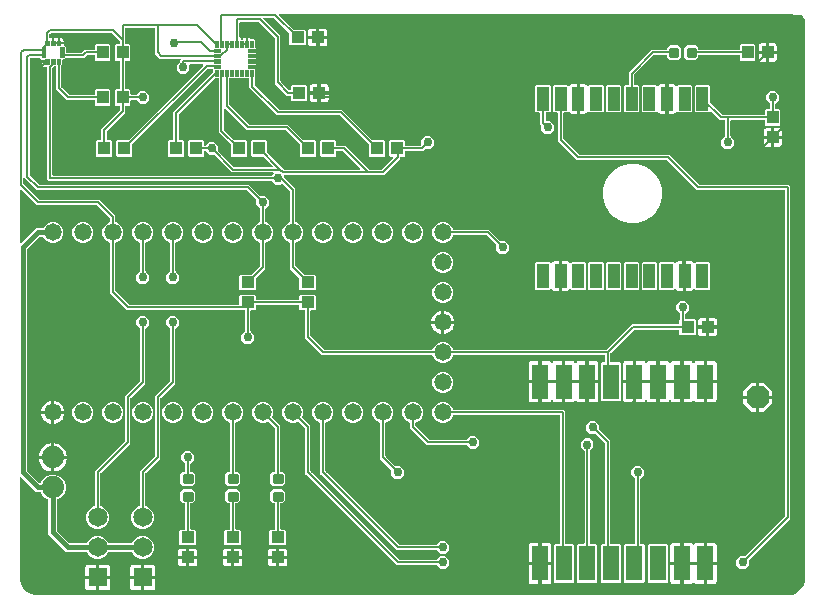
<source format=gbr>
G04 EAGLE Gerber RS-274X export*
G75*
%MOMM*%
%FSLAX34Y34*%
%LPD*%
%INTop Copper*%
%IPPOS*%
%AMOC8*
5,1,8,0,0,1.08239X$1,22.5*%
G01*
%ADD10C,0.438600*%
%ADD11R,1.650000X1.650000*%
%ADD12C,1.650000*%
%ADD13C,1.473200*%
%ADD14C,0.031500*%
%ADD15C,0.019600*%
%ADD16R,1.000000X2.000000*%
%ADD17R,1.000000X1.100000*%
%ADD18R,1.400000X3.000000*%
%ADD19R,1.100000X1.000000*%
%ADD20P,2.089446X8X22.500000*%
%ADD21C,1.879600*%
%ADD22C,0.152400*%
%ADD23C,0.756400*%
%ADD24C,0.406400*%

G36*
X656609Y10170D02*
X656609Y10170D01*
X656669Y10170D01*
X656761Y10195D01*
X656793Y10200D01*
X656807Y10208D01*
X656831Y10214D01*
X658414Y10842D01*
X663920Y10758D01*
X663961Y10765D01*
X664003Y10762D01*
X664157Y10793D01*
X664164Y10794D01*
X664165Y10795D01*
X664167Y10796D01*
X667117Y11754D01*
X667149Y11771D01*
X667184Y11779D01*
X667330Y11862D01*
X670944Y14488D01*
X670969Y14513D01*
X670999Y14532D01*
X671112Y14656D01*
X673738Y18270D01*
X673754Y18302D01*
X673777Y18330D01*
X673846Y18483D01*
X675226Y22731D01*
X675227Y22737D01*
X675230Y22742D01*
X675261Y22907D01*
X675437Y25140D01*
X675435Y25162D01*
X675439Y25200D01*
X675439Y495300D01*
X675436Y495322D01*
X675437Y495360D01*
X675357Y496373D01*
X675356Y496378D01*
X675356Y496384D01*
X675322Y496548D01*
X675310Y496586D01*
X675300Y496605D01*
X675299Y496612D01*
X675298Y496613D01*
X675289Y496642D01*
X674789Y497850D01*
X674789Y498068D01*
X674783Y498104D01*
X674786Y498139D01*
X674752Y498304D01*
X674696Y498476D01*
X674680Y498508D01*
X674671Y498543D01*
X674588Y498688D01*
X673397Y500328D01*
X673371Y500353D01*
X673352Y500384D01*
X673228Y500497D01*
X671588Y501688D01*
X671556Y501704D01*
X671529Y501727D01*
X671376Y501796D01*
X671344Y501806D01*
X671314Y501811D01*
X671287Y501823D01*
X671120Y501844D01*
X665885Y501923D01*
X664604Y502477D01*
X664535Y502494D01*
X664469Y502521D01*
X664397Y502529D01*
X664366Y502537D01*
X664343Y502535D01*
X664302Y502539D01*
X230632Y502539D01*
X230562Y502528D01*
X230490Y502526D01*
X230441Y502508D01*
X230390Y502500D01*
X230326Y502466D01*
X230259Y502441D01*
X230218Y502409D01*
X230172Y502384D01*
X230123Y502332D01*
X230067Y502288D01*
X230039Y502244D01*
X230003Y502206D01*
X229973Y502141D01*
X229934Y502081D01*
X229921Y502030D01*
X229899Y501983D01*
X229891Y501912D01*
X229874Y501842D01*
X229878Y501790D01*
X229872Y501739D01*
X229887Y501668D01*
X229893Y501597D01*
X229913Y501549D01*
X229924Y501498D01*
X229961Y501437D01*
X229989Y501371D01*
X230034Y501315D01*
X230051Y501287D01*
X230068Y501272D01*
X230094Y501240D01*
X241986Y489348D01*
X242060Y489295D01*
X242130Y489235D01*
X242160Y489223D01*
X242186Y489204D01*
X242273Y489177D01*
X242358Y489143D01*
X242399Y489139D01*
X242421Y489132D01*
X242453Y489133D01*
X242525Y489125D01*
X251632Y489125D01*
X252525Y488232D01*
X252525Y476968D01*
X251632Y476075D01*
X239368Y476075D01*
X238475Y476968D01*
X238475Y486075D01*
X238461Y486166D01*
X238453Y486256D01*
X238441Y486286D01*
X238436Y486318D01*
X238393Y486399D01*
X238357Y486483D01*
X238331Y486515D01*
X238320Y486536D01*
X238297Y486558D01*
X238252Y486614D01*
X225726Y499140D01*
X225652Y499193D01*
X225582Y499253D01*
X225552Y499265D01*
X225526Y499284D01*
X225439Y499311D01*
X225354Y499345D01*
X225313Y499349D01*
X225291Y499356D01*
X225259Y499355D01*
X225187Y499363D01*
X216908Y499363D01*
X216838Y499352D01*
X216766Y499350D01*
X216717Y499332D01*
X216666Y499324D01*
X216602Y499290D01*
X216535Y499265D01*
X216494Y499233D01*
X216448Y499208D01*
X216399Y499156D01*
X216343Y499112D01*
X216315Y499068D01*
X216279Y499030D01*
X216249Y498965D01*
X216210Y498905D01*
X216197Y498854D01*
X216175Y498807D01*
X216167Y498736D01*
X216150Y498666D01*
X216154Y498614D01*
X216148Y498563D01*
X216163Y498492D01*
X216169Y498421D01*
X216189Y498373D01*
X216200Y498322D01*
X216237Y498261D01*
X216265Y498195D01*
X216310Y498139D01*
X216327Y498111D01*
X216344Y498096D01*
X216370Y498064D01*
X229324Y485110D01*
X230887Y483547D01*
X230887Y445763D01*
X230901Y445672D01*
X230909Y445582D01*
X230921Y445552D01*
X230926Y445520D01*
X230969Y445439D01*
X231005Y445355D01*
X231031Y445323D01*
X231042Y445302D01*
X231065Y445280D01*
X231110Y445224D01*
X238214Y438120D01*
X238288Y438067D01*
X238358Y438007D01*
X238388Y437995D01*
X238414Y437976D01*
X238501Y437949D01*
X238586Y437915D01*
X238627Y437911D01*
X238649Y437904D01*
X238681Y437905D01*
X238753Y437897D01*
X238984Y437897D01*
X239004Y437900D01*
X239023Y437898D01*
X239125Y437920D01*
X239227Y437936D01*
X239244Y437946D01*
X239264Y437950D01*
X239353Y438003D01*
X239444Y438052D01*
X239458Y438066D01*
X239475Y438076D01*
X239542Y438155D01*
X239614Y438230D01*
X239622Y438248D01*
X239635Y438263D01*
X239673Y438359D01*
X239717Y438453D01*
X239719Y438473D01*
X239727Y438491D01*
X239745Y438658D01*
X239745Y441242D01*
X240638Y442135D01*
X252902Y442135D01*
X253795Y441242D01*
X253795Y429978D01*
X252902Y429085D01*
X240638Y429085D01*
X239745Y429978D01*
X239745Y432562D01*
X239742Y432582D01*
X239744Y432601D01*
X239722Y432703D01*
X239706Y432805D01*
X239696Y432822D01*
X239692Y432842D01*
X239639Y432931D01*
X239590Y433022D01*
X239576Y433036D01*
X239566Y433053D01*
X239487Y433120D01*
X239412Y433192D01*
X239394Y433200D01*
X239379Y433213D01*
X239283Y433252D01*
X239189Y433295D01*
X239169Y433297D01*
X239151Y433305D01*
X238984Y433323D01*
X236543Y433323D01*
X226313Y443553D01*
X226313Y481337D01*
X226299Y481428D01*
X226291Y481518D01*
X226279Y481548D01*
X226274Y481580D01*
X226231Y481661D01*
X226195Y481745D01*
X226169Y481777D01*
X226158Y481798D01*
X226135Y481820D01*
X226090Y481876D01*
X212636Y495330D01*
X212562Y495383D01*
X212492Y495443D01*
X212462Y495455D01*
X212436Y495474D01*
X212349Y495501D01*
X212264Y495535D01*
X212223Y495539D01*
X212201Y495546D01*
X212169Y495545D01*
X212097Y495553D01*
X196968Y495553D01*
X196948Y495550D01*
X196929Y495552D01*
X196827Y495530D01*
X196725Y495514D01*
X196708Y495504D01*
X196688Y495500D01*
X196599Y495447D01*
X196508Y495398D01*
X196494Y495384D01*
X196477Y495374D01*
X196410Y495295D01*
X196338Y495220D01*
X196330Y495202D01*
X196317Y495187D01*
X196278Y495091D01*
X196235Y494997D01*
X196233Y494977D01*
X196225Y494959D01*
X196207Y494792D01*
X196207Y482972D01*
X196210Y482952D01*
X196208Y482933D01*
X196230Y482831D01*
X196246Y482729D01*
X196256Y482712D01*
X196260Y482692D01*
X196313Y482603D01*
X196362Y482512D01*
X196376Y482498D01*
X196386Y482481D01*
X196465Y482414D01*
X196540Y482342D01*
X196558Y482334D01*
X196573Y482321D01*
X196669Y482282D01*
X196763Y482239D01*
X196783Y482237D01*
X196801Y482229D01*
X196968Y482211D01*
X197459Y482211D01*
X197459Y481179D01*
X197467Y481125D01*
X197466Y481071D01*
X197487Y481005D01*
X197498Y480936D01*
X197524Y480888D01*
X197540Y480837D01*
X197581Y480780D01*
X197613Y480719D01*
X197653Y480682D01*
X197685Y480638D01*
X197741Y480597D01*
X197792Y480549D01*
X197841Y480527D01*
X197885Y480495D01*
X197952Y480475D01*
X198015Y480446D01*
X198069Y480440D01*
X198121Y480424D01*
X198190Y480426D01*
X198259Y480419D01*
X198312Y480430D01*
X198366Y480432D01*
X198432Y480456D01*
X198500Y480471D01*
X198546Y480499D01*
X198597Y480518D01*
X198651Y480562D01*
X198711Y480597D01*
X198746Y480638D01*
X198788Y480673D01*
X198851Y480762D01*
X198871Y480784D01*
X198871Y480785D01*
X198875Y480795D01*
X198885Y480809D01*
X198886Y480810D01*
X198922Y480912D01*
X198963Y481013D01*
X198965Y481031D01*
X198969Y481041D01*
X198969Y481071D01*
X198981Y481180D01*
X198981Y482211D01*
X199869Y482211D01*
X200173Y482129D01*
X200287Y482118D01*
X200401Y482104D01*
X200411Y482106D01*
X200418Y482105D01*
X200439Y482110D01*
X200567Y482129D01*
X200871Y482211D01*
X201759Y482211D01*
X201759Y481180D01*
X201776Y481072D01*
X201790Y480965D01*
X201796Y480948D01*
X201798Y480937D01*
X201812Y480911D01*
X201854Y480810D01*
X201855Y480809D01*
X201888Y480767D01*
X201913Y480719D01*
X201914Y480719D01*
X201964Y480671D01*
X202007Y480616D01*
X202053Y480587D01*
X202092Y480550D01*
X202155Y480520D01*
X202213Y480482D01*
X202266Y480469D01*
X202315Y480446D01*
X202384Y480438D01*
X202452Y480421D01*
X202506Y480425D01*
X202560Y480419D01*
X202628Y480434D01*
X202697Y480439D01*
X202747Y480460D01*
X202800Y480471D01*
X202860Y480507D01*
X202924Y480534D01*
X202965Y480569D01*
X203011Y480597D01*
X203056Y480650D01*
X203109Y480696D01*
X203136Y480743D01*
X203171Y480784D01*
X203197Y480849D01*
X203232Y480909D01*
X203243Y480962D01*
X203263Y481012D01*
X203275Y481121D01*
X203281Y481150D01*
X203279Y481161D01*
X203281Y481179D01*
X203281Y482211D01*
X204169Y482211D01*
X204841Y482031D01*
X205442Y481684D01*
X205708Y481418D01*
X205782Y481365D01*
X205851Y481305D01*
X205882Y481293D01*
X205908Y481274D01*
X205995Y481247D01*
X206080Y481213D01*
X206121Y481209D01*
X206143Y481202D01*
X206175Y481203D01*
X206246Y481195D01*
X208794Y481195D01*
X209745Y480244D01*
X209745Y474459D01*
X209759Y474369D01*
X209767Y474278D01*
X209779Y474249D01*
X209784Y474217D01*
X209827Y474136D01*
X209863Y474052D01*
X209889Y474020D01*
X209900Y473999D01*
X209923Y473977D01*
X209968Y473921D01*
X210645Y473244D01*
X210645Y456396D01*
X209968Y455719D01*
X209915Y455645D01*
X209855Y455575D01*
X209843Y455545D01*
X209824Y455519D01*
X209797Y455432D01*
X209763Y455347D01*
X209759Y455306D01*
X209752Y455284D01*
X209753Y455252D01*
X209745Y455181D01*
X209745Y449396D01*
X209330Y448981D01*
X209277Y448907D01*
X209217Y448837D01*
X209205Y448807D01*
X209186Y448781D01*
X209159Y448694D01*
X209125Y448609D01*
X209121Y448568D01*
X209114Y448546D01*
X209115Y448514D01*
X209107Y448443D01*
X209107Y442143D01*
X209121Y442052D01*
X209129Y441962D01*
X209141Y441932D01*
X209146Y441900D01*
X209189Y441819D01*
X209225Y441735D01*
X209251Y441703D01*
X209262Y441682D01*
X209285Y441660D01*
X209330Y441604D01*
X229324Y421610D01*
X229398Y421557D01*
X229468Y421497D01*
X229498Y421485D01*
X229524Y421466D01*
X229611Y421439D01*
X229696Y421405D01*
X229737Y421401D01*
X229759Y421394D01*
X229791Y421395D01*
X229863Y421387D01*
X283277Y421387D01*
X284840Y419824D01*
X308796Y395868D01*
X308870Y395815D01*
X308940Y395755D01*
X308970Y395743D01*
X308996Y395724D01*
X309083Y395697D01*
X309168Y395663D01*
X309209Y395659D01*
X309231Y395652D01*
X309263Y395653D01*
X309334Y395645D01*
X318442Y395645D01*
X319335Y394752D01*
X319335Y382488D01*
X318442Y381595D01*
X307178Y381595D01*
X306285Y382488D01*
X306285Y391596D01*
X306271Y391686D01*
X306263Y391777D01*
X306251Y391806D01*
X306246Y391838D01*
X306203Y391919D01*
X306167Y392003D01*
X306141Y392035D01*
X306130Y392056D01*
X306107Y392078D01*
X306062Y392134D01*
X281606Y416590D01*
X281532Y416643D01*
X281462Y416703D01*
X281432Y416715D01*
X281406Y416734D01*
X281319Y416761D01*
X281234Y416795D01*
X281193Y416799D01*
X281171Y416806D01*
X281139Y416805D01*
X281067Y416813D01*
X227653Y416813D01*
X204533Y439933D01*
X204533Y447684D01*
X204530Y447704D01*
X204532Y447723D01*
X204510Y447825D01*
X204494Y447927D01*
X204484Y447944D01*
X204480Y447964D01*
X204427Y448053D01*
X204378Y448144D01*
X204364Y448158D01*
X204354Y448175D01*
X204275Y448242D01*
X204200Y448314D01*
X204182Y448322D01*
X204167Y448335D01*
X204071Y448374D01*
X203977Y448417D01*
X203957Y448419D01*
X203939Y448427D01*
X203772Y448445D01*
X188368Y448445D01*
X188348Y448442D01*
X188329Y448444D01*
X188227Y448422D01*
X188125Y448406D01*
X188108Y448396D01*
X188088Y448392D01*
X187999Y448339D01*
X187908Y448290D01*
X187894Y448276D01*
X187877Y448266D01*
X187810Y448187D01*
X187738Y448112D01*
X187730Y448094D01*
X187717Y448079D01*
X187678Y447983D01*
X187635Y447889D01*
X187633Y447869D01*
X187625Y447851D01*
X187607Y447684D01*
X187607Y425543D01*
X187622Y425452D01*
X187629Y425362D01*
X187641Y425332D01*
X187646Y425300D01*
X187689Y425219D01*
X187725Y425135D01*
X187751Y425103D01*
X187762Y425082D01*
X187785Y425060D01*
X187830Y425004D01*
X203924Y408910D01*
X203998Y408857D01*
X204068Y408797D01*
X204098Y408785D01*
X204124Y408766D01*
X204211Y408739D01*
X204296Y408705D01*
X204337Y408701D01*
X204359Y408694D01*
X204391Y408695D01*
X204463Y408687D01*
X237557Y408687D01*
X239120Y407124D01*
X250376Y395868D01*
X250450Y395815D01*
X250520Y395755D01*
X250550Y395743D01*
X250576Y395724D01*
X250663Y395697D01*
X250748Y395663D01*
X250789Y395659D01*
X250811Y395652D01*
X250843Y395653D01*
X250914Y395645D01*
X260022Y395645D01*
X260915Y394752D01*
X260915Y382488D01*
X260022Y381595D01*
X248758Y381595D01*
X247865Y382488D01*
X247865Y391596D01*
X247851Y391686D01*
X247843Y391777D01*
X247831Y391806D01*
X247826Y391838D01*
X247783Y391919D01*
X247747Y392003D01*
X247721Y392035D01*
X247710Y392056D01*
X247687Y392078D01*
X247642Y392134D01*
X235886Y403890D01*
X235812Y403943D01*
X235742Y404003D01*
X235712Y404015D01*
X235686Y404034D01*
X235599Y404061D01*
X235514Y404095D01*
X235473Y404099D01*
X235451Y404106D01*
X235419Y404105D01*
X235348Y404113D01*
X202253Y404113D01*
X184606Y421760D01*
X184548Y421802D01*
X184496Y421851D01*
X184449Y421873D01*
X184407Y421903D01*
X184338Y421924D01*
X184273Y421955D01*
X184221Y421960D01*
X184171Y421976D01*
X184100Y421974D01*
X184029Y421982D01*
X183978Y421971D01*
X183926Y421969D01*
X183858Y421945D01*
X183788Y421930D01*
X183743Y421903D01*
X183695Y421885D01*
X183639Y421840D01*
X183577Y421803D01*
X183543Y421764D01*
X183503Y421731D01*
X183464Y421671D01*
X183417Y421616D01*
X183398Y421568D01*
X183370Y421524D01*
X183352Y421455D01*
X183325Y421388D01*
X183317Y421317D01*
X183309Y421286D01*
X183311Y421262D01*
X183307Y421222D01*
X183307Y404833D01*
X183321Y404742D01*
X183329Y404652D01*
X183341Y404622D01*
X183346Y404590D01*
X183389Y404509D01*
X183425Y404425D01*
X183451Y404393D01*
X183462Y404372D01*
X183485Y404350D01*
X183530Y404294D01*
X191956Y395868D01*
X192030Y395815D01*
X192100Y395755D01*
X192130Y395743D01*
X192156Y395724D01*
X192243Y395697D01*
X192328Y395663D01*
X192369Y395659D01*
X192391Y395652D01*
X192423Y395653D01*
X192495Y395645D01*
X201602Y395645D01*
X202495Y394752D01*
X202495Y382488D01*
X201602Y381595D01*
X190338Y381595D01*
X189445Y382488D01*
X189445Y391595D01*
X189431Y391686D01*
X189423Y391776D01*
X189411Y391806D01*
X189406Y391838D01*
X189363Y391919D01*
X189327Y392003D01*
X189301Y392035D01*
X189290Y392056D01*
X189267Y392078D01*
X189222Y392134D01*
X178733Y402623D01*
X178733Y447684D01*
X178730Y447704D01*
X178732Y447723D01*
X178710Y447825D01*
X178694Y447927D01*
X178684Y447944D01*
X178680Y447964D01*
X178627Y448053D01*
X178578Y448144D01*
X178564Y448158D01*
X178554Y448175D01*
X178475Y448242D01*
X178400Y448314D01*
X178382Y448322D01*
X178367Y448335D01*
X178271Y448374D01*
X178177Y448417D01*
X178157Y448419D01*
X178139Y448427D01*
X177972Y448445D01*
X176095Y448445D01*
X176004Y448431D01*
X175914Y448423D01*
X175884Y448411D01*
X175852Y448406D01*
X175771Y448363D01*
X175687Y448327D01*
X175655Y448301D01*
X175634Y448290D01*
X175612Y448267D01*
X175556Y448222D01*
X145140Y417806D01*
X145087Y417732D01*
X145027Y417662D01*
X145015Y417632D01*
X144996Y417606D01*
X144969Y417519D01*
X144935Y417434D01*
X144931Y417393D01*
X144924Y417371D01*
X144925Y417339D01*
X144917Y417267D01*
X144917Y396406D01*
X144920Y396386D01*
X144918Y396367D01*
X144940Y396265D01*
X144956Y396163D01*
X144966Y396146D01*
X144970Y396126D01*
X145023Y396037D01*
X145072Y395946D01*
X145086Y395932D01*
X145096Y395915D01*
X145175Y395848D01*
X145250Y395776D01*
X145268Y395768D01*
X145283Y395755D01*
X145379Y395716D01*
X145473Y395673D01*
X145493Y395671D01*
X145511Y395663D01*
X145678Y395645D01*
X148262Y395645D01*
X149155Y394752D01*
X149155Y382488D01*
X148262Y381595D01*
X136998Y381595D01*
X136105Y382488D01*
X136105Y394752D01*
X136998Y395645D01*
X139582Y395645D01*
X139602Y395648D01*
X139621Y395646D01*
X139723Y395668D01*
X139825Y395684D01*
X139842Y395694D01*
X139862Y395698D01*
X139951Y395751D01*
X140042Y395800D01*
X140056Y395814D01*
X140073Y395824D01*
X140140Y395903D01*
X140212Y395978D01*
X140220Y395996D01*
X140233Y396011D01*
X140272Y396107D01*
X140315Y396201D01*
X140317Y396221D01*
X140325Y396239D01*
X140343Y396406D01*
X140343Y419477D01*
X173572Y452706D01*
X173620Y452772D01*
X173627Y452780D01*
X173629Y452785D01*
X173685Y452850D01*
X173697Y452880D01*
X173716Y452906D01*
X173743Y452993D01*
X173777Y453078D01*
X173781Y453119D01*
X173788Y453141D01*
X173787Y453173D01*
X173795Y453245D01*
X173795Y455181D01*
X173781Y455270D01*
X173773Y455361D01*
X173761Y455391D01*
X173756Y455423D01*
X173713Y455504D01*
X173677Y455588D01*
X173651Y455620D01*
X173640Y455641D01*
X173617Y455663D01*
X173572Y455719D01*
X173431Y455860D01*
X173357Y455913D01*
X173287Y455973D01*
X173257Y455985D01*
X173231Y456004D01*
X173144Y456031D01*
X173059Y456065D01*
X173018Y456069D01*
X172996Y456076D01*
X172964Y456075D01*
X172893Y456083D01*
X169683Y456083D01*
X169592Y456069D01*
X169502Y456061D01*
X169472Y456049D01*
X169440Y456044D01*
X169359Y456001D01*
X169275Y455965D01*
X169243Y455939D01*
X169222Y455928D01*
X169200Y455905D01*
X169144Y455860D01*
X105418Y392134D01*
X105365Y392060D01*
X105305Y391990D01*
X105293Y391960D01*
X105274Y391934D01*
X105247Y391847D01*
X105213Y391762D01*
X105209Y391721D01*
X105202Y391699D01*
X105203Y391667D01*
X105195Y391595D01*
X105195Y382488D01*
X104302Y381595D01*
X93038Y381595D01*
X92145Y382488D01*
X92145Y394752D01*
X93038Y395645D01*
X102145Y395645D01*
X102236Y395659D01*
X102326Y395667D01*
X102356Y395679D01*
X102388Y395684D01*
X102469Y395727D01*
X102553Y395763D01*
X102585Y395789D01*
X102606Y395800D01*
X102628Y395823D01*
X102684Y395868D01*
X165510Y458694D01*
X165552Y458752D01*
X165601Y458804D01*
X165623Y458851D01*
X165653Y458893D01*
X165674Y458962D01*
X165705Y459027D01*
X165710Y459079D01*
X165726Y459129D01*
X165724Y459200D01*
X165732Y459271D01*
X165721Y459322D01*
X165719Y459374D01*
X165695Y459442D01*
X165680Y459512D01*
X165653Y459557D01*
X165635Y459605D01*
X165590Y459661D01*
X165553Y459723D01*
X165514Y459757D01*
X165481Y459797D01*
X165421Y459836D01*
X165366Y459883D01*
X165318Y459902D01*
X165274Y459930D01*
X165205Y459948D01*
X165138Y459975D01*
X165067Y459983D01*
X165036Y459991D01*
X165012Y459989D01*
X164972Y459993D01*
X154658Y459993D01*
X154638Y459990D01*
X154619Y459992D01*
X154517Y459970D01*
X154415Y459954D01*
X154398Y459944D01*
X154378Y459940D01*
X154289Y459887D01*
X154198Y459838D01*
X154184Y459824D01*
X154167Y459814D01*
X154100Y459735D01*
X154028Y459660D01*
X154020Y459642D01*
X154007Y459627D01*
X153968Y459531D01*
X153925Y459437D01*
X153923Y459417D01*
X153915Y459399D01*
X153897Y459232D01*
X153897Y455002D01*
X150788Y451893D01*
X146392Y451893D01*
X143283Y455002D01*
X143283Y459398D01*
X146080Y462195D01*
X146133Y462269D01*
X146193Y462339D01*
X146205Y462369D01*
X146224Y462395D01*
X146251Y462482D01*
X146285Y462567D01*
X146289Y462608D01*
X146296Y462630D01*
X146295Y462662D01*
X146303Y462733D01*
X146303Y463227D01*
X146460Y463384D01*
X146502Y463442D01*
X146551Y463494D01*
X146573Y463541D01*
X146603Y463583D01*
X146624Y463652D01*
X146655Y463717D01*
X146660Y463769D01*
X146676Y463819D01*
X146674Y463890D01*
X146682Y463961D01*
X146671Y464012D01*
X146669Y464064D01*
X146645Y464132D01*
X146630Y464202D01*
X146603Y464247D01*
X146585Y464295D01*
X146540Y464351D01*
X146503Y464413D01*
X146464Y464447D01*
X146431Y464487D01*
X146371Y464526D01*
X146316Y464573D01*
X146268Y464592D01*
X146224Y464620D01*
X146155Y464638D01*
X146088Y464665D01*
X146017Y464673D01*
X145986Y464681D01*
X145962Y464679D01*
X145922Y464683D01*
X128983Y464683D01*
X124713Y468953D01*
X124713Y490230D01*
X124710Y490250D01*
X124712Y490269D01*
X124690Y490371D01*
X124674Y490473D01*
X124664Y490490D01*
X124660Y490510D01*
X124607Y490599D01*
X124558Y490690D01*
X124544Y490704D01*
X124534Y490721D01*
X124455Y490788D01*
X124380Y490860D01*
X124362Y490868D01*
X124347Y490881D01*
X124251Y490920D01*
X124157Y490963D01*
X124137Y490965D01*
X124119Y490973D01*
X123952Y490991D01*
X100448Y490991D01*
X100428Y490988D01*
X100409Y490990D01*
X100307Y490968D01*
X100205Y490952D01*
X100188Y490942D01*
X100168Y490938D01*
X100079Y490885D01*
X99988Y490836D01*
X99974Y490822D01*
X99957Y490812D01*
X99890Y490733D01*
X99818Y490658D01*
X99810Y490640D01*
X99797Y490625D01*
X99758Y490529D01*
X99715Y490435D01*
X99713Y490415D01*
X99705Y490397D01*
X99687Y490230D01*
X99687Y477686D01*
X99690Y477666D01*
X99688Y477647D01*
X99710Y477545D01*
X99726Y477443D01*
X99736Y477426D01*
X99740Y477406D01*
X99793Y477317D01*
X99842Y477226D01*
X99856Y477212D01*
X99866Y477195D01*
X99945Y477128D01*
X100020Y477056D01*
X100038Y477048D01*
X100053Y477035D01*
X100149Y476996D01*
X100243Y476953D01*
X100263Y476951D01*
X100281Y476943D01*
X100448Y476925D01*
X103032Y476925D01*
X103925Y476032D01*
X103925Y463768D01*
X103032Y462875D01*
X100448Y462875D01*
X100428Y462872D01*
X100409Y462874D01*
X100307Y462852D01*
X100205Y462836D01*
X100188Y462826D01*
X100168Y462822D01*
X100079Y462769D01*
X99988Y462720D01*
X99974Y462706D01*
X99957Y462696D01*
X99890Y462617D01*
X99818Y462542D01*
X99810Y462524D01*
X99797Y462509D01*
X99758Y462413D01*
X99715Y462319D01*
X99713Y462299D01*
X99705Y462281D01*
X99687Y462114D01*
X99687Y439586D01*
X99690Y439566D01*
X99688Y439547D01*
X99710Y439445D01*
X99726Y439343D01*
X99736Y439326D01*
X99740Y439306D01*
X99793Y439217D01*
X99842Y439126D01*
X99856Y439112D01*
X99866Y439095D01*
X99945Y439028D01*
X100020Y438956D01*
X100038Y438948D01*
X100053Y438935D01*
X100149Y438896D01*
X100243Y438853D01*
X100263Y438851D01*
X100281Y438843D01*
X100448Y438825D01*
X103032Y438825D01*
X103925Y437932D01*
X103925Y434848D01*
X103928Y434828D01*
X103926Y434809D01*
X103948Y434707D01*
X103964Y434605D01*
X103974Y434588D01*
X103978Y434568D01*
X104031Y434479D01*
X104080Y434388D01*
X104094Y434374D01*
X104104Y434357D01*
X104183Y434290D01*
X104258Y434218D01*
X104276Y434210D01*
X104291Y434197D01*
X104387Y434158D01*
X104481Y434115D01*
X104501Y434113D01*
X104519Y434105D01*
X104686Y434087D01*
X108767Y434087D01*
X108857Y434101D01*
X108948Y434109D01*
X108977Y434121D01*
X109009Y434126D01*
X109090Y434169D01*
X109174Y434205D01*
X109206Y434231D01*
X109227Y434242D01*
X109249Y434265D01*
X109305Y434310D01*
X112102Y437107D01*
X116498Y437107D01*
X119607Y433998D01*
X119607Y429602D01*
X116498Y426493D01*
X112102Y426493D01*
X109305Y429290D01*
X109231Y429343D01*
X109161Y429403D01*
X109131Y429415D01*
X109105Y429434D01*
X109018Y429461D01*
X108933Y429495D01*
X108892Y429499D01*
X108870Y429506D01*
X108838Y429505D01*
X108767Y429513D01*
X104686Y429513D01*
X104666Y429510D01*
X104647Y429512D01*
X104545Y429490D01*
X104443Y429474D01*
X104426Y429464D01*
X104406Y429460D01*
X104317Y429407D01*
X104226Y429358D01*
X104212Y429344D01*
X104195Y429334D01*
X104128Y429255D01*
X104056Y429180D01*
X104048Y429162D01*
X104035Y429147D01*
X103996Y429051D01*
X103953Y428957D01*
X103951Y428937D01*
X103943Y428919D01*
X103925Y428752D01*
X103925Y425668D01*
X103032Y424775D01*
X100448Y424775D01*
X100428Y424772D01*
X100409Y424774D01*
X100307Y424752D01*
X100205Y424736D01*
X100188Y424726D01*
X100168Y424722D01*
X100079Y424669D01*
X99988Y424620D01*
X99974Y424606D01*
X99957Y424596D01*
X99890Y424517D01*
X99818Y424442D01*
X99810Y424424D01*
X99797Y424409D01*
X99758Y424313D01*
X99715Y424219D01*
X99713Y424199D01*
X99705Y424181D01*
X99687Y424014D01*
X99687Y419033D01*
X84180Y403526D01*
X84127Y403452D01*
X84067Y403382D01*
X84055Y403352D01*
X84036Y403326D01*
X84009Y403239D01*
X83975Y403154D01*
X83971Y403113D01*
X83964Y403091D01*
X83965Y403059D01*
X83957Y402987D01*
X83957Y396406D01*
X83960Y396386D01*
X83958Y396367D01*
X83980Y396265D01*
X83996Y396163D01*
X84006Y396146D01*
X84010Y396126D01*
X84063Y396037D01*
X84112Y395946D01*
X84126Y395932D01*
X84136Y395915D01*
X84215Y395848D01*
X84290Y395776D01*
X84308Y395768D01*
X84323Y395755D01*
X84419Y395716D01*
X84513Y395673D01*
X84533Y395671D01*
X84551Y395663D01*
X84718Y395645D01*
X87302Y395645D01*
X88195Y394752D01*
X88195Y382488D01*
X87302Y381595D01*
X76038Y381595D01*
X75145Y382488D01*
X75145Y394752D01*
X76038Y395645D01*
X78622Y395645D01*
X78642Y395648D01*
X78661Y395646D01*
X78763Y395668D01*
X78865Y395684D01*
X78882Y395694D01*
X78902Y395698D01*
X78991Y395751D01*
X79082Y395800D01*
X79096Y395814D01*
X79113Y395824D01*
X79180Y395903D01*
X79252Y395978D01*
X79260Y395996D01*
X79273Y396011D01*
X79312Y396107D01*
X79355Y396201D01*
X79357Y396221D01*
X79365Y396239D01*
X79383Y396406D01*
X79383Y405197D01*
X94890Y420704D01*
X94933Y420764D01*
X94975Y420808D01*
X94982Y420823D01*
X95003Y420848D01*
X95015Y420878D01*
X95034Y420904D01*
X95061Y420991D01*
X95065Y421003D01*
X95078Y421031D01*
X95079Y421037D01*
X95095Y421076D01*
X95099Y421117D01*
X95106Y421139D01*
X95105Y421171D01*
X95113Y421243D01*
X95113Y424014D01*
X95110Y424034D01*
X95112Y424053D01*
X95090Y424155D01*
X95074Y424257D01*
X95064Y424274D01*
X95060Y424294D01*
X95007Y424383D01*
X94958Y424474D01*
X94944Y424488D01*
X94934Y424505D01*
X94855Y424572D01*
X94780Y424644D01*
X94762Y424652D01*
X94747Y424665D01*
X94651Y424704D01*
X94557Y424747D01*
X94537Y424749D01*
X94519Y424757D01*
X94352Y424775D01*
X91768Y424775D01*
X90875Y425668D01*
X90875Y437932D01*
X91768Y438825D01*
X94352Y438825D01*
X94372Y438828D01*
X94391Y438826D01*
X94493Y438848D01*
X94595Y438864D01*
X94612Y438874D01*
X94632Y438878D01*
X94721Y438931D01*
X94812Y438980D01*
X94826Y438994D01*
X94843Y439004D01*
X94910Y439083D01*
X94982Y439158D01*
X94990Y439176D01*
X95003Y439191D01*
X95042Y439287D01*
X95085Y439381D01*
X95087Y439401D01*
X95095Y439419D01*
X95113Y439586D01*
X95113Y462114D01*
X95110Y462134D01*
X95112Y462153D01*
X95090Y462255D01*
X95074Y462357D01*
X95064Y462374D01*
X95060Y462394D01*
X95007Y462483D01*
X94958Y462574D01*
X94944Y462588D01*
X94934Y462605D01*
X94855Y462672D01*
X94780Y462744D01*
X94762Y462752D01*
X94747Y462765D01*
X94651Y462804D01*
X94557Y462847D01*
X94537Y462849D01*
X94519Y462857D01*
X94352Y462875D01*
X91768Y462875D01*
X90875Y463768D01*
X90875Y476032D01*
X91768Y476925D01*
X94352Y476925D01*
X94372Y476928D01*
X94391Y476926D01*
X94493Y476948D01*
X94595Y476964D01*
X94612Y476974D01*
X94632Y476978D01*
X94721Y477031D01*
X94812Y477080D01*
X94826Y477094D01*
X94843Y477104D01*
X94910Y477183D01*
X94982Y477258D01*
X94990Y477276D01*
X95003Y477291D01*
X95042Y477387D01*
X95085Y477481D01*
X95087Y477501D01*
X95095Y477519D01*
X95113Y477686D01*
X95113Y479315D01*
X95099Y479406D01*
X95091Y479496D01*
X95079Y479526D01*
X95074Y479558D01*
X95031Y479639D01*
X94995Y479723D01*
X94969Y479755D01*
X94958Y479776D01*
X94935Y479798D01*
X94890Y479854D01*
X88176Y486568D01*
X88102Y486621D01*
X88032Y486681D01*
X88002Y486693D01*
X87976Y486712D01*
X87889Y486739D01*
X87804Y486773D01*
X87763Y486777D01*
X87741Y486784D01*
X87709Y486783D01*
X87637Y486791D01*
X36823Y486791D01*
X36732Y486777D01*
X36642Y486769D01*
X36612Y486757D01*
X36580Y486752D01*
X36499Y486709D01*
X36415Y486673D01*
X36383Y486647D01*
X36362Y486636D01*
X36340Y486613D01*
X36284Y486568D01*
X35610Y485894D01*
X35557Y485820D01*
X35497Y485750D01*
X35485Y485720D01*
X35466Y485694D01*
X35439Y485607D01*
X35405Y485522D01*
X35401Y485481D01*
X35394Y485459D01*
X35395Y485427D01*
X35387Y485355D01*
X35387Y482752D01*
X35390Y482732D01*
X35388Y482713D01*
X35410Y482611D01*
X35426Y482509D01*
X35436Y482492D01*
X35440Y482472D01*
X35493Y482383D01*
X35542Y482292D01*
X35556Y482278D01*
X35566Y482261D01*
X35645Y482194D01*
X35720Y482122D01*
X35738Y482114D01*
X35753Y482101D01*
X35849Y482062D01*
X35943Y482019D01*
X35963Y482017D01*
X35981Y482009D01*
X36148Y481991D01*
X37226Y481991D01*
X37226Y477663D01*
X37229Y477644D01*
X37227Y477624D01*
X37249Y477522D01*
X37265Y477420D01*
X37275Y477403D01*
X37279Y477383D01*
X37332Y477294D01*
X37381Y477203D01*
X37395Y477189D01*
X37405Y477172D01*
X37484Y477105D01*
X37559Y477034D01*
X37577Y477025D01*
X37585Y477019D01*
X37607Y476977D01*
X37621Y476963D01*
X37631Y476946D01*
X37710Y476879D01*
X37785Y476807D01*
X37803Y476799D01*
X37818Y476786D01*
X37915Y476747D01*
X38008Y476704D01*
X38028Y476702D01*
X38046Y476694D01*
X38213Y476676D01*
X42987Y476676D01*
X43006Y476679D01*
X43026Y476677D01*
X43086Y476690D01*
X43213Y476676D01*
X47391Y476676D01*
X47391Y476586D01*
X47394Y476566D01*
X47392Y476547D01*
X47414Y476445D01*
X47430Y476343D01*
X47440Y476326D01*
X47444Y476306D01*
X47497Y476217D01*
X47546Y476126D01*
X47560Y476112D01*
X47570Y476095D01*
X47649Y476028D01*
X47724Y475956D01*
X47742Y475948D01*
X47757Y475935D01*
X47853Y475896D01*
X47947Y475853D01*
X47967Y475851D01*
X47985Y475843D01*
X48025Y475839D01*
X49025Y474839D01*
X49025Y470448D01*
X49028Y470428D01*
X49026Y470409D01*
X49048Y470307D01*
X49064Y470205D01*
X49074Y470188D01*
X49078Y470168D01*
X49131Y470079D01*
X49180Y469988D01*
X49194Y469974D01*
X49204Y469957D01*
X49283Y469890D01*
X49358Y469818D01*
X49376Y469810D01*
X49391Y469797D01*
X49487Y469758D01*
X49581Y469715D01*
X49601Y469713D01*
X49619Y469705D01*
X49786Y469687D01*
X62277Y469687D01*
X62368Y469701D01*
X62458Y469709D01*
X62488Y469721D01*
X62520Y469726D01*
X62601Y469769D01*
X62685Y469805D01*
X62717Y469831D01*
X62738Y469842D01*
X62760Y469865D01*
X62816Y469910D01*
X65093Y472187D01*
X73114Y472187D01*
X73134Y472190D01*
X73153Y472188D01*
X73255Y472210D01*
X73357Y472226D01*
X73374Y472236D01*
X73394Y472240D01*
X73483Y472293D01*
X73574Y472342D01*
X73588Y472356D01*
X73605Y472366D01*
X73672Y472445D01*
X73744Y472520D01*
X73752Y472538D01*
X73765Y472553D01*
X73804Y472649D01*
X73847Y472743D01*
X73849Y472763D01*
X73857Y472781D01*
X73875Y472948D01*
X73875Y476032D01*
X74768Y476925D01*
X86032Y476925D01*
X86925Y476032D01*
X86925Y463768D01*
X86032Y462875D01*
X74768Y462875D01*
X73875Y463768D01*
X73875Y466852D01*
X73872Y466872D01*
X73874Y466891D01*
X73852Y466993D01*
X73836Y467095D01*
X73826Y467112D01*
X73822Y467132D01*
X73769Y467221D01*
X73720Y467312D01*
X73706Y467326D01*
X73696Y467343D01*
X73617Y467410D01*
X73542Y467482D01*
X73524Y467490D01*
X73509Y467503D01*
X73413Y467542D01*
X73319Y467585D01*
X73299Y467587D01*
X73281Y467595D01*
X73114Y467613D01*
X67303Y467613D01*
X67212Y467599D01*
X67122Y467591D01*
X67092Y467579D01*
X67060Y467574D01*
X66979Y467531D01*
X66895Y467495D01*
X66863Y467469D01*
X66842Y467458D01*
X66820Y467435D01*
X66764Y467390D01*
X64447Y465073D01*
X62418Y465073D01*
X62364Y465095D01*
X62323Y465099D01*
X62301Y465106D01*
X62269Y465105D01*
X62197Y465113D01*
X49493Y465113D01*
X49403Y465099D01*
X49312Y465091D01*
X49282Y465079D01*
X49250Y465074D01*
X49169Y465031D01*
X49085Y464995D01*
X49053Y464969D01*
X49033Y464958D01*
X49010Y464935D01*
X48954Y464890D01*
X48039Y463975D01*
X47136Y463975D01*
X47116Y463972D01*
X47097Y463974D01*
X46995Y463952D01*
X46893Y463936D01*
X46876Y463926D01*
X46856Y463922D01*
X46767Y463869D01*
X46676Y463820D01*
X46662Y463806D01*
X46645Y463796D01*
X46578Y463717D01*
X46506Y463642D01*
X46498Y463624D01*
X46485Y463609D01*
X46446Y463513D01*
X46403Y463419D01*
X46401Y463399D01*
X46393Y463381D01*
X46375Y463214D01*
X46375Y459811D01*
X45610Y459046D01*
X45563Y458981D01*
X45548Y458965D01*
X45545Y458958D01*
X45497Y458902D01*
X45485Y458872D01*
X45466Y458846D01*
X45439Y458759D01*
X45405Y458674D01*
X45401Y458633D01*
X45394Y458611D01*
X45395Y458579D01*
X45387Y458507D01*
X45387Y440763D01*
X45401Y440672D01*
X45409Y440582D01*
X45421Y440552D01*
X45426Y440520D01*
X45469Y440439D01*
X45505Y440355D01*
X45531Y440323D01*
X45542Y440302D01*
X45565Y440280D01*
X45610Y440224D01*
X51524Y434310D01*
X51598Y434257D01*
X51668Y434197D01*
X51698Y434185D01*
X51724Y434166D01*
X51811Y434139D01*
X51896Y434105D01*
X51937Y434101D01*
X51959Y434094D01*
X51991Y434095D01*
X52063Y434087D01*
X73114Y434087D01*
X73134Y434090D01*
X73153Y434088D01*
X73255Y434110D01*
X73357Y434126D01*
X73374Y434136D01*
X73394Y434140D01*
X73483Y434193D01*
X73574Y434242D01*
X73588Y434256D01*
X73605Y434266D01*
X73672Y434345D01*
X73744Y434420D01*
X73752Y434438D01*
X73765Y434453D01*
X73804Y434549D01*
X73847Y434643D01*
X73849Y434663D01*
X73857Y434681D01*
X73875Y434848D01*
X73875Y437932D01*
X74768Y438825D01*
X86032Y438825D01*
X86925Y437932D01*
X86925Y425668D01*
X86032Y424775D01*
X74768Y424775D01*
X73875Y425668D01*
X73875Y428752D01*
X73872Y428772D01*
X73874Y428791D01*
X73852Y428893D01*
X73836Y428995D01*
X73826Y429012D01*
X73822Y429032D01*
X73769Y429121D01*
X73720Y429212D01*
X73706Y429226D01*
X73696Y429243D01*
X73617Y429310D01*
X73542Y429382D01*
X73524Y429390D01*
X73509Y429403D01*
X73413Y429442D01*
X73319Y429485D01*
X73299Y429487D01*
X73281Y429495D01*
X73114Y429513D01*
X49853Y429513D01*
X40813Y438553D01*
X40813Y458064D01*
X40810Y458084D01*
X40812Y458103D01*
X40790Y458205D01*
X40774Y458307D01*
X40764Y458324D01*
X40760Y458344D01*
X40707Y458433D01*
X40658Y458524D01*
X40644Y458538D01*
X40634Y458555D01*
X40555Y458622D01*
X40480Y458694D01*
X40462Y458702D01*
X40447Y458715D01*
X40351Y458754D01*
X40257Y458797D01*
X40237Y458799D01*
X40219Y458807D01*
X40082Y458822D01*
X40079Y458823D01*
X40078Y458822D01*
X40052Y458825D01*
X40015Y458825D01*
X39925Y458811D01*
X39834Y458803D01*
X39804Y458791D01*
X39772Y458786D01*
X39692Y458743D01*
X39608Y458707D01*
X39576Y458681D01*
X39555Y458670D01*
X39533Y458647D01*
X39477Y458602D01*
X38070Y457195D01*
X38017Y457121D01*
X37957Y457052D01*
X37945Y457022D01*
X37926Y456995D01*
X37899Y456908D01*
X37865Y456824D01*
X37861Y456783D01*
X37854Y456760D01*
X37855Y456728D01*
X37847Y456657D01*
X37847Y366268D01*
X37850Y366248D01*
X37848Y366229D01*
X37870Y366127D01*
X37886Y366025D01*
X37896Y366008D01*
X37900Y365988D01*
X37953Y365899D01*
X38002Y365808D01*
X38016Y365794D01*
X38026Y365777D01*
X38105Y365710D01*
X38180Y365638D01*
X38198Y365630D01*
X38213Y365617D01*
X38309Y365578D01*
X38403Y365535D01*
X38423Y365533D01*
X38441Y365525D01*
X38608Y365507D01*
X223067Y365507D01*
X223157Y365521D01*
X223248Y365529D01*
X223277Y365541D01*
X223309Y365546D01*
X223390Y365589D01*
X223474Y365625D01*
X223506Y365651D01*
X223527Y365662D01*
X223549Y365685D01*
X223605Y365730D01*
X224934Y367059D01*
X224976Y367117D01*
X225025Y367169D01*
X225047Y367216D01*
X225077Y367258D01*
X225099Y367327D01*
X225129Y367392D01*
X225134Y367444D01*
X225150Y367494D01*
X225148Y367565D01*
X225156Y367636D01*
X225145Y367687D01*
X225143Y367739D01*
X225119Y367807D01*
X225104Y367877D01*
X225077Y367922D01*
X225059Y367970D01*
X225014Y368026D01*
X224977Y368088D01*
X224938Y368122D01*
X224905Y368162D01*
X224845Y368201D01*
X224790Y368248D01*
X224742Y368267D01*
X224698Y368295D01*
X224629Y368313D01*
X224562Y368340D01*
X224491Y368348D01*
X224460Y368356D01*
X224437Y368354D01*
X224396Y368358D01*
X189748Y368358D01*
X175016Y383090D01*
X174942Y383143D01*
X174872Y383203D01*
X174842Y383215D01*
X174816Y383234D01*
X174729Y383261D01*
X174644Y383295D01*
X174603Y383299D01*
X174581Y383306D01*
X174549Y383305D01*
X174477Y383313D01*
X170522Y383313D01*
X167725Y386110D01*
X167651Y386163D01*
X167581Y386223D01*
X167551Y386235D01*
X167525Y386254D01*
X167438Y386281D01*
X167353Y386315D01*
X167312Y386319D01*
X167290Y386326D01*
X167258Y386325D01*
X167187Y386333D01*
X166916Y386333D01*
X166896Y386330D01*
X166877Y386332D01*
X166775Y386310D01*
X166673Y386294D01*
X166656Y386284D01*
X166636Y386280D01*
X166547Y386227D01*
X166456Y386178D01*
X166442Y386164D01*
X166425Y386154D01*
X166358Y386075D01*
X166286Y386000D01*
X166278Y385982D01*
X166265Y385967D01*
X166226Y385871D01*
X166183Y385777D01*
X166181Y385757D01*
X166173Y385739D01*
X166155Y385572D01*
X166155Y382488D01*
X165262Y381595D01*
X153998Y381595D01*
X153105Y382488D01*
X153105Y394752D01*
X153998Y395645D01*
X165262Y395645D01*
X166155Y394752D01*
X166155Y391668D01*
X166158Y391648D01*
X166156Y391629D01*
X166178Y391527D01*
X166194Y391425D01*
X166204Y391408D01*
X166208Y391388D01*
X166261Y391299D01*
X166310Y391208D01*
X166324Y391194D01*
X166334Y391177D01*
X166413Y391110D01*
X166488Y391038D01*
X166506Y391030D01*
X166521Y391017D01*
X166617Y390978D01*
X166711Y390935D01*
X166731Y390933D01*
X166749Y390925D01*
X166916Y390907D01*
X167187Y390907D01*
X167277Y390921D01*
X167368Y390929D01*
X167397Y390941D01*
X167429Y390946D01*
X167510Y390989D01*
X167594Y391025D01*
X167626Y391051D01*
X167647Y391062D01*
X167669Y391085D01*
X167725Y391130D01*
X170522Y393927D01*
X174918Y393927D01*
X178027Y390818D01*
X178027Y386863D01*
X178041Y386772D01*
X178049Y386682D01*
X178061Y386652D01*
X178066Y386620D01*
X178109Y386539D01*
X178145Y386455D01*
X178171Y386423D01*
X178182Y386402D01*
X178205Y386380D01*
X178250Y386324D01*
X191419Y373155D01*
X191493Y373102D01*
X191563Y373042D01*
X191593Y373030D01*
X191619Y373011D01*
X191706Y372984D01*
X191791Y372950D01*
X191832Y372946D01*
X191854Y372939D01*
X191886Y372940D01*
X191958Y372932D01*
X223587Y372932D01*
X223657Y372943D01*
X223729Y372945D01*
X223778Y372963D01*
X223829Y372971D01*
X223893Y373005D01*
X223960Y373030D01*
X224001Y373062D01*
X224047Y373087D01*
X224096Y373139D01*
X224152Y373183D01*
X224180Y373227D01*
X224216Y373265D01*
X224246Y373330D01*
X224285Y373390D01*
X224298Y373441D01*
X224320Y373488D01*
X224328Y373559D01*
X224345Y373629D01*
X224341Y373681D01*
X224347Y373732D01*
X224332Y373803D01*
X224326Y373874D01*
X224306Y373922D01*
X224295Y373973D01*
X224258Y374034D01*
X224230Y374100D01*
X224185Y374156D01*
X224168Y374184D01*
X224151Y374199D01*
X224125Y374231D01*
X216984Y381372D01*
X216910Y381425D01*
X216840Y381485D01*
X216810Y381497D01*
X216784Y381516D01*
X216697Y381543D01*
X216612Y381577D01*
X216571Y381581D01*
X216549Y381588D01*
X216517Y381587D01*
X216445Y381595D01*
X207338Y381595D01*
X206445Y382488D01*
X206445Y394752D01*
X207338Y395645D01*
X218602Y395645D01*
X219495Y394752D01*
X219495Y385645D01*
X219509Y385554D01*
X219517Y385464D01*
X219529Y385434D01*
X219534Y385402D01*
X219577Y385321D01*
X219613Y385237D01*
X219639Y385205D01*
X219650Y385184D01*
X219673Y385162D01*
X219718Y385106D01*
X234014Y370810D01*
X234088Y370757D01*
X234158Y370697D01*
X234188Y370685D01*
X234214Y370666D01*
X234301Y370639D01*
X234386Y370605D01*
X234427Y370601D01*
X234449Y370594D01*
X234481Y370595D01*
X234553Y370587D01*
X297442Y370587D01*
X297512Y370598D01*
X297584Y370600D01*
X297633Y370618D01*
X297684Y370626D01*
X297748Y370660D01*
X297815Y370685D01*
X297856Y370717D01*
X297902Y370742D01*
X297951Y370794D01*
X298007Y370838D01*
X298035Y370882D01*
X298071Y370920D01*
X298101Y370985D01*
X298140Y371045D01*
X298153Y371096D01*
X298175Y371143D01*
X298183Y371214D01*
X298200Y371284D01*
X298196Y371336D01*
X298202Y371387D01*
X298187Y371458D01*
X298181Y371529D01*
X298161Y371577D01*
X298150Y371628D01*
X298113Y371689D01*
X298085Y371755D01*
X298040Y371811D01*
X298023Y371839D01*
X298006Y371854D01*
X297980Y371886D01*
X283756Y386110D01*
X283682Y386163D01*
X283612Y386223D01*
X283582Y386235D01*
X283556Y386254D01*
X283469Y386281D01*
X283384Y386315D01*
X283343Y386319D01*
X283321Y386326D01*
X283289Y386325D01*
X283217Y386333D01*
X278676Y386333D01*
X278656Y386330D01*
X278637Y386332D01*
X278535Y386310D01*
X278433Y386294D01*
X278416Y386284D01*
X278396Y386280D01*
X278307Y386227D01*
X278216Y386178D01*
X278202Y386164D01*
X278185Y386154D01*
X278118Y386075D01*
X278046Y386000D01*
X278038Y385982D01*
X278025Y385967D01*
X277986Y385871D01*
X277943Y385777D01*
X277941Y385757D01*
X277933Y385739D01*
X277915Y385572D01*
X277915Y382488D01*
X277022Y381595D01*
X265758Y381595D01*
X264865Y382488D01*
X264865Y394752D01*
X265758Y395645D01*
X277022Y395645D01*
X277915Y394752D01*
X277915Y391668D01*
X277918Y391648D01*
X277916Y391629D01*
X277938Y391527D01*
X277954Y391425D01*
X277964Y391408D01*
X277968Y391388D01*
X278021Y391299D01*
X278070Y391208D01*
X278084Y391194D01*
X278094Y391177D01*
X278173Y391110D01*
X278248Y391038D01*
X278266Y391030D01*
X278281Y391017D01*
X278377Y390978D01*
X278471Y390935D01*
X278491Y390933D01*
X278509Y390925D01*
X278676Y390907D01*
X285427Y390907D01*
X305524Y370810D01*
X305598Y370757D01*
X305668Y370697D01*
X305698Y370685D01*
X305724Y370666D01*
X305811Y370639D01*
X305896Y370605D01*
X305937Y370601D01*
X305959Y370594D01*
X305991Y370595D01*
X306063Y370587D01*
X316237Y370587D01*
X316328Y370601D01*
X316418Y370609D01*
X316448Y370621D01*
X316480Y370626D01*
X316561Y370669D01*
X316645Y370705D01*
X316677Y370731D01*
X316698Y370742D01*
X316720Y370765D01*
X316776Y370810D01*
X326262Y380296D01*
X326304Y380354D01*
X326353Y380406D01*
X326375Y380453D01*
X326405Y380495D01*
X326426Y380564D01*
X326457Y380629D01*
X326462Y380681D01*
X326478Y380731D01*
X326476Y380802D01*
X326484Y380873D01*
X326473Y380924D01*
X326471Y380976D01*
X326447Y381044D01*
X326432Y381114D01*
X326405Y381159D01*
X326387Y381207D01*
X326342Y381263D01*
X326305Y381325D01*
X326266Y381359D01*
X326233Y381399D01*
X326173Y381438D01*
X326118Y381485D01*
X326070Y381504D01*
X326026Y381532D01*
X325957Y381550D01*
X325890Y381577D01*
X325819Y381585D01*
X325788Y381593D01*
X325764Y381591D01*
X325724Y381595D01*
X324178Y381595D01*
X323285Y382488D01*
X323285Y394752D01*
X324178Y395645D01*
X335442Y395645D01*
X336335Y394752D01*
X336335Y391668D01*
X336338Y391648D01*
X336336Y391629D01*
X336358Y391527D01*
X336374Y391425D01*
X336384Y391408D01*
X336388Y391388D01*
X336441Y391299D01*
X336490Y391208D01*
X336504Y391194D01*
X336514Y391177D01*
X336593Y391110D01*
X336668Y391038D01*
X336686Y391030D01*
X336701Y391017D01*
X336797Y390978D01*
X336891Y390935D01*
X336911Y390933D01*
X336929Y390925D01*
X337096Y390907D01*
X349257Y390907D01*
X349348Y390921D01*
X349438Y390929D01*
X349468Y390941D01*
X349500Y390946D01*
X349581Y390989D01*
X349665Y391025D01*
X349697Y391051D01*
X349718Y391062D01*
X349740Y391085D01*
X349796Y391130D01*
X350070Y391404D01*
X350123Y391478D01*
X350183Y391548D01*
X350195Y391578D01*
X350214Y391604D01*
X350241Y391691D01*
X350275Y391776D01*
X350279Y391817D01*
X350286Y391839D01*
X350285Y391871D01*
X350293Y391943D01*
X350293Y395898D01*
X353402Y399007D01*
X357798Y399007D01*
X360907Y395898D01*
X360907Y391502D01*
X357798Y388393D01*
X353843Y388393D01*
X353752Y388379D01*
X353662Y388371D01*
X353632Y388359D01*
X353600Y388354D01*
X353519Y388311D01*
X353435Y388275D01*
X353403Y388249D01*
X353382Y388238D01*
X353360Y388215D01*
X353304Y388170D01*
X351467Y386333D01*
X337096Y386333D01*
X337076Y386330D01*
X337057Y386332D01*
X336955Y386310D01*
X336853Y386294D01*
X336836Y386284D01*
X336816Y386280D01*
X336727Y386227D01*
X336636Y386178D01*
X336622Y386164D01*
X336605Y386154D01*
X336538Y386075D01*
X336466Y386000D01*
X336458Y385982D01*
X336445Y385967D01*
X336406Y385871D01*
X336363Y385777D01*
X336361Y385757D01*
X336353Y385739D01*
X336335Y385572D01*
X336335Y382488D01*
X335442Y381595D01*
X333248Y381595D01*
X333228Y381592D01*
X333209Y381594D01*
X333107Y381572D01*
X333005Y381556D01*
X332988Y381546D01*
X332968Y381542D01*
X332879Y381489D01*
X332788Y381440D01*
X332774Y381426D01*
X332757Y381416D01*
X332690Y381337D01*
X332618Y381262D01*
X332610Y381244D01*
X332597Y381229D01*
X332558Y381133D01*
X332515Y381039D01*
X332513Y381019D01*
X332505Y381001D01*
X332487Y380834D01*
X332487Y380053D01*
X318447Y366013D01*
X234668Y366013D01*
X234648Y366010D01*
X234629Y366012D01*
X234527Y365990D01*
X234425Y365974D01*
X234408Y365964D01*
X234388Y365960D01*
X234299Y365907D01*
X234208Y365858D01*
X234194Y365844D01*
X234177Y365834D01*
X234110Y365755D01*
X234038Y365680D01*
X234030Y365662D01*
X234017Y365647D01*
X233978Y365551D01*
X233935Y365457D01*
X233933Y365437D01*
X233925Y365419D01*
X233907Y365252D01*
X233907Y364002D01*
X233921Y363912D01*
X233929Y363821D01*
X233941Y363792D01*
X233946Y363760D01*
X233989Y363679D01*
X234025Y363595D01*
X234051Y363563D01*
X234062Y363542D01*
X234085Y363520D01*
X234130Y363464D01*
X242024Y355570D01*
X243587Y354007D01*
X243587Y326685D01*
X243606Y326570D01*
X243623Y326454D01*
X243625Y326448D01*
X243626Y326442D01*
X243681Y326339D01*
X243734Y326235D01*
X243739Y326230D01*
X243742Y326225D01*
X243826Y326145D01*
X243910Y326062D01*
X243916Y326059D01*
X243920Y326055D01*
X243937Y326047D01*
X244057Y325981D01*
X246336Y325037D01*
X248837Y322536D01*
X250191Y319268D01*
X250191Y315732D01*
X248837Y312464D01*
X246336Y309963D01*
X244057Y309019D01*
X243957Y308957D01*
X243857Y308897D01*
X243853Y308892D01*
X243848Y308889D01*
X243773Y308799D01*
X243697Y308710D01*
X243695Y308704D01*
X243691Y308700D01*
X243649Y308591D01*
X243605Y308482D01*
X243604Y308474D01*
X243603Y308470D01*
X243602Y308452D01*
X243587Y308315D01*
X243587Y289163D01*
X243601Y289072D01*
X243609Y288982D01*
X243621Y288952D01*
X243626Y288920D01*
X243669Y288839D01*
X243705Y288755D01*
X243731Y288723D01*
X243742Y288702D01*
X243765Y288680D01*
X243810Y288624D01*
X250486Y281948D01*
X250560Y281895D01*
X250630Y281835D01*
X250660Y281823D01*
X250686Y281804D01*
X250773Y281777D01*
X250858Y281743D01*
X250899Y281739D01*
X250921Y281732D01*
X250953Y281733D01*
X251025Y281725D01*
X260132Y281725D01*
X261025Y280832D01*
X261025Y269568D01*
X260132Y268675D01*
X247868Y268675D01*
X246975Y269568D01*
X246975Y278675D01*
X246961Y278766D01*
X246953Y278856D01*
X246941Y278886D01*
X246936Y278918D01*
X246893Y278999D01*
X246857Y279083D01*
X246831Y279115D01*
X246820Y279136D01*
X246797Y279158D01*
X246752Y279214D01*
X239013Y286953D01*
X239013Y308315D01*
X238994Y308430D01*
X238977Y308546D01*
X238975Y308552D01*
X238974Y308558D01*
X238919Y308661D01*
X238866Y308765D01*
X238861Y308770D01*
X238858Y308775D01*
X238774Y308855D01*
X238690Y308938D01*
X238684Y308941D01*
X238680Y308945D01*
X238663Y308953D01*
X238543Y309019D01*
X236264Y309963D01*
X233763Y312464D01*
X232409Y315732D01*
X232409Y319268D01*
X233763Y322536D01*
X236264Y325037D01*
X238543Y325981D01*
X238643Y326043D01*
X238743Y326103D01*
X238747Y326108D01*
X238752Y326111D01*
X238827Y326201D01*
X238903Y326290D01*
X238905Y326296D01*
X238909Y326300D01*
X238951Y326409D01*
X238995Y326518D01*
X238996Y326526D01*
X238997Y326530D01*
X238998Y326548D01*
X239013Y326685D01*
X239013Y351797D01*
X238999Y351888D01*
X238991Y351978D01*
X238979Y352008D01*
X238974Y352040D01*
X238931Y352121D01*
X238895Y352205D01*
X238869Y352237D01*
X238858Y352258D01*
X238835Y352280D01*
X238790Y352336D01*
X232544Y358582D01*
X232528Y358594D01*
X232515Y358610D01*
X232428Y358666D01*
X232344Y358726D01*
X232325Y358732D01*
X232308Y358743D01*
X232208Y358768D01*
X232109Y358798D01*
X232089Y358798D01*
X232070Y358803D01*
X231967Y358795D01*
X231863Y358792D01*
X231844Y358785D01*
X231824Y358783D01*
X231730Y358743D01*
X231632Y358707D01*
X231616Y358695D01*
X231598Y358687D01*
X231467Y358582D01*
X230798Y357913D01*
X226402Y357913D01*
X223605Y360710D01*
X223531Y360763D01*
X223461Y360823D01*
X223431Y360835D01*
X223405Y360854D01*
X223318Y360881D01*
X223233Y360915D01*
X223192Y360919D01*
X223170Y360926D01*
X223138Y360925D01*
X223067Y360933D01*
X34613Y360933D01*
X33273Y362273D01*
X33273Y457048D01*
X33270Y457068D01*
X33272Y457087D01*
X33250Y457189D01*
X33234Y457291D01*
X33224Y457308D01*
X33220Y457328D01*
X33167Y457417D01*
X33118Y457508D01*
X33104Y457522D01*
X33094Y457539D01*
X33015Y457606D01*
X32940Y457678D01*
X32922Y457686D01*
X32907Y457699D01*
X32811Y457738D01*
X32717Y457781D01*
X32697Y457783D01*
X32679Y457791D01*
X32512Y457809D01*
X31152Y457809D01*
X30466Y457993D01*
X29851Y458348D01*
X29348Y458851D01*
X28993Y459466D01*
X28809Y460152D01*
X28809Y461376D01*
X32987Y461376D01*
X33006Y461379D01*
X33026Y461377D01*
X33128Y461399D01*
X33230Y461415D01*
X33247Y461425D01*
X33267Y461429D01*
X33356Y461482D01*
X33447Y461531D01*
X33461Y461545D01*
X33478Y461555D01*
X33545Y461634D01*
X33616Y461709D01*
X33625Y461727D01*
X33638Y461742D01*
X33676Y461838D01*
X33720Y461932D01*
X33722Y461952D01*
X33730Y461970D01*
X33748Y462137D01*
X33748Y462363D01*
X33746Y462375D01*
X33747Y462383D01*
X33746Y462389D01*
X33747Y462402D01*
X33725Y462504D01*
X33708Y462606D01*
X33699Y462623D01*
X33695Y462643D01*
X33642Y462732D01*
X33593Y462823D01*
X33579Y462837D01*
X33569Y462854D01*
X33490Y462921D01*
X33415Y462993D01*
X33397Y463001D01*
X33382Y463014D01*
X33285Y463053D01*
X33192Y463096D01*
X33172Y463098D01*
X33154Y463106D01*
X32987Y463124D01*
X28809Y463124D01*
X28809Y463214D01*
X28806Y463234D01*
X28808Y463253D01*
X28786Y463355D01*
X28770Y463457D01*
X28760Y463474D01*
X28756Y463494D01*
X28703Y463583D01*
X28654Y463674D01*
X28640Y463688D01*
X28630Y463705D01*
X28551Y463772D01*
X28476Y463844D01*
X28458Y463852D01*
X28443Y463865D01*
X28347Y463904D01*
X28253Y463947D01*
X28233Y463949D01*
X28215Y463957D01*
X28175Y463961D01*
X27246Y464890D01*
X27172Y464943D01*
X27102Y465003D01*
X27072Y465015D01*
X27046Y465034D01*
X26959Y465061D01*
X26874Y465095D01*
X26833Y465099D01*
X26811Y465106D01*
X26779Y465105D01*
X26707Y465113D01*
X19558Y465113D01*
X19538Y465110D01*
X19519Y465112D01*
X19417Y465090D01*
X19315Y465074D01*
X19298Y465064D01*
X19278Y465060D01*
X19189Y465007D01*
X19098Y464958D01*
X19084Y464944D01*
X19067Y464934D01*
X19000Y464855D01*
X18928Y464780D01*
X18920Y464762D01*
X18907Y464747D01*
X18868Y464651D01*
X18825Y464557D01*
X18823Y464537D01*
X18815Y464519D01*
X18797Y464352D01*
X18797Y365753D01*
X18811Y365662D01*
X18819Y365572D01*
X18831Y365542D01*
X18836Y365510D01*
X18879Y365429D01*
X18915Y365345D01*
X18941Y365313D01*
X18952Y365292D01*
X18975Y365270D01*
X19020Y365214D01*
X26124Y358110D01*
X26198Y358057D01*
X26268Y357997D01*
X26298Y357985D01*
X26324Y357966D01*
X26411Y357939D01*
X26496Y357905D01*
X26537Y357901D01*
X26559Y357894D01*
X26591Y357895D01*
X26663Y357887D01*
X204147Y357887D01*
X213604Y348430D01*
X213678Y348377D01*
X213748Y348317D01*
X213778Y348305D01*
X213804Y348286D01*
X213891Y348259D01*
X213976Y348225D01*
X214017Y348221D01*
X214039Y348214D01*
X214071Y348215D01*
X214143Y348207D01*
X218098Y348207D01*
X221207Y345098D01*
X221207Y340702D01*
X218410Y337905D01*
X218357Y337831D01*
X218297Y337761D01*
X218285Y337731D01*
X218266Y337705D01*
X218239Y337618D01*
X218205Y337533D01*
X218201Y337492D01*
X218194Y337470D01*
X218195Y337438D01*
X218187Y337367D01*
X218187Y326685D01*
X218206Y326570D01*
X218223Y326454D01*
X218225Y326448D01*
X218226Y326442D01*
X218281Y326339D01*
X218334Y326235D01*
X218339Y326230D01*
X218342Y326225D01*
X218426Y326145D01*
X218510Y326062D01*
X218516Y326059D01*
X218520Y326055D01*
X218537Y326047D01*
X218657Y325981D01*
X220936Y325037D01*
X223437Y322536D01*
X224791Y319268D01*
X224791Y315732D01*
X223437Y312464D01*
X220936Y309963D01*
X218657Y309019D01*
X218557Y308957D01*
X218457Y308897D01*
X218453Y308892D01*
X218448Y308889D01*
X218373Y308799D01*
X218297Y308710D01*
X218295Y308704D01*
X218291Y308700D01*
X218249Y308591D01*
X218205Y308482D01*
X218204Y308474D01*
X218203Y308470D01*
X218202Y308452D01*
X218187Y308315D01*
X218187Y286953D01*
X216624Y285390D01*
X210448Y279214D01*
X210395Y279140D01*
X210335Y279070D01*
X210323Y279040D01*
X210304Y279014D01*
X210277Y278927D01*
X210243Y278842D01*
X210239Y278801D01*
X210232Y278779D01*
X210233Y278747D01*
X210225Y278676D01*
X210225Y269568D01*
X209332Y268675D01*
X197068Y268675D01*
X196175Y269568D01*
X196175Y280832D01*
X197068Y281725D01*
X206176Y281725D01*
X206266Y281739D01*
X206357Y281747D01*
X206386Y281759D01*
X206418Y281764D01*
X206499Y281807D01*
X206583Y281843D01*
X206615Y281869D01*
X206636Y281880D01*
X206658Y281903D01*
X206714Y281948D01*
X213390Y288624D01*
X213443Y288698D01*
X213503Y288768D01*
X213515Y288798D01*
X213534Y288824D01*
X213561Y288911D01*
X213595Y288996D01*
X213599Y289037D01*
X213606Y289059D01*
X213605Y289091D01*
X213613Y289162D01*
X213613Y308315D01*
X213594Y308430D01*
X213577Y308546D01*
X213575Y308552D01*
X213574Y308558D01*
X213519Y308661D01*
X213466Y308765D01*
X213461Y308770D01*
X213458Y308775D01*
X213374Y308855D01*
X213290Y308938D01*
X213284Y308941D01*
X213280Y308945D01*
X213263Y308953D01*
X213143Y309019D01*
X210864Y309963D01*
X208363Y312464D01*
X207009Y315732D01*
X207009Y319268D01*
X208363Y322536D01*
X210864Y325037D01*
X213143Y325981D01*
X213243Y326043D01*
X213343Y326103D01*
X213347Y326108D01*
X213352Y326111D01*
X213427Y326201D01*
X213503Y326290D01*
X213505Y326296D01*
X213509Y326300D01*
X213551Y326409D01*
X213595Y326518D01*
X213596Y326526D01*
X213597Y326530D01*
X213598Y326548D01*
X213613Y326685D01*
X213613Y337367D01*
X213599Y337457D01*
X213591Y337548D01*
X213579Y337577D01*
X213574Y337609D01*
X213531Y337690D01*
X213495Y337774D01*
X213469Y337806D01*
X213458Y337827D01*
X213435Y337849D01*
X213390Y337905D01*
X210593Y340702D01*
X210593Y344657D01*
X210579Y344748D01*
X210571Y344838D01*
X210559Y344868D01*
X210554Y344900D01*
X210511Y344981D01*
X210475Y345065D01*
X210449Y345097D01*
X210438Y345118D01*
X210415Y345140D01*
X210370Y345196D01*
X202476Y353090D01*
X202402Y353143D01*
X202332Y353203D01*
X202302Y353215D01*
X202276Y353234D01*
X202189Y353261D01*
X202104Y353295D01*
X202063Y353299D01*
X202041Y353306D01*
X202009Y353305D01*
X201937Y353313D01*
X24453Y353313D01*
X22890Y354876D01*
X14508Y363258D01*
X14450Y363300D01*
X14398Y363349D01*
X14351Y363371D01*
X14309Y363401D01*
X14240Y363422D01*
X14175Y363453D01*
X14123Y363458D01*
X14073Y363474D01*
X14002Y363472D01*
X13931Y363480D01*
X13880Y363469D01*
X13828Y363467D01*
X13760Y363443D01*
X13690Y363428D01*
X13645Y363401D01*
X13597Y363383D01*
X13541Y363338D01*
X13479Y363301D01*
X13445Y363262D01*
X13405Y363229D01*
X13366Y363169D01*
X13319Y363114D01*
X13300Y363066D01*
X13272Y363022D01*
X13254Y362953D01*
X13227Y362886D01*
X13219Y362815D01*
X13211Y362784D01*
X13213Y362760D01*
X13209Y362720D01*
X13209Y358640D01*
X13223Y358550D01*
X13231Y358459D01*
X13243Y358430D01*
X13248Y358398D01*
X13291Y358317D01*
X13327Y358233D01*
X13353Y358201D01*
X13364Y358180D01*
X13387Y358158D01*
X13432Y358102D01*
X26124Y345410D01*
X26198Y345357D01*
X26268Y345297D01*
X26298Y345285D01*
X26324Y345266D01*
X26411Y345239D01*
X26496Y345205D01*
X26537Y345201D01*
X26559Y345194D01*
X26591Y345195D01*
X26663Y345187D01*
X77147Y345187D01*
X89624Y332710D01*
X91187Y331147D01*
X91187Y326685D01*
X91206Y326570D01*
X91223Y326454D01*
X91225Y326448D01*
X91226Y326442D01*
X91281Y326339D01*
X91334Y326235D01*
X91339Y326230D01*
X91342Y326225D01*
X91426Y326145D01*
X91510Y326062D01*
X91516Y326059D01*
X91520Y326055D01*
X91537Y326047D01*
X91657Y325981D01*
X93936Y325037D01*
X96437Y322536D01*
X97791Y319268D01*
X97791Y315732D01*
X96437Y312464D01*
X93936Y309963D01*
X91657Y309019D01*
X91557Y308957D01*
X91457Y308897D01*
X91453Y308892D01*
X91448Y308889D01*
X91373Y308799D01*
X91297Y308710D01*
X91295Y308704D01*
X91291Y308700D01*
X91249Y308591D01*
X91205Y308482D01*
X91204Y308474D01*
X91203Y308470D01*
X91202Y308452D01*
X91187Y308315D01*
X91187Y267963D01*
X91201Y267872D01*
X91209Y267782D01*
X91221Y267752D01*
X91226Y267720D01*
X91269Y267639D01*
X91305Y267555D01*
X91331Y267523D01*
X91342Y267502D01*
X91365Y267480D01*
X91410Y267424D01*
X102324Y256510D01*
X102398Y256457D01*
X102468Y256397D01*
X102498Y256385D01*
X102524Y256366D01*
X102611Y256339D01*
X102696Y256305D01*
X102737Y256301D01*
X102759Y256294D01*
X102791Y256295D01*
X102863Y256287D01*
X195414Y256287D01*
X195434Y256290D01*
X195453Y256288D01*
X195555Y256310D01*
X195657Y256326D01*
X195674Y256336D01*
X195694Y256340D01*
X195783Y256393D01*
X195874Y256442D01*
X195888Y256456D01*
X195905Y256466D01*
X195972Y256545D01*
X196044Y256620D01*
X196052Y256638D01*
X196065Y256653D01*
X196104Y256749D01*
X196147Y256843D01*
X196149Y256863D01*
X196157Y256881D01*
X196175Y257048D01*
X196175Y263832D01*
X197068Y264725D01*
X209332Y264725D01*
X210225Y263832D01*
X210225Y261248D01*
X210228Y261228D01*
X210226Y261209D01*
X210248Y261107D01*
X210264Y261005D01*
X210274Y260988D01*
X210278Y260968D01*
X210331Y260879D01*
X210380Y260788D01*
X210394Y260774D01*
X210404Y260757D01*
X210483Y260690D01*
X210558Y260618D01*
X210576Y260610D01*
X210591Y260597D01*
X210687Y260558D01*
X210781Y260515D01*
X210801Y260513D01*
X210819Y260505D01*
X210986Y260487D01*
X246214Y260487D01*
X246234Y260490D01*
X246253Y260488D01*
X246355Y260510D01*
X246457Y260526D01*
X246474Y260536D01*
X246494Y260540D01*
X246583Y260593D01*
X246674Y260642D01*
X246688Y260656D01*
X246705Y260666D01*
X246772Y260745D01*
X246844Y260820D01*
X246852Y260838D01*
X246865Y260853D01*
X246904Y260949D01*
X246947Y261043D01*
X246949Y261063D01*
X246957Y261081D01*
X246975Y261248D01*
X246975Y263832D01*
X247868Y264725D01*
X260132Y264725D01*
X261025Y263832D01*
X261025Y252568D01*
X260132Y251675D01*
X257048Y251675D01*
X257028Y251672D01*
X257009Y251674D01*
X256907Y251652D01*
X256805Y251636D01*
X256788Y251626D01*
X256768Y251622D01*
X256679Y251569D01*
X256588Y251520D01*
X256574Y251506D01*
X256557Y251496D01*
X256490Y251417D01*
X256418Y251342D01*
X256410Y251324D01*
X256397Y251309D01*
X256358Y251213D01*
X256315Y251119D01*
X256313Y251099D01*
X256305Y251081D01*
X256287Y250914D01*
X256287Y229863D01*
X256301Y229772D01*
X256309Y229682D01*
X256321Y229652D01*
X256326Y229620D01*
X256369Y229539D01*
X256405Y229455D01*
X256431Y229423D01*
X256442Y229402D01*
X256465Y229380D01*
X256510Y229324D01*
X267424Y218410D01*
X267498Y218357D01*
X267568Y218297D01*
X267598Y218285D01*
X267624Y218266D01*
X267711Y218239D01*
X267796Y218205D01*
X267837Y218201D01*
X267859Y218194D01*
X267891Y218195D01*
X267963Y218187D01*
X359115Y218187D01*
X359230Y218206D01*
X359346Y218223D01*
X359352Y218225D01*
X359358Y218226D01*
X359461Y218281D01*
X359565Y218334D01*
X359570Y218339D01*
X359575Y218342D01*
X359655Y218426D01*
X359738Y218510D01*
X359741Y218516D01*
X359745Y218520D01*
X359753Y218537D01*
X359819Y218657D01*
X360763Y220936D01*
X363264Y223437D01*
X366532Y224791D01*
X370068Y224791D01*
X373336Y223437D01*
X375837Y220936D01*
X376781Y218657D01*
X376843Y218557D01*
X376903Y218457D01*
X376908Y218453D01*
X376911Y218448D01*
X377001Y218373D01*
X377090Y218297D01*
X377096Y218295D01*
X377100Y218291D01*
X377209Y218249D01*
X377318Y218205D01*
X377326Y218204D01*
X377330Y218203D01*
X377348Y218202D01*
X377485Y218187D01*
X506737Y218187D01*
X506828Y218201D01*
X506918Y218209D01*
X506948Y218221D01*
X506980Y218226D01*
X507061Y218269D01*
X507145Y218305D01*
X507177Y218331D01*
X507198Y218342D01*
X507220Y218365D01*
X507276Y218410D01*
X528643Y239777D01*
X567914Y239777D01*
X567934Y239780D01*
X567953Y239778D01*
X568055Y239800D01*
X568157Y239816D01*
X568174Y239826D01*
X568194Y239830D01*
X568283Y239883D01*
X568374Y239932D01*
X568388Y239946D01*
X568405Y239956D01*
X568472Y240035D01*
X568544Y240110D01*
X568552Y240128D01*
X568565Y240143D01*
X568604Y240239D01*
X568647Y240333D01*
X568649Y240353D01*
X568657Y240371D01*
X568675Y240538D01*
X568675Y243122D01*
X568990Y243437D01*
X569043Y243511D01*
X569103Y243580D01*
X569115Y243610D01*
X569134Y243636D01*
X569161Y243723D01*
X569195Y243808D01*
X569199Y243849D01*
X569206Y243871D01*
X569205Y243904D01*
X569213Y243975D01*
X569213Y248467D01*
X569199Y248557D01*
X569191Y248648D01*
X569179Y248677D01*
X569174Y248709D01*
X569131Y248790D01*
X569095Y248874D01*
X569069Y248906D01*
X569058Y248927D01*
X569035Y248949D01*
X568990Y249005D01*
X566193Y251802D01*
X566193Y256198D01*
X569302Y259307D01*
X573698Y259307D01*
X576807Y256198D01*
X576807Y251802D01*
X574010Y249005D01*
X573957Y248931D01*
X573897Y248861D01*
X573885Y248831D01*
X573866Y248805D01*
X573839Y248718D01*
X573805Y248633D01*
X573801Y248592D01*
X573794Y248570D01*
X573795Y248538D01*
X573787Y248467D01*
X573787Y244776D01*
X573790Y244756D01*
X573788Y244737D01*
X573810Y244635D01*
X573826Y244533D01*
X573836Y244516D01*
X573840Y244496D01*
X573893Y244407D01*
X573942Y244316D01*
X573956Y244302D01*
X573966Y244285D01*
X574045Y244218D01*
X574120Y244146D01*
X574138Y244138D01*
X574153Y244125D01*
X574249Y244086D01*
X574343Y244043D01*
X574363Y244041D01*
X574381Y244033D01*
X574548Y244015D01*
X581832Y244015D01*
X582725Y243122D01*
X582725Y231858D01*
X581832Y230965D01*
X569568Y230965D01*
X568675Y231858D01*
X568675Y234442D01*
X568672Y234462D01*
X568674Y234481D01*
X568652Y234583D01*
X568636Y234685D01*
X568626Y234702D01*
X568622Y234722D01*
X568569Y234811D01*
X568520Y234902D01*
X568506Y234916D01*
X568496Y234933D01*
X568417Y235000D01*
X568342Y235072D01*
X568324Y235080D01*
X568309Y235093D01*
X568213Y235132D01*
X568119Y235175D01*
X568099Y235177D01*
X568081Y235185D01*
X567914Y235203D01*
X530853Y235203D01*
X530762Y235189D01*
X530672Y235181D01*
X530642Y235169D01*
X530610Y235164D01*
X530529Y235121D01*
X530445Y235085D01*
X530413Y235059D01*
X530392Y235048D01*
X530370Y235025D01*
X530314Y234980D01*
X510510Y215176D01*
X510457Y215102D01*
X510397Y215032D01*
X510385Y215002D01*
X510366Y214976D01*
X510339Y214889D01*
X510305Y214804D01*
X510301Y214763D01*
X510294Y214741D01*
X510295Y214709D01*
X510287Y214637D01*
X510287Y208586D01*
X510290Y208566D01*
X510288Y208547D01*
X510310Y208445D01*
X510326Y208343D01*
X510336Y208326D01*
X510340Y208306D01*
X510393Y208217D01*
X510442Y208126D01*
X510456Y208112D01*
X510466Y208095D01*
X510545Y208028D01*
X510620Y207956D01*
X510638Y207948D01*
X510653Y207935D01*
X510749Y207896D01*
X510843Y207853D01*
X510863Y207851D01*
X510881Y207843D01*
X511048Y207825D01*
X518332Y207825D01*
X519225Y206932D01*
X519225Y175668D01*
X518332Y174775D01*
X503068Y174775D01*
X502175Y175668D01*
X502175Y206932D01*
X503068Y207825D01*
X504952Y207825D01*
X504972Y207828D01*
X504991Y207826D01*
X505093Y207848D01*
X505195Y207864D01*
X505212Y207874D01*
X505232Y207878D01*
X505321Y207931D01*
X505412Y207980D01*
X505426Y207994D01*
X505443Y208004D01*
X505510Y208083D01*
X505582Y208158D01*
X505590Y208176D01*
X505603Y208191D01*
X505642Y208287D01*
X505685Y208381D01*
X505687Y208401D01*
X505695Y208419D01*
X505713Y208586D01*
X505713Y212852D01*
X505710Y212872D01*
X505712Y212891D01*
X505690Y212993D01*
X505674Y213095D01*
X505664Y213112D01*
X505660Y213132D01*
X505607Y213221D01*
X505558Y213312D01*
X505544Y213326D01*
X505534Y213343D01*
X505455Y213410D01*
X505380Y213482D01*
X505362Y213490D01*
X505347Y213503D01*
X505251Y213542D01*
X505157Y213585D01*
X505137Y213587D01*
X505119Y213595D01*
X504952Y213613D01*
X377485Y213613D01*
X377370Y213594D01*
X377254Y213577D01*
X377248Y213575D01*
X377242Y213574D01*
X377139Y213519D01*
X377035Y213466D01*
X377030Y213461D01*
X377025Y213458D01*
X376945Y213374D01*
X376862Y213290D01*
X376859Y213284D01*
X376855Y213280D01*
X376847Y213263D01*
X376781Y213143D01*
X375837Y210864D01*
X373336Y208363D01*
X370068Y207009D01*
X366532Y207009D01*
X363264Y208363D01*
X360763Y210864D01*
X359819Y213143D01*
X359757Y213243D01*
X359697Y213343D01*
X359692Y213347D01*
X359689Y213352D01*
X359599Y213427D01*
X359510Y213503D01*
X359504Y213505D01*
X359500Y213509D01*
X359391Y213551D01*
X359282Y213595D01*
X359274Y213596D01*
X359270Y213597D01*
X359252Y213598D01*
X359115Y213613D01*
X265753Y213613D01*
X251713Y227653D01*
X251713Y250914D01*
X251710Y250934D01*
X251712Y250953D01*
X251690Y251055D01*
X251674Y251157D01*
X251664Y251174D01*
X251660Y251194D01*
X251607Y251283D01*
X251558Y251374D01*
X251544Y251388D01*
X251534Y251405D01*
X251455Y251472D01*
X251380Y251544D01*
X251362Y251552D01*
X251347Y251565D01*
X251251Y251604D01*
X251157Y251647D01*
X251137Y251649D01*
X251119Y251657D01*
X250952Y251675D01*
X247868Y251675D01*
X246975Y252568D01*
X246975Y255152D01*
X246972Y255172D01*
X246974Y255191D01*
X246952Y255293D01*
X246936Y255395D01*
X246926Y255412D01*
X246922Y255432D01*
X246869Y255521D01*
X246820Y255612D01*
X246806Y255626D01*
X246796Y255643D01*
X246717Y255710D01*
X246642Y255782D01*
X246624Y255790D01*
X246609Y255803D01*
X246513Y255842D01*
X246419Y255885D01*
X246399Y255887D01*
X246381Y255895D01*
X246214Y255913D01*
X210986Y255913D01*
X210966Y255910D01*
X210947Y255912D01*
X210845Y255890D01*
X210743Y255874D01*
X210726Y255864D01*
X210706Y255860D01*
X210617Y255807D01*
X210526Y255758D01*
X210512Y255744D01*
X210495Y255734D01*
X210428Y255655D01*
X210356Y255580D01*
X210348Y255562D01*
X210335Y255547D01*
X210296Y255451D01*
X210253Y255357D01*
X210251Y255337D01*
X210243Y255319D01*
X210225Y255152D01*
X210225Y252568D01*
X209332Y251675D01*
X206248Y251675D01*
X206228Y251672D01*
X206209Y251674D01*
X206107Y251652D01*
X206005Y251636D01*
X205988Y251626D01*
X205968Y251622D01*
X205879Y251569D01*
X205788Y251520D01*
X205774Y251506D01*
X205757Y251496D01*
X205690Y251417D01*
X205618Y251342D01*
X205610Y251324D01*
X205597Y251309D01*
X205558Y251213D01*
X205515Y251119D01*
X205513Y251099D01*
X205505Y251081D01*
X205487Y250914D01*
X205487Y234133D01*
X205501Y234043D01*
X205509Y233952D01*
X205521Y233923D01*
X205526Y233891D01*
X205569Y233810D01*
X205605Y233726D01*
X205631Y233694D01*
X205642Y233673D01*
X205665Y233651D01*
X205710Y233595D01*
X208507Y230798D01*
X208507Y226402D01*
X205398Y223293D01*
X201002Y223293D01*
X197893Y226402D01*
X197893Y230798D01*
X200690Y233595D01*
X200743Y233669D01*
X200803Y233739D01*
X200815Y233769D01*
X200834Y233795D01*
X200861Y233882D01*
X200895Y233967D01*
X200899Y234008D01*
X200906Y234030D01*
X200905Y234062D01*
X200913Y234133D01*
X200913Y250914D01*
X200910Y250934D01*
X200912Y250953D01*
X200890Y251055D01*
X200874Y251157D01*
X200864Y251174D01*
X200860Y251194D01*
X200807Y251283D01*
X200758Y251374D01*
X200744Y251388D01*
X200734Y251405D01*
X200655Y251472D01*
X200580Y251544D01*
X200562Y251552D01*
X200547Y251565D01*
X200451Y251604D01*
X200357Y251647D01*
X200337Y251649D01*
X200319Y251657D01*
X200152Y251675D01*
X196930Y251675D01*
X196882Y251695D01*
X196841Y251699D01*
X196819Y251706D01*
X196786Y251705D01*
X196715Y251713D01*
X100653Y251713D01*
X86613Y265753D01*
X86613Y308315D01*
X86594Y308430D01*
X86577Y308546D01*
X86575Y308552D01*
X86574Y308558D01*
X86519Y308661D01*
X86466Y308765D01*
X86461Y308770D01*
X86458Y308775D01*
X86374Y308855D01*
X86290Y308938D01*
X86284Y308941D01*
X86280Y308945D01*
X86263Y308953D01*
X86143Y309019D01*
X83864Y309963D01*
X81363Y312464D01*
X80009Y315732D01*
X80009Y319268D01*
X81363Y322536D01*
X83864Y325037D01*
X86143Y325981D01*
X86243Y326043D01*
X86343Y326103D01*
X86347Y326108D01*
X86352Y326111D01*
X86427Y326201D01*
X86503Y326290D01*
X86505Y326296D01*
X86509Y326300D01*
X86551Y326409D01*
X86595Y326518D01*
X86596Y326526D01*
X86597Y326530D01*
X86598Y326548D01*
X86613Y326685D01*
X86613Y328938D01*
X86599Y329028D01*
X86591Y329119D01*
X86579Y329148D01*
X86574Y329180D01*
X86531Y329261D01*
X86495Y329345D01*
X86469Y329377D01*
X86458Y329398D01*
X86435Y329420D01*
X86390Y329476D01*
X75476Y340390D01*
X75402Y340443D01*
X75332Y340503D01*
X75302Y340515D01*
X75276Y340534D01*
X75189Y340561D01*
X75104Y340595D01*
X75063Y340599D01*
X75041Y340606D01*
X75009Y340605D01*
X74937Y340613D01*
X24453Y340613D01*
X11460Y353606D01*
X11402Y353648D01*
X11350Y353697D01*
X11303Y353719D01*
X11261Y353749D01*
X11192Y353770D01*
X11127Y353801D01*
X11075Y353806D01*
X11025Y353822D01*
X10954Y353820D01*
X10883Y353828D01*
X10832Y353817D01*
X10780Y353815D01*
X10712Y353791D01*
X10642Y353776D01*
X10597Y353749D01*
X10549Y353731D01*
X10493Y353686D01*
X10431Y353649D01*
X10397Y353610D01*
X10357Y353577D01*
X10318Y353517D01*
X10271Y353462D01*
X10252Y353414D01*
X10224Y353370D01*
X10206Y353301D01*
X10179Y353234D01*
X10171Y353163D01*
X10163Y353132D01*
X10165Y353108D01*
X10161Y353068D01*
X10161Y309129D01*
X10172Y309058D01*
X10174Y308986D01*
X10192Y308937D01*
X10200Y308886D01*
X10234Y308822D01*
X10259Y308755D01*
X10291Y308714D01*
X10316Y308668D01*
X10368Y308619D01*
X10412Y308563D01*
X10456Y308535D01*
X10494Y308499D01*
X10559Y308469D01*
X10619Y308430D01*
X10670Y308417D01*
X10717Y308395D01*
X10788Y308387D01*
X10858Y308370D01*
X10910Y308374D01*
X10961Y308368D01*
X11032Y308384D01*
X11103Y308389D01*
X11151Y308409D01*
X11202Y308421D01*
X11263Y308457D01*
X11329Y308485D01*
X11385Y308530D01*
X11413Y308547D01*
X11428Y308565D01*
X11460Y308590D01*
X21620Y318750D01*
X23927Y321057D01*
X29441Y321057D01*
X29556Y321076D01*
X29672Y321093D01*
X29678Y321095D01*
X29684Y321096D01*
X29787Y321151D01*
X29892Y321204D01*
X29896Y321209D01*
X29901Y321212D01*
X29981Y321296D01*
X30064Y321380D01*
X30067Y321386D01*
X30071Y321390D01*
X30079Y321407D01*
X30145Y321527D01*
X30563Y322536D01*
X33064Y325037D01*
X36332Y326391D01*
X39868Y326391D01*
X43136Y325037D01*
X45637Y322536D01*
X46991Y319268D01*
X46991Y315732D01*
X45637Y312464D01*
X43136Y309963D01*
X39868Y308609D01*
X36332Y308609D01*
X33064Y309963D01*
X30563Y312464D01*
X30145Y313473D01*
X30083Y313573D01*
X30023Y313673D01*
X30018Y313677D01*
X30015Y313682D01*
X29924Y313757D01*
X29836Y313833D01*
X29830Y313835D01*
X29826Y313839D01*
X29717Y313881D01*
X29608Y313925D01*
X29601Y313926D01*
X29596Y313927D01*
X29578Y313928D01*
X29441Y313943D01*
X27189Y313943D01*
X27098Y313929D01*
X27008Y313921D01*
X26978Y313909D01*
X26946Y313904D01*
X26865Y313861D01*
X26781Y313825D01*
X26749Y313799D01*
X26728Y313788D01*
X26706Y313765D01*
X26650Y313720D01*
X16480Y303550D01*
X16427Y303476D01*
X16367Y303406D01*
X16355Y303376D01*
X16336Y303350D01*
X16309Y303263D01*
X16275Y303178D01*
X16271Y303137D01*
X16264Y303115D01*
X16265Y303083D01*
X16257Y303011D01*
X16257Y116089D01*
X16271Y115998D01*
X16279Y115908D01*
X16291Y115878D01*
X16296Y115846D01*
X16339Y115765D01*
X16375Y115681D01*
X16401Y115649D01*
X16412Y115628D01*
X16435Y115606D01*
X16480Y115550D01*
X26650Y105380D01*
X26724Y105327D01*
X26794Y105267D01*
X26824Y105255D01*
X26850Y105236D01*
X26937Y105209D01*
X27022Y105175D01*
X27063Y105171D01*
X27085Y105164D01*
X27117Y105165D01*
X27189Y105157D01*
X27242Y105157D01*
X27323Y105170D01*
X27331Y105170D01*
X27337Y105172D01*
X27357Y105176D01*
X27473Y105193D01*
X27478Y105195D01*
X27485Y105196D01*
X27587Y105251D01*
X27692Y105304D01*
X27697Y105309D01*
X27702Y105312D01*
X27782Y105396D01*
X27864Y105480D01*
X27868Y105486D01*
X27871Y105490D01*
X27879Y105507D01*
X27945Y105627D01*
X28840Y107787D01*
X31913Y110860D01*
X35927Y112523D01*
X40273Y112523D01*
X44287Y110860D01*
X47360Y107787D01*
X49023Y103773D01*
X49023Y99427D01*
X47360Y95413D01*
X44287Y92340D01*
X42127Y91445D01*
X42027Y91384D01*
X41927Y91324D01*
X41923Y91319D01*
X41918Y91316D01*
X41843Y91226D01*
X41767Y91137D01*
X41765Y91131D01*
X41761Y91126D01*
X41719Y91018D01*
X41675Y90909D01*
X41674Y90901D01*
X41673Y90897D01*
X41672Y90878D01*
X41657Y90742D01*
X41657Y65289D01*
X41671Y65198D01*
X41679Y65108D01*
X41691Y65078D01*
X41696Y65046D01*
X41739Y64965D01*
X41775Y64881D01*
X41801Y64849D01*
X41812Y64828D01*
X41835Y64806D01*
X41880Y64750D01*
X52050Y54580D01*
X52124Y54527D01*
X52194Y54467D01*
X52224Y54455D01*
X52250Y54436D01*
X52337Y54409D01*
X52422Y54375D01*
X52463Y54371D01*
X52485Y54364D01*
X52517Y54365D01*
X52589Y54357D01*
X66584Y54357D01*
X66699Y54376D01*
X66815Y54393D01*
X66821Y54395D01*
X66827Y54396D01*
X66930Y54451D01*
X67035Y54504D01*
X67039Y54509D01*
X67045Y54512D01*
X67124Y54596D01*
X67207Y54680D01*
X67211Y54686D01*
X67214Y54690D01*
X67222Y54707D01*
X67288Y54827D01*
X67913Y56337D01*
X70663Y59087D01*
X74256Y60575D01*
X78144Y60575D01*
X81737Y59087D01*
X84487Y56337D01*
X85112Y54827D01*
X85174Y54727D01*
X85234Y54627D01*
X85239Y54623D01*
X85242Y54618D01*
X85331Y54543D01*
X85421Y54467D01*
X85427Y54465D01*
X85431Y54461D01*
X85539Y54419D01*
X85649Y54375D01*
X85656Y54374D01*
X85661Y54373D01*
X85679Y54372D01*
X85816Y54357D01*
X104685Y54357D01*
X104799Y54376D01*
X104915Y54393D01*
X104921Y54395D01*
X104927Y54396D01*
X105030Y54451D01*
X105135Y54504D01*
X105139Y54509D01*
X105145Y54512D01*
X105224Y54596D01*
X105307Y54680D01*
X105311Y54686D01*
X105314Y54690D01*
X105322Y54707D01*
X105388Y54827D01*
X106013Y56337D01*
X108763Y59087D01*
X112356Y60575D01*
X116244Y60575D01*
X119837Y59087D01*
X122587Y56337D01*
X124075Y52744D01*
X124075Y48856D01*
X122587Y45263D01*
X119837Y42513D01*
X116244Y41025D01*
X112356Y41025D01*
X108763Y42513D01*
X106013Y45263D01*
X105388Y46773D01*
X105326Y46873D01*
X105266Y46973D01*
X105262Y46977D01*
X105258Y46982D01*
X105168Y47057D01*
X105079Y47133D01*
X105074Y47135D01*
X105069Y47139D01*
X104960Y47181D01*
X104851Y47225D01*
X104844Y47226D01*
X104839Y47227D01*
X104821Y47228D01*
X104685Y47243D01*
X85816Y47243D01*
X85701Y47224D01*
X85585Y47207D01*
X85579Y47205D01*
X85573Y47204D01*
X85470Y47149D01*
X85365Y47096D01*
X85361Y47091D01*
X85355Y47088D01*
X85275Y47004D01*
X85193Y46920D01*
X85189Y46914D01*
X85186Y46910D01*
X85178Y46893D01*
X85112Y46773D01*
X84487Y45263D01*
X81737Y42513D01*
X78144Y41025D01*
X74256Y41025D01*
X70663Y42513D01*
X67913Y45263D01*
X67288Y46773D01*
X67226Y46873D01*
X67166Y46973D01*
X67161Y46977D01*
X67158Y46982D01*
X67069Y47057D01*
X66979Y47133D01*
X66973Y47135D01*
X66969Y47139D01*
X66861Y47181D01*
X66751Y47225D01*
X66744Y47226D01*
X66739Y47227D01*
X66721Y47228D01*
X66584Y47243D01*
X49327Y47243D01*
X34543Y62027D01*
X34543Y90742D01*
X34524Y90857D01*
X34507Y90973D01*
X34505Y90978D01*
X34504Y90985D01*
X34449Y91087D01*
X34396Y91192D01*
X34391Y91197D01*
X34388Y91202D01*
X34305Y91281D01*
X34220Y91364D01*
X34214Y91368D01*
X34210Y91371D01*
X34193Y91379D01*
X34073Y91445D01*
X31913Y92340D01*
X28840Y95413D01*
X27945Y97573D01*
X27884Y97673D01*
X27824Y97773D01*
X27819Y97777D01*
X27816Y97782D01*
X27726Y97857D01*
X27637Y97933D01*
X27631Y97935D01*
X27626Y97939D01*
X27518Y97981D01*
X27409Y98025D01*
X27401Y98026D01*
X27397Y98027D01*
X27378Y98028D01*
X27242Y98043D01*
X23927Y98043D01*
X11460Y110510D01*
X11402Y110552D01*
X11350Y110601D01*
X11303Y110623D01*
X11261Y110653D01*
X11192Y110674D01*
X11127Y110705D01*
X11075Y110710D01*
X11025Y110726D01*
X10954Y110724D01*
X10883Y110732D01*
X10832Y110721D01*
X10780Y110719D01*
X10712Y110695D01*
X10642Y110679D01*
X10597Y110653D01*
X10549Y110635D01*
X10493Y110590D01*
X10431Y110553D01*
X10397Y110514D01*
X10357Y110481D01*
X10318Y110421D01*
X10271Y110366D01*
X10252Y110318D01*
X10224Y110274D01*
X10206Y110205D01*
X10179Y110138D01*
X10171Y110067D01*
X10163Y110036D01*
X10165Y110012D01*
X10161Y109971D01*
X10161Y25400D01*
X10164Y25382D01*
X10162Y25350D01*
X10286Y23460D01*
X10292Y23437D01*
X10311Y23313D01*
X11289Y19662D01*
X11295Y19648D01*
X11297Y19633D01*
X11365Y19479D01*
X13255Y16206D01*
X13265Y16194D01*
X13271Y16179D01*
X13376Y16048D01*
X16048Y13376D01*
X16061Y13366D01*
X16071Y13354D01*
X16206Y13255D01*
X19479Y11365D01*
X19494Y11359D01*
X19506Y11350D01*
X19662Y11289D01*
X23313Y10311D01*
X23337Y10308D01*
X23460Y10286D01*
X25350Y10162D01*
X25369Y10164D01*
X25400Y10161D01*
X656550Y10161D01*
X656609Y10170D01*
G37*
%LPC*%
G36*
X620102Y32793D02*
X620102Y32793D01*
X616993Y35902D01*
X616993Y40298D01*
X620102Y43407D01*
X624057Y43407D01*
X624148Y43421D01*
X624238Y43429D01*
X624268Y43441D01*
X624300Y43446D01*
X624381Y43489D01*
X624465Y43525D01*
X624497Y43551D01*
X624518Y43562D01*
X624540Y43585D01*
X624596Y43630D01*
X657890Y76924D01*
X657943Y76998D01*
X658003Y77068D01*
X658015Y77098D01*
X658034Y77124D01*
X658061Y77211D01*
X658095Y77296D01*
X658099Y77337D01*
X658106Y77359D01*
X658105Y77391D01*
X658113Y77463D01*
X658113Y352552D01*
X658110Y352572D01*
X658112Y352591D01*
X658090Y352693D01*
X658074Y352795D01*
X658064Y352812D01*
X658060Y352832D01*
X658007Y352921D01*
X657958Y353012D01*
X657944Y353026D01*
X657934Y353043D01*
X657855Y353110D01*
X657780Y353182D01*
X657762Y353190D01*
X657747Y353203D01*
X657651Y353242D01*
X657557Y353285D01*
X657537Y353287D01*
X657519Y353295D01*
X657352Y353313D01*
X583253Y353313D01*
X558076Y378490D01*
X558002Y378543D01*
X557932Y378603D01*
X557902Y378615D01*
X557876Y378634D01*
X557789Y378661D01*
X557704Y378695D01*
X557663Y378699D01*
X557641Y378706D01*
X557609Y378705D01*
X557537Y378713D01*
X481653Y378713D01*
X465913Y394453D01*
X465913Y418314D01*
X465910Y418334D01*
X465912Y418353D01*
X465890Y418455D01*
X465874Y418557D01*
X465864Y418574D01*
X465860Y418594D01*
X465807Y418683D01*
X465758Y418774D01*
X465744Y418788D01*
X465734Y418805D01*
X465655Y418872D01*
X465580Y418944D01*
X465562Y418952D01*
X465547Y418965D01*
X465451Y419004D01*
X465357Y419047D01*
X465337Y419049D01*
X465319Y419057D01*
X465152Y419075D01*
X462568Y419075D01*
X461675Y419968D01*
X461675Y441232D01*
X462568Y442125D01*
X473832Y442125D01*
X474598Y441359D01*
X474694Y441290D01*
X474790Y441219D01*
X474794Y441217D01*
X474797Y441215D01*
X474910Y441180D01*
X475024Y441144D01*
X475029Y441144D01*
X475033Y441143D01*
X475151Y441146D01*
X475270Y441148D01*
X475274Y441149D01*
X475278Y441149D01*
X475391Y441190D01*
X475502Y441230D01*
X475505Y441232D01*
X475509Y441234D01*
X475603Y441308D01*
X475696Y441381D01*
X475699Y441385D01*
X475701Y441387D01*
X475709Y441399D01*
X475795Y441516D01*
X476167Y442160D01*
X476640Y442633D01*
X477219Y442968D01*
X477866Y443141D01*
X481677Y443141D01*
X481677Y431362D01*
X481680Y431342D01*
X481678Y431323D01*
X481700Y431221D01*
X481717Y431119D01*
X481726Y431102D01*
X481730Y431082D01*
X481783Y430993D01*
X481832Y430902D01*
X481846Y430888D01*
X481856Y430871D01*
X481935Y430804D01*
X482010Y430733D01*
X482028Y430724D01*
X482043Y430711D01*
X482139Y430672D01*
X482233Y430629D01*
X482253Y430627D01*
X482271Y430619D01*
X482438Y430601D01*
X483962Y430601D01*
X483982Y430604D01*
X484001Y430602D01*
X484103Y430624D01*
X484205Y430641D01*
X484222Y430650D01*
X484242Y430654D01*
X484331Y430707D01*
X484422Y430756D01*
X484436Y430770D01*
X484453Y430780D01*
X484520Y430859D01*
X484591Y430934D01*
X484600Y430952D01*
X484613Y430967D01*
X484652Y431063D01*
X484695Y431157D01*
X484697Y431177D01*
X484705Y431195D01*
X484723Y431362D01*
X484723Y443141D01*
X488534Y443141D01*
X489181Y442968D01*
X489760Y442633D01*
X490233Y442160D01*
X490605Y441516D01*
X490681Y441424D01*
X490754Y441331D01*
X490758Y441329D01*
X490761Y441326D01*
X490861Y441263D01*
X490961Y441198D01*
X490965Y441197D01*
X490969Y441195D01*
X491084Y441168D01*
X491200Y441138D01*
X491204Y441139D01*
X491208Y441138D01*
X491327Y441148D01*
X491445Y441157D01*
X491449Y441159D01*
X491453Y441159D01*
X491563Y441208D01*
X491671Y441254D01*
X491675Y441257D01*
X491678Y441258D01*
X491689Y441268D01*
X491802Y441359D01*
X492568Y442125D01*
X503832Y442125D01*
X504725Y441232D01*
X504725Y419968D01*
X503832Y419075D01*
X492568Y419075D01*
X491802Y419841D01*
X491706Y419910D01*
X491610Y419981D01*
X491606Y419983D01*
X491603Y419985D01*
X491490Y420020D01*
X491376Y420056D01*
X491371Y420056D01*
X491367Y420057D01*
X491249Y420054D01*
X491130Y420052D01*
X491126Y420051D01*
X491122Y420051D01*
X491009Y420010D01*
X490898Y419970D01*
X490895Y419968D01*
X490891Y419966D01*
X490797Y419892D01*
X490704Y419819D01*
X490701Y419815D01*
X490699Y419813D01*
X490691Y419801D01*
X490605Y419684D01*
X490233Y419040D01*
X489760Y418567D01*
X489181Y418232D01*
X488534Y418059D01*
X484723Y418059D01*
X484723Y429838D01*
X484720Y429858D01*
X484722Y429877D01*
X484700Y429978D01*
X484683Y430081D01*
X484674Y430098D01*
X484670Y430118D01*
X484617Y430207D01*
X484568Y430298D01*
X484554Y430312D01*
X484544Y430329D01*
X484465Y430396D01*
X484390Y430467D01*
X484372Y430476D01*
X484357Y430489D01*
X484261Y430528D01*
X484167Y430571D01*
X484147Y430573D01*
X484129Y430581D01*
X483962Y430599D01*
X482438Y430599D01*
X482418Y430596D01*
X482399Y430598D01*
X482297Y430576D01*
X482195Y430559D01*
X482178Y430550D01*
X482158Y430546D01*
X482069Y430493D01*
X481978Y430444D01*
X481964Y430430D01*
X481947Y430420D01*
X481880Y430341D01*
X481809Y430266D01*
X481800Y430248D01*
X481787Y430233D01*
X481748Y430137D01*
X481705Y430043D01*
X481703Y430023D01*
X481695Y430005D01*
X481677Y429838D01*
X481677Y418059D01*
X477866Y418059D01*
X477219Y418232D01*
X476640Y418567D01*
X476167Y419040D01*
X475795Y419684D01*
X475720Y419776D01*
X475646Y419869D01*
X475642Y419871D01*
X475639Y419874D01*
X475539Y419937D01*
X475439Y420002D01*
X475435Y420003D01*
X475431Y420005D01*
X475316Y420032D01*
X475200Y420062D01*
X475196Y420061D01*
X475192Y420062D01*
X475073Y420052D01*
X474955Y420043D01*
X474951Y420041D01*
X474947Y420041D01*
X474837Y419992D01*
X474729Y419946D01*
X474725Y419943D01*
X474722Y419942D01*
X474711Y419932D01*
X474598Y419841D01*
X473832Y419075D01*
X471248Y419075D01*
X471228Y419072D01*
X471209Y419074D01*
X471107Y419052D01*
X471005Y419036D01*
X470988Y419026D01*
X470968Y419022D01*
X470879Y418969D01*
X470788Y418920D01*
X470774Y418906D01*
X470757Y418896D01*
X470690Y418817D01*
X470618Y418742D01*
X470610Y418724D01*
X470597Y418709D01*
X470558Y418613D01*
X470515Y418519D01*
X470513Y418499D01*
X470505Y418481D01*
X470487Y418314D01*
X470487Y396663D01*
X470501Y396572D01*
X470509Y396482D01*
X470521Y396452D01*
X470526Y396420D01*
X470569Y396339D01*
X470605Y396255D01*
X470631Y396223D01*
X470642Y396202D01*
X470665Y396180D01*
X470710Y396124D01*
X483324Y383510D01*
X483398Y383457D01*
X483468Y383397D01*
X483498Y383385D01*
X483524Y383366D01*
X483611Y383339D01*
X483696Y383305D01*
X483737Y383301D01*
X483759Y383294D01*
X483791Y383295D01*
X483863Y383287D01*
X559747Y383287D01*
X584924Y358110D01*
X584998Y358057D01*
X585068Y357997D01*
X585098Y357985D01*
X585124Y357966D01*
X585211Y357939D01*
X585296Y357905D01*
X585337Y357901D01*
X585359Y357894D01*
X585391Y357895D01*
X585463Y357887D01*
X661347Y357887D01*
X662687Y356547D01*
X662687Y75253D01*
X627830Y40396D01*
X627777Y40322D01*
X627741Y40280D01*
X627738Y40278D01*
X627738Y40277D01*
X627717Y40252D01*
X627705Y40222D01*
X627686Y40196D01*
X627659Y40109D01*
X627654Y40096D01*
X627635Y40054D01*
X627634Y40046D01*
X627625Y40024D01*
X627621Y39983D01*
X627614Y39961D01*
X627615Y39929D01*
X627607Y39857D01*
X627607Y35902D01*
X624498Y32793D01*
X620102Y32793D01*
G37*
%LPD*%
%LPC*%
G36*
X525888Y325439D02*
X525888Y325439D01*
X519488Y327154D01*
X513751Y330466D01*
X509066Y335151D01*
X505754Y340888D01*
X504039Y347288D01*
X504039Y353912D01*
X505754Y360312D01*
X509066Y366049D01*
X513751Y370734D01*
X519488Y374046D01*
X525888Y375761D01*
X532512Y375761D01*
X538912Y374046D01*
X544649Y370734D01*
X549334Y366049D01*
X552646Y360312D01*
X554361Y353912D01*
X554361Y347288D01*
X552646Y340888D01*
X549334Y335151D01*
X544649Y330466D01*
X538912Y327154D01*
X532512Y325439D01*
X525888Y325439D01*
G37*
%LPD*%
%LPC*%
G36*
X463068Y20775D02*
X463068Y20775D01*
X462175Y21668D01*
X462175Y52932D01*
X463068Y53825D01*
X466852Y53825D01*
X466872Y53828D01*
X466891Y53826D01*
X466993Y53848D01*
X467095Y53864D01*
X467112Y53874D01*
X467132Y53878D01*
X467221Y53931D01*
X467312Y53980D01*
X467326Y53994D01*
X467343Y54004D01*
X467410Y54083D01*
X467482Y54158D01*
X467490Y54176D01*
X467503Y54191D01*
X467542Y54287D01*
X467585Y54381D01*
X467587Y54401D01*
X467595Y54419D01*
X467613Y54586D01*
X467613Y162052D01*
X467610Y162072D01*
X467612Y162091D01*
X467590Y162193D01*
X467574Y162295D01*
X467564Y162312D01*
X467560Y162332D01*
X467507Y162421D01*
X467458Y162512D01*
X467444Y162526D01*
X467434Y162543D01*
X467355Y162610D01*
X467280Y162682D01*
X467262Y162690D01*
X467247Y162703D01*
X467151Y162742D01*
X467057Y162785D01*
X467037Y162787D01*
X467019Y162795D01*
X466852Y162813D01*
X377485Y162813D01*
X377370Y162794D01*
X377254Y162777D01*
X377248Y162775D01*
X377242Y162774D01*
X377139Y162719D01*
X377035Y162666D01*
X377030Y162661D01*
X377025Y162658D01*
X376945Y162574D01*
X376862Y162490D01*
X376859Y162484D01*
X376855Y162480D01*
X376847Y162463D01*
X376781Y162343D01*
X375837Y160064D01*
X373336Y157563D01*
X370068Y156209D01*
X366532Y156209D01*
X363264Y157563D01*
X360763Y160064D01*
X359409Y163332D01*
X359409Y166868D01*
X360763Y170136D01*
X363264Y172637D01*
X366532Y173991D01*
X370068Y173991D01*
X373336Y172637D01*
X375837Y170136D01*
X376781Y167857D01*
X376843Y167757D01*
X376903Y167657D01*
X376908Y167653D01*
X376911Y167648D01*
X377001Y167573D01*
X377090Y167497D01*
X377096Y167495D01*
X377100Y167491D01*
X377209Y167449D01*
X377318Y167405D01*
X377326Y167404D01*
X377330Y167403D01*
X377348Y167402D01*
X377485Y167387D01*
X470847Y167387D01*
X472187Y166047D01*
X472187Y54586D01*
X472190Y54566D01*
X472188Y54547D01*
X472210Y54445D01*
X472226Y54343D01*
X472236Y54326D01*
X472240Y54306D01*
X472293Y54217D01*
X472342Y54126D01*
X472356Y54112D01*
X472366Y54095D01*
X472445Y54028D01*
X472520Y53956D01*
X472538Y53948D01*
X472553Y53935D01*
X472649Y53896D01*
X472743Y53853D01*
X472763Y53851D01*
X472781Y53843D01*
X472948Y53825D01*
X478332Y53825D01*
X479225Y52932D01*
X479225Y21668D01*
X478332Y20775D01*
X463068Y20775D01*
G37*
%LPD*%
%LPC*%
G36*
X366102Y32793D02*
X366102Y32793D01*
X363305Y35590D01*
X363231Y35643D01*
X363161Y35703D01*
X363131Y35715D01*
X363105Y35734D01*
X363018Y35761D01*
X362933Y35795D01*
X362892Y35799D01*
X362870Y35806D01*
X362838Y35805D01*
X362767Y35813D01*
X329253Y35813D01*
X251713Y113353D01*
X251713Y151137D01*
X251699Y151228D01*
X251691Y151318D01*
X251679Y151348D01*
X251674Y151380D01*
X251631Y151461D01*
X251595Y151545D01*
X251569Y151577D01*
X251558Y151598D01*
X251535Y151620D01*
X251490Y151676D01*
X246178Y156988D01*
X246082Y157057D01*
X245989Y157126D01*
X245983Y157128D01*
X245978Y157132D01*
X245866Y157166D01*
X245755Y157203D01*
X245749Y157203D01*
X245743Y157204D01*
X245626Y157201D01*
X245509Y157200D01*
X245502Y157198D01*
X245497Y157198D01*
X245479Y157192D01*
X245348Y157154D01*
X243068Y156209D01*
X239532Y156209D01*
X236264Y157563D01*
X233763Y160064D01*
X232409Y163332D01*
X232409Y166868D01*
X233763Y170136D01*
X236264Y172637D01*
X239532Y173991D01*
X243068Y173991D01*
X246336Y172637D01*
X248837Y170136D01*
X250191Y166868D01*
X250191Y163332D01*
X249246Y161052D01*
X249220Y160938D01*
X249191Y160825D01*
X249192Y160819D01*
X249190Y160813D01*
X249201Y160696D01*
X249210Y160580D01*
X249213Y160574D01*
X249213Y160568D01*
X249261Y160460D01*
X249307Y160353D01*
X249311Y160348D01*
X249313Y160343D01*
X249326Y160329D01*
X249412Y160222D01*
X254724Y154910D01*
X256287Y153347D01*
X256287Y115563D01*
X256301Y115472D01*
X256309Y115382D01*
X256321Y115352D01*
X256326Y115320D01*
X256369Y115239D01*
X256405Y115155D01*
X256431Y115123D01*
X256442Y115102D01*
X256465Y115080D01*
X256510Y115024D01*
X330924Y40610D01*
X330998Y40557D01*
X331068Y40497D01*
X331098Y40485D01*
X331124Y40466D01*
X331211Y40439D01*
X331296Y40405D01*
X331337Y40401D01*
X331359Y40394D01*
X331391Y40395D01*
X331463Y40387D01*
X362767Y40387D01*
X362857Y40401D01*
X362948Y40409D01*
X362977Y40421D01*
X363009Y40426D01*
X363090Y40469D01*
X363174Y40505D01*
X363206Y40531D01*
X363227Y40542D01*
X363249Y40565D01*
X363305Y40610D01*
X366102Y43407D01*
X370498Y43407D01*
X373607Y40298D01*
X373607Y35902D01*
X370498Y32793D01*
X366102Y32793D01*
G37*
%LPD*%
%LPC*%
G36*
X74256Y66425D02*
X74256Y66425D01*
X70663Y67913D01*
X67913Y70663D01*
X66425Y74256D01*
X66425Y78144D01*
X67913Y81737D01*
X70663Y84487D01*
X73443Y85638D01*
X73543Y85700D01*
X73643Y85760D01*
X73647Y85765D01*
X73652Y85768D01*
X73727Y85858D01*
X73803Y85947D01*
X73805Y85953D01*
X73809Y85957D01*
X73851Y86066D01*
X73895Y86175D01*
X73896Y86182D01*
X73897Y86187D01*
X73898Y86205D01*
X73913Y86342D01*
X73913Y115247D01*
X99090Y140424D01*
X99143Y140498D01*
X99203Y140568D01*
X99215Y140598D01*
X99234Y140624D01*
X99261Y140711D01*
X99295Y140796D01*
X99299Y140837D01*
X99306Y140859D01*
X99305Y140891D01*
X99313Y140963D01*
X99313Y178747D01*
X111790Y191224D01*
X111843Y191298D01*
X111903Y191368D01*
X111915Y191398D01*
X111934Y191424D01*
X111961Y191511D01*
X111995Y191596D01*
X111999Y191637D01*
X112006Y191659D01*
X112005Y191691D01*
X112013Y191763D01*
X112013Y235767D01*
X111999Y235857D01*
X111991Y235948D01*
X111979Y235977D01*
X111974Y236009D01*
X111931Y236090D01*
X111895Y236174D01*
X111869Y236206D01*
X111858Y236227D01*
X111835Y236249D01*
X111790Y236305D01*
X108993Y239102D01*
X108993Y243498D01*
X112102Y246607D01*
X116498Y246607D01*
X119607Y243498D01*
X119607Y239102D01*
X116810Y236305D01*
X116757Y236231D01*
X116697Y236161D01*
X116685Y236131D01*
X116666Y236105D01*
X116639Y236018D01*
X116605Y235933D01*
X116601Y235892D01*
X116594Y235870D01*
X116595Y235838D01*
X116587Y235767D01*
X116587Y189553D01*
X104110Y177076D01*
X104057Y177002D01*
X103997Y176932D01*
X103985Y176902D01*
X103966Y176876D01*
X103939Y176789D01*
X103905Y176704D01*
X103901Y176663D01*
X103894Y176641D01*
X103895Y176609D01*
X103887Y176537D01*
X103887Y138753D01*
X78710Y113576D01*
X78657Y113502D01*
X78597Y113432D01*
X78585Y113402D01*
X78566Y113376D01*
X78539Y113289D01*
X78505Y113204D01*
X78501Y113163D01*
X78494Y113141D01*
X78495Y113109D01*
X78487Y113037D01*
X78487Y86342D01*
X78506Y86227D01*
X78523Y86111D01*
X78525Y86105D01*
X78526Y86099D01*
X78581Y85996D01*
X78634Y85891D01*
X78639Y85887D01*
X78642Y85881D01*
X78726Y85802D01*
X78810Y85719D01*
X78816Y85715D01*
X78820Y85712D01*
X78837Y85704D01*
X78957Y85638D01*
X81737Y84487D01*
X84487Y81737D01*
X85975Y78144D01*
X85975Y74256D01*
X84487Y70663D01*
X81737Y67913D01*
X78144Y66425D01*
X74256Y66425D01*
G37*
%LPD*%
%LPC*%
G36*
X112356Y66425D02*
X112356Y66425D01*
X108763Y67913D01*
X106013Y70663D01*
X104525Y74256D01*
X104525Y78144D01*
X106013Y81737D01*
X108763Y84487D01*
X111543Y85638D01*
X111643Y85700D01*
X111743Y85760D01*
X111747Y85765D01*
X111752Y85768D01*
X111827Y85858D01*
X111903Y85947D01*
X111905Y85953D01*
X111909Y85957D01*
X111951Y86066D01*
X111995Y86175D01*
X111996Y86182D01*
X111997Y86187D01*
X111998Y86205D01*
X112013Y86342D01*
X112013Y115247D01*
X124490Y127724D01*
X124543Y127798D01*
X124603Y127868D01*
X124615Y127898D01*
X124634Y127924D01*
X124661Y128011D01*
X124695Y128096D01*
X124699Y128137D01*
X124706Y128159D01*
X124705Y128191D01*
X124713Y128263D01*
X124713Y178747D01*
X137190Y191224D01*
X137243Y191298D01*
X137303Y191368D01*
X137315Y191398D01*
X137334Y191424D01*
X137361Y191511D01*
X137395Y191596D01*
X137399Y191637D01*
X137406Y191659D01*
X137405Y191691D01*
X137413Y191763D01*
X137413Y235767D01*
X137399Y235857D01*
X137391Y235948D01*
X137379Y235977D01*
X137374Y236009D01*
X137331Y236090D01*
X137295Y236174D01*
X137269Y236206D01*
X137258Y236227D01*
X137235Y236249D01*
X137190Y236305D01*
X134393Y239102D01*
X134393Y243498D01*
X137502Y246607D01*
X141898Y246607D01*
X145007Y243498D01*
X145007Y239102D01*
X142210Y236305D01*
X142157Y236231D01*
X142097Y236161D01*
X142085Y236131D01*
X142066Y236105D01*
X142039Y236018D01*
X142005Y235933D01*
X142001Y235892D01*
X141994Y235870D01*
X141995Y235838D01*
X141987Y235767D01*
X141987Y189553D01*
X129510Y177076D01*
X129457Y177002D01*
X129397Y176932D01*
X129385Y176902D01*
X129366Y176876D01*
X129339Y176789D01*
X129305Y176704D01*
X129301Y176663D01*
X129294Y176641D01*
X129295Y176609D01*
X129287Y176537D01*
X129287Y126053D01*
X116810Y113576D01*
X116757Y113502D01*
X116697Y113432D01*
X116685Y113402D01*
X116666Y113376D01*
X116639Y113289D01*
X116605Y113204D01*
X116601Y113163D01*
X116594Y113141D01*
X116595Y113109D01*
X116587Y113037D01*
X116587Y86342D01*
X116606Y86227D01*
X116623Y86111D01*
X116625Y86105D01*
X116626Y86099D01*
X116681Y85996D01*
X116734Y85891D01*
X116739Y85887D01*
X116742Y85881D01*
X116826Y85802D01*
X116910Y85719D01*
X116916Y85715D01*
X116920Y85712D01*
X116937Y85704D01*
X117057Y85638D01*
X119837Y84487D01*
X122587Y81737D01*
X124075Y78144D01*
X124075Y74256D01*
X122587Y70663D01*
X119837Y67913D01*
X116244Y66425D01*
X112356Y66425D01*
G37*
%LPD*%
%LPC*%
G36*
X503068Y20775D02*
X503068Y20775D01*
X502175Y21668D01*
X502175Y52932D01*
X503068Y53825D01*
X504952Y53825D01*
X504972Y53828D01*
X504991Y53826D01*
X505093Y53848D01*
X505195Y53864D01*
X505212Y53874D01*
X505232Y53878D01*
X505321Y53931D01*
X505412Y53980D01*
X505426Y53994D01*
X505443Y54004D01*
X505510Y54083D01*
X505582Y54158D01*
X505590Y54176D01*
X505603Y54191D01*
X505642Y54287D01*
X505685Y54381D01*
X505687Y54401D01*
X505695Y54419D01*
X505713Y54586D01*
X505713Y138438D01*
X505699Y138528D01*
X505691Y138619D01*
X505679Y138648D01*
X505674Y138680D01*
X505631Y138761D01*
X505595Y138845D01*
X505569Y138877D01*
X505558Y138898D01*
X505535Y138920D01*
X505490Y138976D01*
X497596Y146870D01*
X497522Y146923D01*
X497452Y146983D01*
X497422Y146995D01*
X497396Y147014D01*
X497309Y147041D01*
X497224Y147075D01*
X497183Y147079D01*
X497161Y147086D01*
X497129Y147085D01*
X497058Y147093D01*
X493102Y147093D01*
X489993Y150202D01*
X489993Y154598D01*
X493102Y157707D01*
X497498Y157707D01*
X500607Y154598D01*
X500607Y150642D01*
X500621Y150552D01*
X500629Y150461D01*
X500641Y150432D01*
X500646Y150400D01*
X500689Y150319D01*
X500725Y150235D01*
X500751Y150203D01*
X500762Y150182D01*
X500785Y150160D01*
X500830Y150104D01*
X508724Y142210D01*
X510287Y140647D01*
X510287Y54586D01*
X510290Y54566D01*
X510288Y54547D01*
X510310Y54445D01*
X510326Y54343D01*
X510336Y54326D01*
X510340Y54306D01*
X510393Y54217D01*
X510442Y54126D01*
X510456Y54112D01*
X510466Y54095D01*
X510545Y54028D01*
X510620Y53956D01*
X510638Y53948D01*
X510653Y53935D01*
X510749Y53896D01*
X510843Y53853D01*
X510863Y53851D01*
X510881Y53843D01*
X511048Y53825D01*
X518332Y53825D01*
X519225Y52932D01*
X519225Y21668D01*
X518332Y20775D01*
X503068Y20775D01*
G37*
%LPD*%
%LPC*%
G36*
X366102Y45493D02*
X366102Y45493D01*
X363305Y48290D01*
X363231Y48343D01*
X363161Y48403D01*
X363131Y48415D01*
X363105Y48434D01*
X363018Y48461D01*
X362933Y48495D01*
X362892Y48499D01*
X362870Y48506D01*
X362838Y48505D01*
X362767Y48513D01*
X329253Y48513D01*
X264413Y113353D01*
X264413Y155915D01*
X264394Y156030D01*
X264377Y156146D01*
X264375Y156152D01*
X264374Y156158D01*
X264319Y156261D01*
X264266Y156365D01*
X264261Y156370D01*
X264258Y156375D01*
X264174Y156455D01*
X264090Y156538D01*
X264084Y156541D01*
X264080Y156545D01*
X264063Y156553D01*
X263943Y156619D01*
X261664Y157563D01*
X259163Y160064D01*
X257809Y163332D01*
X257809Y166868D01*
X259163Y170136D01*
X261664Y172637D01*
X264932Y173991D01*
X268468Y173991D01*
X271736Y172637D01*
X274237Y170136D01*
X275591Y166868D01*
X275591Y163332D01*
X274237Y160064D01*
X271736Y157563D01*
X269457Y156619D01*
X269357Y156557D01*
X269257Y156497D01*
X269253Y156492D01*
X269248Y156489D01*
X269173Y156399D01*
X269097Y156310D01*
X269095Y156304D01*
X269091Y156300D01*
X269049Y156191D01*
X269005Y156082D01*
X269004Y156074D01*
X269003Y156070D01*
X269002Y156052D01*
X268987Y155915D01*
X268987Y115563D01*
X269001Y115472D01*
X269009Y115382D01*
X269021Y115352D01*
X269026Y115320D01*
X269069Y115239D01*
X269105Y115155D01*
X269131Y115123D01*
X269142Y115102D01*
X269165Y115080D01*
X269210Y115024D01*
X330924Y53310D01*
X330998Y53257D01*
X331068Y53197D01*
X331098Y53185D01*
X331124Y53166D01*
X331211Y53139D01*
X331296Y53105D01*
X331337Y53101D01*
X331359Y53094D01*
X331391Y53095D01*
X331463Y53087D01*
X362767Y53087D01*
X362857Y53101D01*
X362948Y53109D01*
X362977Y53121D01*
X363009Y53126D01*
X363090Y53169D01*
X363174Y53205D01*
X363206Y53231D01*
X363227Y53242D01*
X363249Y53265D01*
X363305Y53310D01*
X366102Y56107D01*
X370498Y56107D01*
X373607Y52998D01*
X373607Y48602D01*
X370498Y45493D01*
X366102Y45493D01*
G37*
%LPD*%
%LPC*%
G36*
X483068Y20775D02*
X483068Y20775D01*
X482175Y21668D01*
X482175Y52932D01*
X483068Y53825D01*
X487652Y53825D01*
X487672Y53828D01*
X487691Y53826D01*
X487793Y53848D01*
X487895Y53864D01*
X487912Y53874D01*
X487932Y53878D01*
X488021Y53931D01*
X488112Y53980D01*
X488126Y53994D01*
X488143Y54004D01*
X488210Y54083D01*
X488282Y54158D01*
X488290Y54176D01*
X488303Y54191D01*
X488342Y54287D01*
X488385Y54381D01*
X488387Y54401D01*
X488395Y54419D01*
X488413Y54586D01*
X488413Y132417D01*
X488399Y132507D01*
X488391Y132598D01*
X488379Y132627D01*
X488374Y132659D01*
X488331Y132740D01*
X488295Y132824D01*
X488269Y132856D01*
X488258Y132877D01*
X488235Y132899D01*
X488190Y132955D01*
X485393Y135752D01*
X485393Y140148D01*
X488502Y143257D01*
X492898Y143257D01*
X496007Y140148D01*
X496007Y135752D01*
X493210Y132955D01*
X493157Y132881D01*
X493097Y132811D01*
X493085Y132781D01*
X493066Y132755D01*
X493039Y132668D01*
X493005Y132583D01*
X493001Y132542D01*
X492994Y132520D01*
X492995Y132488D01*
X492987Y132417D01*
X492987Y54586D01*
X492990Y54566D01*
X492988Y54547D01*
X493010Y54445D01*
X493026Y54343D01*
X493036Y54326D01*
X493040Y54306D01*
X493093Y54217D01*
X493142Y54126D01*
X493156Y54112D01*
X493166Y54095D01*
X493245Y54028D01*
X493320Y53956D01*
X493338Y53948D01*
X493353Y53935D01*
X493449Y53896D01*
X493543Y53853D01*
X493563Y53851D01*
X493581Y53843D01*
X493748Y53825D01*
X498332Y53825D01*
X499225Y52932D01*
X499225Y21668D01*
X498332Y20775D01*
X483068Y20775D01*
G37*
%LPD*%
%LPC*%
G36*
X607402Y388393D02*
X607402Y388393D01*
X604293Y391502D01*
X604293Y395898D01*
X607090Y398695D01*
X607143Y398769D01*
X607203Y398839D01*
X607215Y398869D01*
X607234Y398895D01*
X607261Y398982D01*
X607295Y399067D01*
X607299Y399108D01*
X607306Y399130D01*
X607305Y399162D01*
X607313Y399233D01*
X607313Y411852D01*
X607310Y411872D01*
X607312Y411891D01*
X607290Y411993D01*
X607274Y412095D01*
X607264Y412112D01*
X607260Y412132D01*
X607207Y412221D01*
X607158Y412312D01*
X607144Y412326D01*
X607134Y412343D01*
X607055Y412410D01*
X606980Y412482D01*
X606962Y412490D01*
X606947Y412503D01*
X606851Y412542D01*
X606757Y412585D01*
X606737Y412587D01*
X606719Y412595D01*
X606552Y412613D01*
X602953Y412613D01*
X595699Y419867D01*
X595683Y419878D01*
X595671Y419894D01*
X595584Y419950D01*
X595500Y420010D01*
X595481Y420016D01*
X595464Y420027D01*
X595363Y420052D01*
X595265Y420083D01*
X595245Y420082D01*
X595225Y420087D01*
X595122Y420079D01*
X595019Y420076D01*
X595000Y420069D01*
X594980Y420068D01*
X594885Y420027D01*
X594788Y419992D01*
X594772Y419979D01*
X594754Y419971D01*
X594623Y419867D01*
X593832Y419075D01*
X582568Y419075D01*
X581675Y419968D01*
X581675Y441232D01*
X582568Y442125D01*
X593832Y442125D01*
X594725Y441232D01*
X594725Y427625D01*
X594739Y427534D01*
X594747Y427444D01*
X594759Y427414D01*
X594764Y427382D01*
X594807Y427301D01*
X594843Y427217D01*
X594869Y427185D01*
X594880Y427164D01*
X594903Y427142D01*
X594948Y427086D01*
X604624Y417410D01*
X604698Y417357D01*
X604768Y417297D01*
X604798Y417285D01*
X604824Y417266D01*
X604911Y417239D01*
X604996Y417205D01*
X605037Y417201D01*
X605059Y417194D01*
X605091Y417195D01*
X605163Y417187D01*
X640414Y417187D01*
X640434Y417190D01*
X640453Y417188D01*
X640555Y417210D01*
X640657Y417226D01*
X640674Y417236D01*
X640694Y417240D01*
X640783Y417293D01*
X640874Y417342D01*
X640888Y417356D01*
X640905Y417366D01*
X640972Y417445D01*
X641044Y417520D01*
X641052Y417538D01*
X641065Y417553D01*
X641104Y417649D01*
X641147Y417743D01*
X641149Y417763D01*
X641157Y417781D01*
X641175Y417948D01*
X641175Y421032D01*
X642068Y421925D01*
X644652Y421925D01*
X644672Y421928D01*
X644691Y421926D01*
X644793Y421948D01*
X644895Y421964D01*
X644912Y421974D01*
X644932Y421978D01*
X645021Y422031D01*
X645112Y422080D01*
X645126Y422094D01*
X645143Y422104D01*
X645210Y422183D01*
X645282Y422258D01*
X645290Y422276D01*
X645303Y422291D01*
X645342Y422387D01*
X645385Y422481D01*
X645387Y422501D01*
X645395Y422519D01*
X645413Y422686D01*
X645413Y426267D01*
X645399Y426357D01*
X645391Y426448D01*
X645379Y426477D01*
X645374Y426509D01*
X645331Y426590D01*
X645295Y426674D01*
X645269Y426706D01*
X645258Y426727D01*
X645235Y426749D01*
X645190Y426805D01*
X642393Y429602D01*
X642393Y433998D01*
X645502Y437107D01*
X649898Y437107D01*
X653007Y433998D01*
X653007Y429602D01*
X650210Y426805D01*
X650157Y426731D01*
X650097Y426661D01*
X650085Y426631D01*
X650066Y426605D01*
X650039Y426518D01*
X650005Y426433D01*
X650001Y426392D01*
X649994Y426370D01*
X649995Y426338D01*
X649987Y426267D01*
X649987Y422686D01*
X649990Y422666D01*
X649988Y422647D01*
X650010Y422545D01*
X650026Y422443D01*
X650036Y422426D01*
X650040Y422406D01*
X650093Y422317D01*
X650142Y422226D01*
X650156Y422212D01*
X650166Y422195D01*
X650245Y422128D01*
X650320Y422056D01*
X650338Y422048D01*
X650353Y422035D01*
X650449Y421996D01*
X650543Y421953D01*
X650563Y421951D01*
X650581Y421943D01*
X650748Y421925D01*
X653332Y421925D01*
X654225Y421032D01*
X654225Y408768D01*
X653332Y407875D01*
X642068Y407875D01*
X641175Y408768D01*
X641175Y411852D01*
X641172Y411872D01*
X641174Y411891D01*
X641152Y411993D01*
X641136Y412095D01*
X641126Y412112D01*
X641122Y412132D01*
X641069Y412221D01*
X641020Y412312D01*
X641006Y412326D01*
X640996Y412343D01*
X640917Y412410D01*
X640842Y412482D01*
X640824Y412490D01*
X640809Y412503D01*
X640713Y412542D01*
X640619Y412585D01*
X640599Y412587D01*
X640581Y412595D01*
X640414Y412613D01*
X612648Y412613D01*
X612628Y412610D01*
X612609Y412612D01*
X612507Y412590D01*
X612405Y412574D01*
X612388Y412564D01*
X612368Y412560D01*
X612279Y412507D01*
X612188Y412458D01*
X612174Y412444D01*
X612157Y412434D01*
X612090Y412355D01*
X612018Y412280D01*
X612010Y412262D01*
X611997Y412247D01*
X611958Y412151D01*
X611915Y412057D01*
X611913Y412037D01*
X611905Y412019D01*
X611887Y411852D01*
X611887Y399233D01*
X611901Y399143D01*
X611909Y399052D01*
X611921Y399023D01*
X611926Y398991D01*
X611969Y398910D01*
X612005Y398826D01*
X612031Y398794D01*
X612042Y398773D01*
X612065Y398751D01*
X612110Y398695D01*
X614907Y395898D01*
X614907Y391502D01*
X611798Y388393D01*
X607402Y388393D01*
G37*
%LPD*%
%LPC*%
G36*
X462866Y268059D02*
X462866Y268059D01*
X462219Y268232D01*
X461640Y268567D01*
X461167Y269040D01*
X460795Y269684D01*
X460720Y269776D01*
X460646Y269869D01*
X460642Y269871D01*
X460639Y269874D01*
X460539Y269937D01*
X460439Y270002D01*
X460435Y270003D01*
X460431Y270005D01*
X460316Y270032D01*
X460200Y270062D01*
X460196Y270061D01*
X460192Y270062D01*
X460073Y270052D01*
X459955Y270043D01*
X459951Y270041D01*
X459947Y270041D01*
X459837Y269992D01*
X459729Y269946D01*
X459725Y269943D01*
X459722Y269942D01*
X459711Y269932D01*
X459598Y269841D01*
X458832Y269075D01*
X447568Y269075D01*
X446675Y269968D01*
X446675Y291232D01*
X447568Y292125D01*
X458832Y292125D01*
X459598Y291359D01*
X459694Y291290D01*
X459790Y291219D01*
X459794Y291217D01*
X459797Y291215D01*
X459910Y291180D01*
X460024Y291144D01*
X460029Y291144D01*
X460033Y291143D01*
X460151Y291146D01*
X460270Y291148D01*
X460274Y291149D01*
X460278Y291149D01*
X460391Y291190D01*
X460502Y291230D01*
X460505Y291232D01*
X460509Y291234D01*
X460603Y291308D01*
X460696Y291381D01*
X460699Y291385D01*
X460701Y291387D01*
X460709Y291399D01*
X460795Y291516D01*
X461167Y292160D01*
X461640Y292633D01*
X462219Y292968D01*
X462866Y293141D01*
X466677Y293141D01*
X466677Y281362D01*
X466680Y281342D01*
X466678Y281323D01*
X466700Y281221D01*
X466717Y281119D01*
X466726Y281102D01*
X466730Y281082D01*
X466783Y280993D01*
X466832Y280902D01*
X466846Y280888D01*
X466856Y280871D01*
X466935Y280804D01*
X467010Y280733D01*
X467028Y280724D01*
X467043Y280711D01*
X467139Y280672D01*
X467233Y280629D01*
X467253Y280627D01*
X467271Y280619D01*
X467438Y280601D01*
X468962Y280601D01*
X468982Y280604D01*
X469001Y280602D01*
X469103Y280624D01*
X469205Y280641D01*
X469222Y280650D01*
X469242Y280654D01*
X469331Y280707D01*
X469422Y280756D01*
X469436Y280770D01*
X469453Y280780D01*
X469520Y280859D01*
X469591Y280934D01*
X469600Y280952D01*
X469613Y280967D01*
X469652Y281063D01*
X469695Y281157D01*
X469697Y281177D01*
X469705Y281195D01*
X469723Y281362D01*
X469723Y293141D01*
X473534Y293141D01*
X474181Y292968D01*
X474760Y292633D01*
X475233Y292160D01*
X475605Y291516D01*
X475681Y291424D01*
X475754Y291331D01*
X475758Y291329D01*
X475761Y291326D01*
X475861Y291263D01*
X475961Y291198D01*
X475965Y291197D01*
X475969Y291195D01*
X476084Y291168D01*
X476200Y291138D01*
X476204Y291139D01*
X476208Y291138D01*
X476327Y291148D01*
X476445Y291157D01*
X476449Y291159D01*
X476453Y291159D01*
X476563Y291208D01*
X476671Y291254D01*
X476675Y291257D01*
X476678Y291258D01*
X476689Y291268D01*
X476802Y291359D01*
X477568Y292125D01*
X488832Y292125D01*
X489725Y291232D01*
X489725Y269968D01*
X488832Y269075D01*
X477568Y269075D01*
X476802Y269841D01*
X476706Y269910D01*
X476610Y269981D01*
X476606Y269983D01*
X476603Y269985D01*
X476490Y270020D01*
X476376Y270056D01*
X476371Y270056D01*
X476367Y270057D01*
X476249Y270054D01*
X476130Y270052D01*
X476126Y270051D01*
X476122Y270051D01*
X476009Y270010D01*
X475898Y269970D01*
X475895Y269968D01*
X475891Y269966D01*
X475797Y269892D01*
X475704Y269819D01*
X475701Y269815D01*
X475699Y269813D01*
X475691Y269801D01*
X475605Y269684D01*
X475233Y269040D01*
X474760Y268567D01*
X474181Y268232D01*
X473534Y268059D01*
X469723Y268059D01*
X469723Y279838D01*
X469720Y279858D01*
X469722Y279877D01*
X469700Y279979D01*
X469683Y280081D01*
X469674Y280098D01*
X469670Y280118D01*
X469617Y280207D01*
X469568Y280298D01*
X469554Y280312D01*
X469544Y280329D01*
X469465Y280396D01*
X469390Y280467D01*
X469372Y280476D01*
X469357Y280489D01*
X469261Y280528D01*
X469167Y280571D01*
X469147Y280573D01*
X469129Y280581D01*
X468962Y280599D01*
X467438Y280599D01*
X467418Y280596D01*
X467399Y280598D01*
X467297Y280576D01*
X467195Y280559D01*
X467178Y280550D01*
X467158Y280546D01*
X467069Y280493D01*
X466978Y280444D01*
X466964Y280430D01*
X466947Y280420D01*
X466880Y280341D01*
X466809Y280266D01*
X466800Y280248D01*
X466787Y280233D01*
X466748Y280137D01*
X466705Y280043D01*
X466703Y280023D01*
X466695Y280005D01*
X466677Y279838D01*
X466677Y268059D01*
X462866Y268059D01*
G37*
%LPD*%
%LPC*%
G36*
X567866Y268059D02*
X567866Y268059D01*
X567219Y268232D01*
X566640Y268567D01*
X566167Y269040D01*
X565795Y269684D01*
X565720Y269776D01*
X565646Y269869D01*
X565642Y269871D01*
X565639Y269874D01*
X565539Y269937D01*
X565439Y270002D01*
X565435Y270003D01*
X565431Y270005D01*
X565316Y270032D01*
X565200Y270062D01*
X565196Y270061D01*
X565192Y270062D01*
X565073Y270052D01*
X564955Y270043D01*
X564951Y270041D01*
X564947Y270041D01*
X564837Y269992D01*
X564729Y269946D01*
X564725Y269943D01*
X564722Y269942D01*
X564711Y269932D01*
X564598Y269841D01*
X563832Y269075D01*
X552568Y269075D01*
X551675Y269968D01*
X551675Y291232D01*
X552568Y292125D01*
X563832Y292125D01*
X564598Y291359D01*
X564694Y291290D01*
X564790Y291219D01*
X564794Y291217D01*
X564797Y291215D01*
X564910Y291180D01*
X565024Y291144D01*
X565029Y291144D01*
X565033Y291143D01*
X565151Y291146D01*
X565270Y291148D01*
X565274Y291149D01*
X565278Y291149D01*
X565391Y291190D01*
X565502Y291230D01*
X565505Y291232D01*
X565509Y291234D01*
X565603Y291308D01*
X565696Y291381D01*
X565699Y291385D01*
X565701Y291387D01*
X565709Y291399D01*
X565795Y291516D01*
X566167Y292160D01*
X566640Y292633D01*
X567219Y292968D01*
X567866Y293141D01*
X571677Y293141D01*
X571677Y281362D01*
X571680Y281342D01*
X571678Y281323D01*
X571700Y281221D01*
X571717Y281119D01*
X571726Y281102D01*
X571730Y281082D01*
X571783Y280993D01*
X571832Y280902D01*
X571846Y280888D01*
X571856Y280871D01*
X571935Y280804D01*
X572010Y280733D01*
X572028Y280724D01*
X572043Y280711D01*
X572139Y280672D01*
X572233Y280629D01*
X572253Y280627D01*
X572271Y280619D01*
X572438Y280601D01*
X573962Y280601D01*
X573982Y280604D01*
X574001Y280602D01*
X574103Y280624D01*
X574205Y280641D01*
X574222Y280650D01*
X574242Y280654D01*
X574331Y280707D01*
X574422Y280756D01*
X574436Y280770D01*
X574453Y280780D01*
X574520Y280859D01*
X574591Y280934D01*
X574600Y280952D01*
X574613Y280967D01*
X574652Y281063D01*
X574695Y281157D01*
X574697Y281177D01*
X574705Y281195D01*
X574723Y281362D01*
X574723Y293141D01*
X578534Y293141D01*
X579181Y292968D01*
X579760Y292633D01*
X580233Y292160D01*
X580605Y291516D01*
X580681Y291424D01*
X580754Y291331D01*
X580758Y291329D01*
X580761Y291326D01*
X580860Y291263D01*
X580961Y291198D01*
X580965Y291197D01*
X580969Y291195D01*
X581084Y291167D01*
X581200Y291138D01*
X581204Y291139D01*
X581208Y291138D01*
X581327Y291148D01*
X581445Y291157D01*
X581449Y291159D01*
X581453Y291159D01*
X581562Y291207D01*
X581671Y291254D01*
X581675Y291257D01*
X581678Y291258D01*
X581688Y291267D01*
X581802Y291359D01*
X582568Y292125D01*
X593832Y292125D01*
X594725Y291232D01*
X594725Y269968D01*
X593832Y269075D01*
X582568Y269075D01*
X581802Y269841D01*
X581706Y269911D01*
X581610Y269981D01*
X581606Y269982D01*
X581603Y269985D01*
X581489Y270020D01*
X581376Y270056D01*
X581371Y270056D01*
X581368Y270057D01*
X581249Y270054D01*
X581130Y270052D01*
X581126Y270051D01*
X581122Y270051D01*
X581009Y270010D01*
X580898Y269970D01*
X580895Y269968D01*
X580891Y269966D01*
X580798Y269892D01*
X580704Y269819D01*
X580701Y269815D01*
X580699Y269813D01*
X580691Y269801D01*
X580605Y269684D01*
X580233Y269040D01*
X579760Y268567D01*
X579181Y268232D01*
X578534Y268059D01*
X574723Y268059D01*
X574723Y279838D01*
X574720Y279858D01*
X574722Y279877D01*
X574700Y279979D01*
X574683Y280081D01*
X574674Y280098D01*
X574670Y280118D01*
X574617Y280207D01*
X574568Y280298D01*
X574554Y280312D01*
X574544Y280329D01*
X574465Y280396D01*
X574390Y280467D01*
X574372Y280476D01*
X574357Y280489D01*
X574261Y280528D01*
X574167Y280571D01*
X574147Y280573D01*
X574129Y280581D01*
X573962Y280599D01*
X572438Y280599D01*
X572418Y280596D01*
X572399Y280598D01*
X572297Y280576D01*
X572195Y280559D01*
X572178Y280550D01*
X572158Y280546D01*
X572069Y280493D01*
X571978Y280444D01*
X571964Y280430D01*
X571947Y280420D01*
X571880Y280341D01*
X571809Y280266D01*
X571800Y280248D01*
X571787Y280233D01*
X571748Y280137D01*
X571705Y280043D01*
X571703Y280023D01*
X571695Y280005D01*
X571677Y279838D01*
X571677Y268059D01*
X567866Y268059D01*
G37*
%LPD*%
%LPC*%
G36*
X552866Y418059D02*
X552866Y418059D01*
X552219Y418232D01*
X551640Y418567D01*
X551167Y419040D01*
X550795Y419684D01*
X550720Y419776D01*
X550646Y419869D01*
X550642Y419871D01*
X550639Y419874D01*
X550540Y419937D01*
X550439Y420002D01*
X550435Y420003D01*
X550431Y420005D01*
X550316Y420033D01*
X550200Y420062D01*
X550196Y420061D01*
X550192Y420062D01*
X550073Y420052D01*
X549955Y420043D01*
X549951Y420041D01*
X549947Y420041D01*
X549838Y419993D01*
X549729Y419946D01*
X549725Y419943D01*
X549722Y419942D01*
X549712Y419933D01*
X549598Y419841D01*
X548832Y419075D01*
X537568Y419075D01*
X536675Y419968D01*
X536675Y441232D01*
X537568Y442125D01*
X548832Y442125D01*
X549598Y441359D01*
X549693Y441290D01*
X549790Y441219D01*
X549794Y441217D01*
X549797Y441215D01*
X549910Y441180D01*
X550024Y441144D01*
X550029Y441144D01*
X550033Y441143D01*
X550151Y441146D01*
X550270Y441148D01*
X550274Y441149D01*
X550278Y441149D01*
X550390Y441190D01*
X550502Y441229D01*
X550506Y441232D01*
X550509Y441233D01*
X550602Y441308D01*
X550696Y441381D01*
X550699Y441385D01*
X550701Y441387D01*
X550709Y441399D01*
X550795Y441516D01*
X551167Y442160D01*
X551640Y442633D01*
X552219Y442968D01*
X552866Y443141D01*
X556677Y443141D01*
X556677Y431362D01*
X556680Y431342D01*
X556678Y431323D01*
X556700Y431221D01*
X556717Y431119D01*
X556726Y431102D01*
X556730Y431082D01*
X556783Y430993D01*
X556832Y430902D01*
X556846Y430888D01*
X556856Y430871D01*
X556935Y430804D01*
X557010Y430733D01*
X557028Y430724D01*
X557043Y430711D01*
X557139Y430672D01*
X557233Y430629D01*
X557253Y430627D01*
X557271Y430619D01*
X557438Y430601D01*
X558962Y430601D01*
X558982Y430604D01*
X559001Y430602D01*
X559103Y430624D01*
X559205Y430641D01*
X559222Y430650D01*
X559242Y430654D01*
X559331Y430707D01*
X559422Y430756D01*
X559436Y430770D01*
X559453Y430780D01*
X559520Y430859D01*
X559591Y430934D01*
X559600Y430952D01*
X559613Y430967D01*
X559652Y431063D01*
X559695Y431157D01*
X559697Y431177D01*
X559705Y431195D01*
X559723Y431362D01*
X559723Y443141D01*
X563534Y443141D01*
X564181Y442968D01*
X564760Y442633D01*
X565233Y442160D01*
X565605Y441516D01*
X565681Y441424D01*
X565754Y441331D01*
X565758Y441329D01*
X565761Y441326D01*
X565860Y441263D01*
X565961Y441198D01*
X565965Y441197D01*
X565969Y441195D01*
X566084Y441167D01*
X566200Y441138D01*
X566204Y441139D01*
X566208Y441138D01*
X566327Y441148D01*
X566445Y441157D01*
X566449Y441159D01*
X566453Y441159D01*
X566562Y441207D01*
X566671Y441254D01*
X566675Y441257D01*
X566678Y441258D01*
X566688Y441267D01*
X566802Y441359D01*
X567568Y442125D01*
X578832Y442125D01*
X579725Y441232D01*
X579725Y419968D01*
X578832Y419075D01*
X567568Y419075D01*
X566802Y419841D01*
X566707Y419910D01*
X566610Y419981D01*
X566606Y419983D01*
X566603Y419985D01*
X566490Y420020D01*
X566376Y420056D01*
X566371Y420056D01*
X566367Y420057D01*
X566249Y420054D01*
X566130Y420052D01*
X566126Y420051D01*
X566122Y420051D01*
X566010Y420010D01*
X565898Y419971D01*
X565894Y419968D01*
X565891Y419967D01*
X565798Y419892D01*
X565704Y419819D01*
X565701Y419815D01*
X565699Y419813D01*
X565691Y419801D01*
X565605Y419684D01*
X565233Y419040D01*
X564760Y418567D01*
X564181Y418232D01*
X563534Y418059D01*
X559723Y418059D01*
X559723Y429838D01*
X559720Y429858D01*
X559722Y429877D01*
X559700Y429978D01*
X559683Y430081D01*
X559674Y430098D01*
X559670Y430118D01*
X559617Y430207D01*
X559568Y430298D01*
X559554Y430312D01*
X559544Y430329D01*
X559465Y430396D01*
X559390Y430467D01*
X559372Y430476D01*
X559357Y430489D01*
X559261Y430528D01*
X559167Y430571D01*
X559147Y430573D01*
X559129Y430581D01*
X558962Y430599D01*
X557438Y430599D01*
X557418Y430596D01*
X557399Y430598D01*
X557297Y430576D01*
X557195Y430559D01*
X557178Y430550D01*
X557158Y430546D01*
X557069Y430493D01*
X556978Y430444D01*
X556964Y430430D01*
X556947Y430420D01*
X556880Y430341D01*
X556809Y430266D01*
X556800Y430248D01*
X556787Y430233D01*
X556748Y430137D01*
X556705Y430043D01*
X556703Y430023D01*
X556695Y430005D01*
X556677Y429838D01*
X556677Y418059D01*
X552866Y418059D01*
G37*
%LPD*%
%LPC*%
G36*
X523068Y20775D02*
X523068Y20775D01*
X522175Y21668D01*
X522175Y52932D01*
X523068Y53825D01*
X530352Y53825D01*
X530372Y53828D01*
X530391Y53826D01*
X530493Y53848D01*
X530595Y53864D01*
X530612Y53874D01*
X530632Y53878D01*
X530721Y53931D01*
X530812Y53980D01*
X530826Y53994D01*
X530843Y54004D01*
X530910Y54083D01*
X530982Y54158D01*
X530990Y54176D01*
X531003Y54191D01*
X531042Y54287D01*
X531085Y54381D01*
X531087Y54401D01*
X531095Y54419D01*
X531113Y54586D01*
X531113Y108767D01*
X531099Y108857D01*
X531091Y108948D01*
X531079Y108977D01*
X531074Y109009D01*
X531031Y109090D01*
X530995Y109174D01*
X530969Y109206D01*
X530958Y109227D01*
X530935Y109249D01*
X530890Y109305D01*
X528093Y112102D01*
X528093Y116498D01*
X531202Y119607D01*
X535598Y119607D01*
X538707Y116498D01*
X538707Y112102D01*
X535910Y109305D01*
X535857Y109231D01*
X535797Y109161D01*
X535785Y109131D01*
X535766Y109105D01*
X535739Y109018D01*
X535705Y108933D01*
X535701Y108892D01*
X535694Y108870D01*
X535695Y108838D01*
X535687Y108767D01*
X535687Y54586D01*
X535690Y54566D01*
X535688Y54547D01*
X535710Y54445D01*
X535726Y54343D01*
X535736Y54326D01*
X535740Y54306D01*
X535793Y54217D01*
X535842Y54126D01*
X535856Y54112D01*
X535866Y54095D01*
X535945Y54028D01*
X536020Y53956D01*
X536038Y53948D01*
X536053Y53935D01*
X536149Y53896D01*
X536243Y53853D01*
X536263Y53851D01*
X536281Y53843D01*
X536448Y53825D01*
X538332Y53825D01*
X539225Y52932D01*
X539225Y21668D01*
X538332Y20775D01*
X523068Y20775D01*
G37*
%LPD*%
%LPC*%
G36*
X522568Y419075D02*
X522568Y419075D01*
X521675Y419968D01*
X521675Y441232D01*
X522568Y442125D01*
X525152Y442125D01*
X525172Y442128D01*
X525191Y442126D01*
X525293Y442148D01*
X525395Y442164D01*
X525412Y442174D01*
X525432Y442178D01*
X525521Y442231D01*
X525612Y442280D01*
X525626Y442294D01*
X525643Y442304D01*
X525710Y442383D01*
X525782Y442458D01*
X525790Y442476D01*
X525803Y442491D01*
X525842Y442587D01*
X525885Y442681D01*
X525887Y442701D01*
X525895Y442719D01*
X525913Y442886D01*
X525913Y452947D01*
X545153Y472187D01*
X557564Y472187D01*
X557584Y472190D01*
X557603Y472188D01*
X557705Y472210D01*
X557807Y472226D01*
X557824Y472236D01*
X557844Y472240D01*
X557933Y472293D01*
X558024Y472342D01*
X558038Y472356D01*
X558055Y472366D01*
X558122Y472445D01*
X558194Y472520D01*
X558202Y472538D01*
X558215Y472553D01*
X558254Y472649D01*
X558297Y472743D01*
X558299Y472763D01*
X558307Y472781D01*
X558325Y472948D01*
X558325Y473897D01*
X560503Y476075D01*
X567797Y476075D01*
X569975Y473897D01*
X569975Y465903D01*
X567797Y463725D01*
X560503Y463725D01*
X558325Y465903D01*
X558325Y466852D01*
X558322Y466872D01*
X558324Y466891D01*
X558302Y466993D01*
X558286Y467095D01*
X558276Y467112D01*
X558272Y467132D01*
X558219Y467221D01*
X558170Y467312D01*
X558156Y467326D01*
X558146Y467343D01*
X558067Y467410D01*
X557992Y467482D01*
X557974Y467490D01*
X557959Y467503D01*
X557863Y467542D01*
X557769Y467585D01*
X557749Y467587D01*
X557731Y467595D01*
X557564Y467613D01*
X547363Y467613D01*
X547272Y467599D01*
X547182Y467591D01*
X547152Y467579D01*
X547120Y467574D01*
X547039Y467531D01*
X546955Y467495D01*
X546923Y467469D01*
X546902Y467458D01*
X546880Y467435D01*
X546824Y467390D01*
X530710Y451276D01*
X530657Y451202D01*
X530597Y451132D01*
X530585Y451102D01*
X530566Y451076D01*
X530539Y450989D01*
X530505Y450904D01*
X530501Y450863D01*
X530494Y450841D01*
X530495Y450809D01*
X530487Y450737D01*
X530487Y442886D01*
X530490Y442866D01*
X530488Y442847D01*
X530510Y442745D01*
X530526Y442643D01*
X530536Y442626D01*
X530540Y442606D01*
X530593Y442517D01*
X530642Y442426D01*
X530656Y442412D01*
X530666Y442395D01*
X530745Y442328D01*
X530820Y442256D01*
X530838Y442248D01*
X530853Y442235D01*
X530949Y442196D01*
X531043Y442153D01*
X531063Y442151D01*
X531081Y442143D01*
X531248Y442125D01*
X533832Y442125D01*
X534725Y441232D01*
X534725Y419968D01*
X533832Y419075D01*
X522568Y419075D01*
G37*
%LPD*%
%LPC*%
G36*
X224603Y103125D02*
X224603Y103125D01*
X222425Y105303D01*
X222425Y112597D01*
X224603Y114775D01*
X225552Y114775D01*
X225572Y114778D01*
X225591Y114776D01*
X225693Y114798D01*
X225795Y114814D01*
X225812Y114824D01*
X225832Y114828D01*
X225921Y114881D01*
X226012Y114930D01*
X226026Y114944D01*
X226043Y114954D01*
X226110Y115033D01*
X226182Y115108D01*
X226190Y115126D01*
X226203Y115141D01*
X226242Y115237D01*
X226285Y115331D01*
X226287Y115351D01*
X226295Y115369D01*
X226313Y115536D01*
X226313Y151137D01*
X226299Y151228D01*
X226291Y151318D01*
X226279Y151348D01*
X226274Y151380D01*
X226231Y151461D01*
X226195Y151545D01*
X226169Y151577D01*
X226158Y151598D01*
X226135Y151620D01*
X226090Y151676D01*
X220778Y156988D01*
X220682Y157057D01*
X220589Y157126D01*
X220583Y157128D01*
X220578Y157132D01*
X220466Y157166D01*
X220355Y157203D01*
X220349Y157203D01*
X220343Y157204D01*
X220226Y157201D01*
X220109Y157200D01*
X220102Y157198D01*
X220097Y157198D01*
X220079Y157192D01*
X219948Y157154D01*
X217668Y156209D01*
X214132Y156209D01*
X210864Y157563D01*
X208363Y160064D01*
X207009Y163332D01*
X207009Y166868D01*
X208363Y170136D01*
X210864Y172637D01*
X214132Y173991D01*
X217668Y173991D01*
X220936Y172637D01*
X223437Y170136D01*
X224791Y166868D01*
X224791Y163332D01*
X223846Y161052D01*
X223820Y160938D01*
X223791Y160825D01*
X223792Y160819D01*
X223790Y160813D01*
X223801Y160696D01*
X223810Y160580D01*
X223813Y160574D01*
X223813Y160568D01*
X223861Y160460D01*
X223907Y160353D01*
X223911Y160348D01*
X223913Y160343D01*
X223926Y160329D01*
X224012Y160222D01*
X229324Y154910D01*
X230887Y153347D01*
X230887Y115536D01*
X230890Y115516D01*
X230888Y115497D01*
X230910Y115395D01*
X230926Y115293D01*
X230936Y115276D01*
X230940Y115256D01*
X230993Y115167D01*
X231042Y115076D01*
X231056Y115062D01*
X231066Y115045D01*
X231145Y114978D01*
X231220Y114906D01*
X231238Y114898D01*
X231253Y114885D01*
X231349Y114846D01*
X231443Y114803D01*
X231463Y114801D01*
X231481Y114793D01*
X231648Y114775D01*
X232597Y114775D01*
X234775Y112597D01*
X234775Y105303D01*
X232597Y103125D01*
X224603Y103125D01*
G37*
%LPD*%
%LPC*%
G36*
X391502Y134393D02*
X391502Y134393D01*
X388705Y137190D01*
X388631Y137243D01*
X388561Y137303D01*
X388531Y137315D01*
X388505Y137334D01*
X388418Y137361D01*
X388333Y137395D01*
X388292Y137399D01*
X388270Y137406D01*
X388238Y137405D01*
X388167Y137413D01*
X354653Y137413D01*
X340613Y151453D01*
X340613Y155915D01*
X340594Y156030D01*
X340577Y156146D01*
X340575Y156152D01*
X340574Y156158D01*
X340519Y156261D01*
X340466Y156365D01*
X340461Y156370D01*
X340458Y156375D01*
X340374Y156455D01*
X340290Y156538D01*
X340284Y156541D01*
X340280Y156545D01*
X340263Y156553D01*
X340143Y156619D01*
X337864Y157563D01*
X335363Y160064D01*
X334009Y163332D01*
X334009Y166868D01*
X335363Y170136D01*
X337864Y172637D01*
X341132Y173991D01*
X344668Y173991D01*
X347936Y172637D01*
X350437Y170136D01*
X351791Y166868D01*
X351791Y163332D01*
X350437Y160064D01*
X347936Y157563D01*
X345657Y156619D01*
X345557Y156557D01*
X345457Y156497D01*
X345453Y156492D01*
X345448Y156489D01*
X345373Y156399D01*
X345297Y156310D01*
X345295Y156304D01*
X345291Y156300D01*
X345249Y156191D01*
X345205Y156082D01*
X345204Y156074D01*
X345203Y156070D01*
X345202Y156052D01*
X345187Y155915D01*
X345187Y153663D01*
X345201Y153572D01*
X345209Y153482D01*
X345221Y153452D01*
X345226Y153420D01*
X345269Y153339D01*
X345305Y153255D01*
X345331Y153223D01*
X345342Y153202D01*
X345365Y153180D01*
X345410Y153124D01*
X356324Y142210D01*
X356398Y142157D01*
X356468Y142097D01*
X356498Y142085D01*
X356524Y142066D01*
X356611Y142039D01*
X356696Y142005D01*
X356737Y142001D01*
X356759Y141994D01*
X356791Y141995D01*
X356863Y141987D01*
X388167Y141987D01*
X388257Y142001D01*
X388348Y142009D01*
X388377Y142021D01*
X388409Y142026D01*
X388490Y142069D01*
X388574Y142105D01*
X388606Y142131D01*
X388627Y142142D01*
X388649Y142165D01*
X388705Y142210D01*
X391502Y145007D01*
X395898Y145007D01*
X399007Y141898D01*
X399007Y137502D01*
X395898Y134393D01*
X391502Y134393D01*
G37*
%LPD*%
%LPC*%
G36*
X186503Y103125D02*
X186503Y103125D01*
X184325Y105303D01*
X184325Y112597D01*
X186503Y114775D01*
X187452Y114775D01*
X187472Y114778D01*
X187491Y114776D01*
X187593Y114798D01*
X187695Y114814D01*
X187712Y114824D01*
X187732Y114828D01*
X187821Y114881D01*
X187912Y114930D01*
X187926Y114944D01*
X187943Y114954D01*
X188010Y115033D01*
X188082Y115108D01*
X188090Y115126D01*
X188103Y115141D01*
X188142Y115237D01*
X188185Y115331D01*
X188187Y115351D01*
X188195Y115369D01*
X188213Y115536D01*
X188213Y155915D01*
X188194Y156030D01*
X188177Y156146D01*
X188175Y156152D01*
X188174Y156158D01*
X188119Y156261D01*
X188066Y156365D01*
X188061Y156370D01*
X188058Y156375D01*
X187974Y156455D01*
X187890Y156538D01*
X187884Y156541D01*
X187880Y156545D01*
X187863Y156553D01*
X187743Y156619D01*
X185464Y157563D01*
X182963Y160064D01*
X181609Y163332D01*
X181609Y166868D01*
X182963Y170136D01*
X185464Y172637D01*
X188732Y173991D01*
X192268Y173991D01*
X195536Y172637D01*
X198037Y170136D01*
X199391Y166868D01*
X199391Y163332D01*
X198037Y160064D01*
X195536Y157563D01*
X193257Y156619D01*
X193157Y156557D01*
X193057Y156497D01*
X193053Y156492D01*
X193048Y156489D01*
X192973Y156399D01*
X192897Y156310D01*
X192895Y156304D01*
X192891Y156300D01*
X192849Y156191D01*
X192805Y156082D01*
X192804Y156074D01*
X192803Y156070D01*
X192802Y156052D01*
X192787Y155915D01*
X192787Y115536D01*
X192790Y115516D01*
X192788Y115497D01*
X192810Y115395D01*
X192826Y115293D01*
X192836Y115276D01*
X192840Y115256D01*
X192893Y115167D01*
X192942Y115076D01*
X192956Y115062D01*
X192966Y115045D01*
X193045Y114978D01*
X193120Y114906D01*
X193138Y114898D01*
X193153Y114885D01*
X193249Y114846D01*
X193343Y114803D01*
X193363Y114801D01*
X193381Y114793D01*
X193548Y114775D01*
X194497Y114775D01*
X196675Y112597D01*
X196675Y105303D01*
X194497Y103125D01*
X186503Y103125D01*
G37*
%LPD*%
%LPC*%
G36*
X543068Y20775D02*
X543068Y20775D01*
X542175Y21668D01*
X542175Y52932D01*
X543068Y53825D01*
X558332Y53825D01*
X559225Y52932D01*
X559225Y21668D01*
X558332Y20775D01*
X543068Y20775D01*
G37*
%LPD*%
%LPC*%
G36*
X328002Y108993D02*
X328002Y108993D01*
X324893Y112102D01*
X324893Y116057D01*
X324879Y116148D01*
X324871Y116238D01*
X324859Y116268D01*
X324854Y116300D01*
X324811Y116381D01*
X324775Y116465D01*
X324749Y116497D01*
X324738Y116518D01*
X324715Y116540D01*
X324670Y116596D01*
X315213Y126053D01*
X315213Y155915D01*
X315194Y156030D01*
X315177Y156146D01*
X315175Y156152D01*
X315174Y156158D01*
X315119Y156261D01*
X315066Y156365D01*
X315061Y156370D01*
X315058Y156375D01*
X314974Y156455D01*
X314890Y156538D01*
X314884Y156541D01*
X314880Y156545D01*
X314863Y156553D01*
X314743Y156619D01*
X312464Y157563D01*
X309963Y160064D01*
X308609Y163332D01*
X308609Y166868D01*
X309963Y170136D01*
X312464Y172637D01*
X315732Y173991D01*
X319268Y173991D01*
X322536Y172637D01*
X325037Y170136D01*
X326391Y166868D01*
X326391Y163332D01*
X325037Y160064D01*
X322536Y157563D01*
X320257Y156619D01*
X320157Y156557D01*
X320057Y156497D01*
X320053Y156492D01*
X320048Y156489D01*
X319973Y156399D01*
X319897Y156310D01*
X319895Y156304D01*
X319891Y156300D01*
X319849Y156191D01*
X319805Y156082D01*
X319804Y156074D01*
X319803Y156070D01*
X319802Y156052D01*
X319787Y155915D01*
X319787Y128263D01*
X319801Y128172D01*
X319809Y128082D01*
X319821Y128052D01*
X319826Y128020D01*
X319869Y127939D01*
X319905Y127855D01*
X319931Y127823D01*
X319942Y127802D01*
X319965Y127780D01*
X320010Y127724D01*
X327904Y119830D01*
X327978Y119777D01*
X328048Y119717D01*
X328078Y119705D01*
X328104Y119686D01*
X328191Y119659D01*
X328276Y119625D01*
X328317Y119621D01*
X328339Y119614D01*
X328371Y119615D01*
X328443Y119607D01*
X332398Y119607D01*
X335507Y116498D01*
X335507Y112102D01*
X332398Y108993D01*
X328002Y108993D01*
G37*
%LPD*%
%LPC*%
G36*
X416902Y299493D02*
X416902Y299493D01*
X413793Y302602D01*
X413793Y306557D01*
X413779Y306648D01*
X413771Y306738D01*
X413759Y306768D01*
X413754Y306800D01*
X413711Y306881D01*
X413675Y306965D01*
X413649Y306997D01*
X413638Y307018D01*
X413615Y307040D01*
X413570Y307096D01*
X405676Y314990D01*
X405602Y315043D01*
X405532Y315103D01*
X405502Y315115D01*
X405476Y315134D01*
X405389Y315161D01*
X405304Y315195D01*
X405263Y315199D01*
X405241Y315206D01*
X405209Y315205D01*
X405137Y315213D01*
X377485Y315213D01*
X377370Y315194D01*
X377254Y315177D01*
X377248Y315175D01*
X377242Y315174D01*
X377139Y315119D01*
X377035Y315066D01*
X377030Y315061D01*
X377025Y315058D01*
X376945Y314974D01*
X376862Y314890D01*
X376859Y314884D01*
X376855Y314880D01*
X376847Y314863D01*
X376781Y314743D01*
X375837Y312464D01*
X373336Y309963D01*
X370068Y308609D01*
X366532Y308609D01*
X363264Y309963D01*
X360763Y312464D01*
X359409Y315732D01*
X359409Y319268D01*
X360763Y322536D01*
X363264Y325037D01*
X366532Y326391D01*
X370068Y326391D01*
X373336Y325037D01*
X375837Y322536D01*
X376781Y320257D01*
X376843Y320157D01*
X376903Y320057D01*
X376908Y320053D01*
X376911Y320048D01*
X377001Y319973D01*
X377090Y319897D01*
X377096Y319895D01*
X377100Y319891D01*
X377209Y319849D01*
X377318Y319805D01*
X377326Y319804D01*
X377330Y319803D01*
X377348Y319802D01*
X377485Y319787D01*
X407347Y319787D01*
X416804Y310330D01*
X416878Y310277D01*
X416948Y310217D01*
X416978Y310205D01*
X417004Y310186D01*
X417091Y310159D01*
X417176Y310125D01*
X417217Y310121D01*
X417239Y310114D01*
X417271Y310115D01*
X417343Y310107D01*
X421298Y310107D01*
X424407Y306998D01*
X424407Y302602D01*
X421298Y299493D01*
X416902Y299493D01*
G37*
%LPD*%
%LPC*%
G36*
X620868Y462875D02*
X620868Y462875D01*
X619975Y463768D01*
X619975Y466852D01*
X619972Y466872D01*
X619974Y466891D01*
X619952Y466993D01*
X619936Y467095D01*
X619926Y467112D01*
X619922Y467132D01*
X619869Y467221D01*
X619820Y467312D01*
X619806Y467326D01*
X619796Y467343D01*
X619717Y467410D01*
X619642Y467482D01*
X619624Y467490D01*
X619609Y467503D01*
X619513Y467542D01*
X619419Y467585D01*
X619399Y467587D01*
X619381Y467595D01*
X619214Y467613D01*
X585436Y467613D01*
X585416Y467610D01*
X585397Y467612D01*
X585295Y467590D01*
X585193Y467574D01*
X585176Y467564D01*
X585156Y467560D01*
X585067Y467507D01*
X584976Y467458D01*
X584962Y467444D01*
X584945Y467434D01*
X584878Y467355D01*
X584806Y467280D01*
X584798Y467262D01*
X584785Y467247D01*
X584746Y467151D01*
X584703Y467057D01*
X584701Y467037D01*
X584693Y467019D01*
X584675Y466852D01*
X584675Y465903D01*
X582497Y463725D01*
X575203Y463725D01*
X573025Y465903D01*
X573025Y473897D01*
X575203Y476075D01*
X582497Y476075D01*
X584675Y473897D01*
X584675Y472948D01*
X584678Y472928D01*
X584676Y472909D01*
X584698Y472807D01*
X584714Y472705D01*
X584724Y472688D01*
X584728Y472668D01*
X584781Y472579D01*
X584830Y472488D01*
X584844Y472474D01*
X584854Y472457D01*
X584933Y472390D01*
X585008Y472318D01*
X585026Y472310D01*
X585041Y472297D01*
X585137Y472258D01*
X585231Y472215D01*
X585251Y472213D01*
X585269Y472205D01*
X585436Y472187D01*
X619214Y472187D01*
X619234Y472190D01*
X619253Y472188D01*
X619355Y472210D01*
X619457Y472226D01*
X619474Y472236D01*
X619494Y472240D01*
X619583Y472293D01*
X619674Y472342D01*
X619688Y472356D01*
X619705Y472366D01*
X619772Y472445D01*
X619844Y472520D01*
X619852Y472538D01*
X619865Y472553D01*
X619904Y472649D01*
X619947Y472743D01*
X619949Y472763D01*
X619957Y472781D01*
X619975Y472948D01*
X619975Y476032D01*
X620868Y476925D01*
X632132Y476925D01*
X633025Y476032D01*
X633025Y463768D01*
X632132Y462875D01*
X620868Y462875D01*
G37*
%LPD*%
%LPC*%
G36*
X112102Y274093D02*
X112102Y274093D01*
X108993Y277202D01*
X108993Y281598D01*
X111790Y284395D01*
X111843Y284469D01*
X111903Y284539D01*
X111915Y284569D01*
X111934Y284595D01*
X111961Y284682D01*
X111995Y284767D01*
X111999Y284808D01*
X112006Y284830D01*
X112005Y284862D01*
X112013Y284933D01*
X112013Y308315D01*
X111994Y308430D01*
X111977Y308546D01*
X111975Y308552D01*
X111974Y308558D01*
X111919Y308661D01*
X111866Y308765D01*
X111861Y308770D01*
X111858Y308775D01*
X111774Y308855D01*
X111690Y308938D01*
X111684Y308941D01*
X111680Y308945D01*
X111663Y308953D01*
X111543Y309019D01*
X109264Y309963D01*
X106763Y312464D01*
X105409Y315732D01*
X105409Y319268D01*
X106763Y322536D01*
X109264Y325037D01*
X112532Y326391D01*
X116068Y326391D01*
X119336Y325037D01*
X121837Y322536D01*
X123191Y319268D01*
X123191Y315732D01*
X121837Y312464D01*
X119336Y309963D01*
X117057Y309019D01*
X116957Y308957D01*
X116857Y308897D01*
X116853Y308892D01*
X116848Y308889D01*
X116773Y308799D01*
X116697Y308710D01*
X116695Y308704D01*
X116691Y308700D01*
X116649Y308591D01*
X116605Y308482D01*
X116604Y308474D01*
X116603Y308470D01*
X116602Y308452D01*
X116587Y308315D01*
X116587Y284933D01*
X116601Y284843D01*
X116609Y284752D01*
X116621Y284723D01*
X116626Y284691D01*
X116669Y284610D01*
X116705Y284526D01*
X116731Y284494D01*
X116742Y284473D01*
X116765Y284451D01*
X116810Y284395D01*
X119607Y281598D01*
X119607Y277202D01*
X116498Y274093D01*
X112102Y274093D01*
G37*
%LPD*%
%LPC*%
G36*
X137502Y274093D02*
X137502Y274093D01*
X134393Y277202D01*
X134393Y281598D01*
X137190Y284395D01*
X137243Y284469D01*
X137303Y284539D01*
X137315Y284569D01*
X137334Y284595D01*
X137361Y284682D01*
X137395Y284767D01*
X137399Y284808D01*
X137406Y284830D01*
X137405Y284862D01*
X137413Y284933D01*
X137413Y308315D01*
X137394Y308430D01*
X137377Y308546D01*
X137375Y308552D01*
X137374Y308558D01*
X137319Y308661D01*
X137266Y308765D01*
X137261Y308770D01*
X137258Y308775D01*
X137174Y308855D01*
X137090Y308938D01*
X137084Y308941D01*
X137080Y308945D01*
X137063Y308953D01*
X136943Y309019D01*
X134664Y309963D01*
X132163Y312464D01*
X130809Y315732D01*
X130809Y319268D01*
X132163Y322536D01*
X134664Y325037D01*
X137932Y326391D01*
X141468Y326391D01*
X144736Y325037D01*
X147237Y322536D01*
X148591Y319268D01*
X148591Y315732D01*
X147237Y312464D01*
X144736Y309963D01*
X142457Y309019D01*
X142357Y308957D01*
X142257Y308897D01*
X142253Y308892D01*
X142248Y308889D01*
X142173Y308799D01*
X142097Y308710D01*
X142095Y308704D01*
X142091Y308700D01*
X142049Y308591D01*
X142005Y308482D01*
X142004Y308474D01*
X142003Y308470D01*
X142002Y308452D01*
X141987Y308315D01*
X141987Y284933D01*
X142001Y284843D01*
X142009Y284752D01*
X142021Y284723D01*
X142026Y284691D01*
X142069Y284610D01*
X142105Y284526D01*
X142131Y284494D01*
X142142Y284473D01*
X142165Y284451D01*
X142210Y284395D01*
X145007Y281598D01*
X145007Y277202D01*
X141898Y274093D01*
X137502Y274093D01*
G37*
%LPD*%
%LPC*%
G36*
X455002Y401093D02*
X455002Y401093D01*
X451893Y404202D01*
X451893Y408157D01*
X451879Y408248D01*
X451871Y408338D01*
X451859Y408368D01*
X451854Y408400D01*
X451811Y408481D01*
X451775Y408565D01*
X451749Y408597D01*
X451738Y408618D01*
X451715Y408640D01*
X451670Y408696D01*
X450913Y409453D01*
X450913Y418314D01*
X450910Y418334D01*
X450912Y418353D01*
X450890Y418455D01*
X450874Y418557D01*
X450864Y418574D01*
X450860Y418594D01*
X450807Y418683D01*
X450758Y418774D01*
X450744Y418788D01*
X450734Y418805D01*
X450655Y418872D01*
X450580Y418944D01*
X450562Y418952D01*
X450547Y418965D01*
X450451Y419004D01*
X450357Y419047D01*
X450337Y419049D01*
X450319Y419057D01*
X450152Y419075D01*
X447568Y419075D01*
X446675Y419968D01*
X446675Y441232D01*
X447568Y442125D01*
X458832Y442125D01*
X459725Y441232D01*
X459725Y419968D01*
X458832Y419075D01*
X456248Y419075D01*
X456228Y419072D01*
X456209Y419074D01*
X456107Y419052D01*
X456005Y419036D01*
X455988Y419026D01*
X455968Y419022D01*
X455879Y418969D01*
X455788Y418920D01*
X455774Y418906D01*
X455757Y418896D01*
X455690Y418817D01*
X455618Y418742D01*
X455610Y418724D01*
X455597Y418709D01*
X455558Y418613D01*
X455515Y418519D01*
X455513Y418499D01*
X455505Y418481D01*
X455487Y418314D01*
X455487Y412468D01*
X455490Y412448D01*
X455488Y412429D01*
X455510Y412327D01*
X455526Y412225D01*
X455536Y412208D01*
X455540Y412188D01*
X455593Y412099D01*
X455642Y412008D01*
X455656Y411994D01*
X455666Y411977D01*
X455745Y411910D01*
X455820Y411838D01*
X455838Y411830D01*
X455853Y411817D01*
X455949Y411778D01*
X456043Y411735D01*
X456063Y411733D01*
X456081Y411725D01*
X456248Y411707D01*
X459398Y411707D01*
X462507Y408598D01*
X462507Y404202D01*
X459398Y401093D01*
X455002Y401093D01*
G37*
%LPD*%
%LPC*%
G36*
X222468Y52775D02*
X222468Y52775D01*
X221575Y53668D01*
X221575Y64932D01*
X222468Y65825D01*
X225552Y65825D01*
X225572Y65828D01*
X225591Y65826D01*
X225693Y65848D01*
X225795Y65864D01*
X225812Y65874D01*
X225832Y65878D01*
X225921Y65931D01*
X226012Y65980D01*
X226026Y65994D01*
X226043Y66004D01*
X226110Y66083D01*
X226182Y66158D01*
X226190Y66176D01*
X226203Y66191D01*
X226242Y66287D01*
X226285Y66381D01*
X226287Y66401D01*
X226295Y66419D01*
X226313Y66586D01*
X226313Y87664D01*
X226310Y87684D01*
X226312Y87703D01*
X226290Y87805D01*
X226274Y87907D01*
X226264Y87924D01*
X226260Y87944D01*
X226207Y88033D01*
X226158Y88124D01*
X226144Y88138D01*
X226134Y88155D01*
X226055Y88222D01*
X225980Y88294D01*
X225962Y88302D01*
X225947Y88315D01*
X225851Y88354D01*
X225757Y88397D01*
X225737Y88399D01*
X225719Y88407D01*
X225552Y88425D01*
X224603Y88425D01*
X222425Y90603D01*
X222425Y97897D01*
X224603Y100075D01*
X232597Y100075D01*
X234775Y97897D01*
X234775Y90603D01*
X232597Y88425D01*
X231648Y88425D01*
X231628Y88422D01*
X231609Y88424D01*
X231507Y88402D01*
X231405Y88386D01*
X231388Y88376D01*
X231368Y88372D01*
X231279Y88319D01*
X231188Y88270D01*
X231174Y88256D01*
X231157Y88246D01*
X231090Y88167D01*
X231018Y88092D01*
X231010Y88074D01*
X230997Y88059D01*
X230958Y87963D01*
X230915Y87869D01*
X230913Y87849D01*
X230905Y87831D01*
X230887Y87664D01*
X230887Y66586D01*
X230890Y66566D01*
X230888Y66547D01*
X230910Y66445D01*
X230926Y66343D01*
X230936Y66326D01*
X230940Y66306D01*
X230993Y66217D01*
X231042Y66126D01*
X231056Y66112D01*
X231066Y66095D01*
X231145Y66028D01*
X231220Y65956D01*
X231238Y65948D01*
X231253Y65935D01*
X231349Y65896D01*
X231443Y65853D01*
X231463Y65851D01*
X231481Y65843D01*
X231648Y65825D01*
X234732Y65825D01*
X235625Y64932D01*
X235625Y53668D01*
X234732Y52775D01*
X222468Y52775D01*
G37*
%LPD*%
%LPC*%
G36*
X146268Y52775D02*
X146268Y52775D01*
X145375Y53668D01*
X145375Y64932D01*
X146268Y65825D01*
X149352Y65825D01*
X149372Y65828D01*
X149391Y65826D01*
X149493Y65848D01*
X149595Y65864D01*
X149612Y65874D01*
X149632Y65878D01*
X149721Y65931D01*
X149812Y65980D01*
X149826Y65994D01*
X149843Y66004D01*
X149910Y66083D01*
X149982Y66158D01*
X149990Y66176D01*
X150003Y66191D01*
X150042Y66287D01*
X150085Y66381D01*
X150087Y66401D01*
X150095Y66419D01*
X150113Y66586D01*
X150113Y87664D01*
X150110Y87684D01*
X150112Y87703D01*
X150090Y87805D01*
X150074Y87907D01*
X150064Y87924D01*
X150060Y87944D01*
X150007Y88033D01*
X149958Y88124D01*
X149944Y88138D01*
X149934Y88155D01*
X149855Y88222D01*
X149780Y88294D01*
X149762Y88302D01*
X149747Y88315D01*
X149651Y88354D01*
X149557Y88397D01*
X149537Y88399D01*
X149519Y88407D01*
X149352Y88425D01*
X148403Y88425D01*
X146225Y90603D01*
X146225Y97897D01*
X148403Y100075D01*
X156397Y100075D01*
X158575Y97897D01*
X158575Y90603D01*
X156397Y88425D01*
X155448Y88425D01*
X155428Y88422D01*
X155409Y88424D01*
X155307Y88402D01*
X155205Y88386D01*
X155188Y88376D01*
X155168Y88372D01*
X155079Y88319D01*
X154988Y88270D01*
X154974Y88256D01*
X154957Y88246D01*
X154890Y88167D01*
X154818Y88092D01*
X154810Y88074D01*
X154797Y88059D01*
X154758Y87963D01*
X154715Y87869D01*
X154713Y87849D01*
X154705Y87831D01*
X154687Y87664D01*
X154687Y66586D01*
X154690Y66566D01*
X154688Y66547D01*
X154710Y66445D01*
X154726Y66343D01*
X154736Y66326D01*
X154740Y66306D01*
X154793Y66217D01*
X154842Y66126D01*
X154856Y66112D01*
X154866Y66095D01*
X154945Y66028D01*
X155020Y65956D01*
X155038Y65948D01*
X155053Y65935D01*
X155149Y65896D01*
X155243Y65853D01*
X155263Y65851D01*
X155281Y65843D01*
X155448Y65825D01*
X158532Y65825D01*
X159425Y64932D01*
X159425Y53668D01*
X158532Y52775D01*
X146268Y52775D01*
G37*
%LPD*%
%LPC*%
G36*
X184368Y52775D02*
X184368Y52775D01*
X183475Y53668D01*
X183475Y64932D01*
X184368Y65825D01*
X187452Y65825D01*
X187472Y65828D01*
X187491Y65826D01*
X187593Y65848D01*
X187695Y65864D01*
X187712Y65874D01*
X187732Y65878D01*
X187821Y65931D01*
X187912Y65980D01*
X187926Y65994D01*
X187943Y66004D01*
X188010Y66083D01*
X188082Y66158D01*
X188090Y66176D01*
X188103Y66191D01*
X188142Y66287D01*
X188185Y66381D01*
X188187Y66401D01*
X188195Y66419D01*
X188213Y66586D01*
X188213Y87664D01*
X188210Y87684D01*
X188212Y87703D01*
X188190Y87805D01*
X188174Y87907D01*
X188164Y87924D01*
X188160Y87944D01*
X188107Y88033D01*
X188058Y88124D01*
X188044Y88138D01*
X188034Y88155D01*
X187955Y88222D01*
X187880Y88294D01*
X187862Y88302D01*
X187847Y88315D01*
X187751Y88354D01*
X187657Y88397D01*
X187637Y88399D01*
X187619Y88407D01*
X187452Y88425D01*
X186503Y88425D01*
X184325Y90603D01*
X184325Y97897D01*
X186503Y100075D01*
X194497Y100075D01*
X196675Y97897D01*
X196675Y90603D01*
X194497Y88425D01*
X193548Y88425D01*
X193528Y88422D01*
X193509Y88424D01*
X193407Y88402D01*
X193305Y88386D01*
X193288Y88376D01*
X193268Y88372D01*
X193179Y88319D01*
X193088Y88270D01*
X193074Y88256D01*
X193057Y88246D01*
X192990Y88167D01*
X192918Y88092D01*
X192910Y88074D01*
X192897Y88059D01*
X192858Y87963D01*
X192815Y87869D01*
X192813Y87849D01*
X192805Y87831D01*
X192787Y87664D01*
X192787Y66586D01*
X192790Y66566D01*
X192788Y66547D01*
X192810Y66445D01*
X192826Y66343D01*
X192836Y66326D01*
X192840Y66306D01*
X192893Y66217D01*
X192942Y66126D01*
X192956Y66112D01*
X192966Y66095D01*
X193045Y66028D01*
X193120Y65956D01*
X193138Y65948D01*
X193153Y65935D01*
X193249Y65896D01*
X193343Y65853D01*
X193363Y65851D01*
X193381Y65843D01*
X193548Y65825D01*
X196632Y65825D01*
X197525Y64932D01*
X197525Y53668D01*
X196632Y52775D01*
X184368Y52775D01*
G37*
%LPD*%
%LPC*%
G36*
X492568Y269075D02*
X492568Y269075D01*
X491675Y269968D01*
X491675Y291232D01*
X492568Y292125D01*
X503832Y292125D01*
X504725Y291232D01*
X504725Y269968D01*
X503832Y269075D01*
X492568Y269075D01*
G37*
%LPD*%
%LPC*%
G36*
X507568Y419075D02*
X507568Y419075D01*
X506675Y419968D01*
X506675Y441232D01*
X507568Y442125D01*
X518832Y442125D01*
X519725Y441232D01*
X519725Y419968D01*
X518832Y419075D01*
X507568Y419075D01*
G37*
%LPD*%
%LPC*%
G36*
X537568Y269075D02*
X537568Y269075D01*
X536675Y269968D01*
X536675Y291232D01*
X537568Y292125D01*
X548832Y292125D01*
X549725Y291232D01*
X549725Y269968D01*
X548832Y269075D01*
X537568Y269075D01*
G37*
%LPD*%
%LPC*%
G36*
X522568Y269075D02*
X522568Y269075D01*
X521675Y269968D01*
X521675Y291232D01*
X522568Y292125D01*
X533832Y292125D01*
X534725Y291232D01*
X534725Y269968D01*
X533832Y269075D01*
X522568Y269075D01*
G37*
%LPD*%
%LPC*%
G36*
X507568Y269075D02*
X507568Y269075D01*
X506675Y269968D01*
X506675Y291232D01*
X507568Y292125D01*
X518832Y292125D01*
X519725Y291232D01*
X519725Y269968D01*
X518832Y269075D01*
X507568Y269075D01*
G37*
%LPD*%
%LPC*%
G36*
X572223Y38823D02*
X572223Y38823D01*
X572223Y54841D01*
X578034Y54841D01*
X578681Y54668D01*
X579260Y54333D01*
X579733Y53860D01*
X580041Y53327D01*
X580101Y53253D01*
X580156Y53175D01*
X580179Y53159D01*
X580196Y53137D01*
X580277Y53086D01*
X580354Y53030D01*
X580381Y53021D01*
X580405Y53006D01*
X580497Y52984D01*
X580588Y52955D01*
X580617Y52955D01*
X580644Y52949D01*
X580739Y52957D01*
X580834Y52958D01*
X580861Y52968D01*
X580889Y52970D01*
X580976Y53009D01*
X581066Y53040D01*
X581088Y53058D01*
X581114Y53069D01*
X581185Y53133D01*
X581260Y53192D01*
X581281Y53220D01*
X581296Y53235D01*
X581312Y53263D01*
X581359Y53327D01*
X581667Y53860D01*
X582140Y54333D01*
X582719Y54668D01*
X583366Y54841D01*
X589177Y54841D01*
X589177Y38823D01*
X572223Y38823D01*
G37*
%LPD*%
%LPC*%
G36*
X572223Y192823D02*
X572223Y192823D01*
X572223Y208841D01*
X578034Y208841D01*
X578681Y208668D01*
X579260Y208333D01*
X579733Y207860D01*
X580041Y207327D01*
X580101Y207253D01*
X580156Y207175D01*
X580179Y207159D01*
X580196Y207137D01*
X580277Y207086D01*
X580354Y207030D01*
X580381Y207021D01*
X580405Y207006D01*
X580497Y206984D01*
X580588Y206955D01*
X580617Y206955D01*
X580644Y206949D01*
X580739Y206957D01*
X580834Y206958D01*
X580861Y206968D01*
X580889Y206970D01*
X580976Y207009D01*
X581066Y207040D01*
X581088Y207058D01*
X581114Y207069D01*
X581185Y207133D01*
X581260Y207192D01*
X581281Y207220D01*
X581296Y207235D01*
X581312Y207263D01*
X581359Y207327D01*
X581667Y207860D01*
X582140Y208333D01*
X582719Y208668D01*
X583366Y208841D01*
X589177Y208841D01*
X589177Y192823D01*
X572223Y192823D01*
G37*
%LPD*%
%LPC*%
G36*
X472223Y192823D02*
X472223Y192823D01*
X472223Y208841D01*
X478034Y208841D01*
X478681Y208668D01*
X479260Y208333D01*
X479733Y207860D01*
X480041Y207327D01*
X480101Y207253D01*
X480156Y207175D01*
X480179Y207159D01*
X480197Y207137D01*
X480277Y207086D01*
X480354Y207030D01*
X480381Y207021D01*
X480405Y207006D01*
X480498Y206984D01*
X480588Y206955D01*
X480617Y206955D01*
X480644Y206949D01*
X480739Y206957D01*
X480834Y206958D01*
X480861Y206968D01*
X480889Y206970D01*
X480976Y207009D01*
X481066Y207040D01*
X481088Y207058D01*
X481114Y207069D01*
X481185Y207133D01*
X481260Y207192D01*
X481281Y207221D01*
X481296Y207235D01*
X481312Y207263D01*
X481359Y207327D01*
X481667Y207860D01*
X482140Y208333D01*
X482719Y208668D01*
X483366Y208841D01*
X489177Y208841D01*
X489177Y192823D01*
X472223Y192823D01*
G37*
%LPD*%
%LPC*%
G36*
X532223Y192823D02*
X532223Y192823D01*
X532223Y208841D01*
X538034Y208841D01*
X538681Y208668D01*
X539260Y208333D01*
X539733Y207860D01*
X540041Y207327D01*
X540101Y207253D01*
X540156Y207175D01*
X540179Y207159D01*
X540197Y207137D01*
X540277Y207086D01*
X540354Y207030D01*
X540381Y207021D01*
X540405Y207006D01*
X540498Y206984D01*
X540588Y206955D01*
X540617Y206955D01*
X540644Y206949D01*
X540739Y206957D01*
X540834Y206958D01*
X540861Y206968D01*
X540889Y206970D01*
X540976Y207009D01*
X541066Y207040D01*
X541088Y207058D01*
X541114Y207069D01*
X541185Y207133D01*
X541260Y207192D01*
X541281Y207221D01*
X541296Y207235D01*
X541312Y207263D01*
X541359Y207327D01*
X541667Y207860D01*
X542140Y208333D01*
X542719Y208668D01*
X543366Y208841D01*
X549177Y208841D01*
X549177Y192823D01*
X532223Y192823D01*
G37*
%LPD*%
%LPC*%
G36*
X452223Y192823D02*
X452223Y192823D01*
X452223Y208841D01*
X458034Y208841D01*
X458681Y208668D01*
X459260Y208333D01*
X459733Y207860D01*
X460041Y207327D01*
X460101Y207253D01*
X460156Y207175D01*
X460179Y207159D01*
X460197Y207137D01*
X460277Y207086D01*
X460354Y207030D01*
X460381Y207021D01*
X460405Y207006D01*
X460498Y206984D01*
X460588Y206955D01*
X460617Y206955D01*
X460644Y206949D01*
X460739Y206957D01*
X460834Y206958D01*
X460861Y206968D01*
X460889Y206970D01*
X460976Y207009D01*
X461066Y207040D01*
X461088Y207058D01*
X461114Y207069D01*
X461185Y207133D01*
X461260Y207192D01*
X461281Y207221D01*
X461296Y207235D01*
X461312Y207263D01*
X461359Y207327D01*
X461667Y207860D01*
X462140Y208333D01*
X462719Y208668D01*
X463366Y208841D01*
X469177Y208841D01*
X469177Y192823D01*
X452223Y192823D01*
G37*
%LPD*%
%LPC*%
G36*
X552223Y192823D02*
X552223Y192823D01*
X552223Y208841D01*
X558034Y208841D01*
X558681Y208668D01*
X559260Y208333D01*
X559733Y207860D01*
X560041Y207327D01*
X560101Y207253D01*
X560156Y207175D01*
X560179Y207159D01*
X560197Y207137D01*
X560277Y207086D01*
X560354Y207030D01*
X560381Y207021D01*
X560405Y207006D01*
X560498Y206984D01*
X560588Y206955D01*
X560617Y206955D01*
X560644Y206949D01*
X560739Y206957D01*
X560834Y206958D01*
X560861Y206968D01*
X560889Y206970D01*
X560976Y207009D01*
X561066Y207040D01*
X561088Y207058D01*
X561114Y207069D01*
X561185Y207133D01*
X561260Y207192D01*
X561281Y207221D01*
X561296Y207235D01*
X561312Y207263D01*
X561359Y207327D01*
X561667Y207860D01*
X562140Y208333D01*
X562719Y208668D01*
X563366Y208841D01*
X569177Y208841D01*
X569177Y192823D01*
X552223Y192823D01*
G37*
%LPD*%
%LPC*%
G36*
X572223Y173759D02*
X572223Y173759D01*
X572223Y189777D01*
X589177Y189777D01*
X589177Y173759D01*
X583366Y173759D01*
X582719Y173932D01*
X582140Y174267D01*
X581667Y174740D01*
X581359Y175273D01*
X581299Y175347D01*
X581244Y175425D01*
X581221Y175441D01*
X581204Y175463D01*
X581123Y175514D01*
X581046Y175570D01*
X581019Y175579D01*
X580995Y175594D01*
X580903Y175616D01*
X580812Y175645D01*
X580783Y175645D01*
X580756Y175651D01*
X580661Y175643D01*
X580566Y175642D01*
X580539Y175632D01*
X580511Y175630D01*
X580424Y175591D01*
X580334Y175560D01*
X580312Y175542D01*
X580286Y175531D01*
X580215Y175467D01*
X580140Y175408D01*
X580119Y175379D01*
X580104Y175365D01*
X580088Y175337D01*
X580041Y175273D01*
X579733Y174740D01*
X579260Y174267D01*
X578681Y173932D01*
X578034Y173759D01*
X572223Y173759D01*
G37*
%LPD*%
%LPC*%
G36*
X452223Y173759D02*
X452223Y173759D01*
X452223Y189777D01*
X469177Y189777D01*
X469177Y173759D01*
X463366Y173759D01*
X462719Y173932D01*
X462140Y174267D01*
X461667Y174740D01*
X461359Y175273D01*
X461299Y175347D01*
X461244Y175425D01*
X461221Y175441D01*
X461204Y175463D01*
X461123Y175514D01*
X461046Y175570D01*
X461019Y175579D01*
X460995Y175594D01*
X460903Y175616D01*
X460812Y175645D01*
X460783Y175645D01*
X460756Y175651D01*
X460661Y175643D01*
X460566Y175642D01*
X460539Y175632D01*
X460511Y175630D01*
X460424Y175591D01*
X460334Y175560D01*
X460312Y175542D01*
X460286Y175531D01*
X460215Y175467D01*
X460140Y175408D01*
X460119Y175380D01*
X460104Y175365D01*
X460088Y175337D01*
X460041Y175273D01*
X459733Y174740D01*
X459260Y174267D01*
X458681Y173932D01*
X458034Y173759D01*
X452223Y173759D01*
G37*
%LPD*%
%LPC*%
G36*
X472223Y173759D02*
X472223Y173759D01*
X472223Y189777D01*
X489177Y189777D01*
X489177Y173759D01*
X483366Y173759D01*
X482719Y173932D01*
X482140Y174267D01*
X481667Y174740D01*
X481359Y175273D01*
X481299Y175347D01*
X481244Y175425D01*
X481221Y175441D01*
X481204Y175463D01*
X481123Y175514D01*
X481046Y175570D01*
X481019Y175579D01*
X480995Y175594D01*
X480903Y175616D01*
X480812Y175645D01*
X480783Y175645D01*
X480756Y175651D01*
X480661Y175643D01*
X480566Y175642D01*
X480539Y175632D01*
X480511Y175630D01*
X480424Y175591D01*
X480334Y175560D01*
X480312Y175542D01*
X480286Y175531D01*
X480215Y175467D01*
X480140Y175408D01*
X480119Y175380D01*
X480104Y175365D01*
X480088Y175337D01*
X480041Y175273D01*
X479733Y174740D01*
X479260Y174267D01*
X478681Y173932D01*
X478034Y173759D01*
X472223Y173759D01*
G37*
%LPD*%
%LPC*%
G36*
X552223Y173759D02*
X552223Y173759D01*
X552223Y189777D01*
X569177Y189777D01*
X569177Y173759D01*
X563366Y173759D01*
X562719Y173932D01*
X562140Y174267D01*
X561667Y174740D01*
X561359Y175273D01*
X561299Y175347D01*
X561244Y175425D01*
X561221Y175441D01*
X561204Y175463D01*
X561123Y175514D01*
X561046Y175570D01*
X561019Y175579D01*
X560995Y175594D01*
X560903Y175616D01*
X560812Y175645D01*
X560783Y175645D01*
X560756Y175651D01*
X560661Y175643D01*
X560566Y175642D01*
X560539Y175632D01*
X560511Y175630D01*
X560424Y175591D01*
X560334Y175560D01*
X560312Y175542D01*
X560286Y175531D01*
X560215Y175467D01*
X560140Y175408D01*
X560119Y175380D01*
X560104Y175365D01*
X560088Y175337D01*
X560041Y175273D01*
X559733Y174740D01*
X559260Y174267D01*
X558681Y173932D01*
X558034Y173759D01*
X552223Y173759D01*
G37*
%LPD*%
%LPC*%
G36*
X532223Y173759D02*
X532223Y173759D01*
X532223Y189777D01*
X549177Y189777D01*
X549177Y173759D01*
X543366Y173759D01*
X542719Y173932D01*
X542140Y174267D01*
X541667Y174740D01*
X541359Y175273D01*
X541299Y175347D01*
X541244Y175425D01*
X541221Y175441D01*
X541204Y175463D01*
X541123Y175514D01*
X541046Y175570D01*
X541019Y175579D01*
X540995Y175594D01*
X540903Y175616D01*
X540812Y175645D01*
X540783Y175645D01*
X540756Y175651D01*
X540661Y175643D01*
X540566Y175642D01*
X540539Y175632D01*
X540511Y175630D01*
X540424Y175591D01*
X540334Y175560D01*
X540312Y175542D01*
X540286Y175531D01*
X540215Y175467D01*
X540140Y175408D01*
X540119Y175380D01*
X540104Y175365D01*
X540088Y175337D01*
X540041Y175273D01*
X539733Y174740D01*
X539260Y174267D01*
X538681Y173932D01*
X538034Y173759D01*
X532223Y173759D01*
G37*
%LPD*%
%LPC*%
G36*
X572223Y19759D02*
X572223Y19759D01*
X572223Y35777D01*
X589177Y35777D01*
X589177Y19759D01*
X583366Y19759D01*
X582719Y19932D01*
X582140Y20267D01*
X581667Y20740D01*
X581359Y21273D01*
X581299Y21347D01*
X581244Y21425D01*
X581221Y21441D01*
X581203Y21463D01*
X581123Y21514D01*
X581046Y21570D01*
X581019Y21579D01*
X580995Y21594D01*
X580902Y21616D01*
X580812Y21645D01*
X580783Y21645D01*
X580756Y21651D01*
X580661Y21643D01*
X580566Y21642D01*
X580539Y21632D01*
X580511Y21630D01*
X580424Y21591D01*
X580334Y21560D01*
X580312Y21542D01*
X580286Y21531D01*
X580215Y21467D01*
X580140Y21408D01*
X580119Y21379D01*
X580104Y21365D01*
X580088Y21337D01*
X580041Y21273D01*
X579733Y20740D01*
X579260Y20267D01*
X578681Y19932D01*
X578034Y19759D01*
X572223Y19759D01*
G37*
%LPD*%
%LPC*%
G36*
X148403Y103125D02*
X148403Y103125D01*
X146225Y105303D01*
X146225Y112597D01*
X148403Y114775D01*
X149352Y114775D01*
X149372Y114778D01*
X149391Y114776D01*
X149493Y114798D01*
X149595Y114814D01*
X149612Y114824D01*
X149632Y114828D01*
X149721Y114881D01*
X149812Y114930D01*
X149826Y114944D01*
X149843Y114954D01*
X149910Y115033D01*
X149982Y115108D01*
X149990Y115126D01*
X150003Y115141D01*
X150042Y115237D01*
X150085Y115331D01*
X150087Y115351D01*
X150095Y115369D01*
X150113Y115536D01*
X150113Y121467D01*
X150099Y121557D01*
X150091Y121648D01*
X150079Y121677D01*
X150074Y121709D01*
X150031Y121790D01*
X149995Y121874D01*
X149969Y121906D01*
X149958Y121927D01*
X149935Y121949D01*
X149890Y122005D01*
X147093Y124802D01*
X147093Y129198D01*
X150202Y132307D01*
X154598Y132307D01*
X157707Y129198D01*
X157707Y124802D01*
X154910Y122005D01*
X154857Y121931D01*
X154797Y121861D01*
X154785Y121831D01*
X154766Y121805D01*
X154739Y121718D01*
X154705Y121633D01*
X154701Y121592D01*
X154694Y121570D01*
X154695Y121538D01*
X154687Y121467D01*
X154687Y115536D01*
X154690Y115516D01*
X154688Y115497D01*
X154710Y115395D01*
X154726Y115293D01*
X154736Y115276D01*
X154740Y115256D01*
X154793Y115167D01*
X154842Y115076D01*
X154856Y115062D01*
X154866Y115045D01*
X154945Y114978D01*
X155020Y114906D01*
X155038Y114898D01*
X155053Y114885D01*
X155149Y114846D01*
X155243Y114803D01*
X155263Y114801D01*
X155281Y114793D01*
X155448Y114775D01*
X156397Y114775D01*
X158575Y112597D01*
X158575Y105303D01*
X156397Y103125D01*
X148403Y103125D01*
G37*
%LPD*%
%LPC*%
G36*
X290332Y308609D02*
X290332Y308609D01*
X287064Y309963D01*
X284563Y312464D01*
X283209Y315732D01*
X283209Y319268D01*
X284563Y322536D01*
X287064Y325037D01*
X290332Y326391D01*
X293868Y326391D01*
X297136Y325037D01*
X299637Y322536D01*
X300991Y319268D01*
X300991Y315732D01*
X299637Y312464D01*
X297136Y309963D01*
X293868Y308609D01*
X290332Y308609D01*
G37*
%LPD*%
%LPC*%
G36*
X366532Y283209D02*
X366532Y283209D01*
X363264Y284563D01*
X360763Y287064D01*
X359409Y290332D01*
X359409Y293868D01*
X360763Y297136D01*
X363264Y299637D01*
X366532Y300991D01*
X370068Y300991D01*
X373336Y299637D01*
X375837Y297136D01*
X377191Y293868D01*
X377191Y290332D01*
X375837Y287064D01*
X373336Y284563D01*
X370068Y283209D01*
X366532Y283209D01*
G37*
%LPD*%
%LPC*%
G36*
X112532Y156209D02*
X112532Y156209D01*
X109264Y157563D01*
X106763Y160064D01*
X105409Y163332D01*
X105409Y166868D01*
X106763Y170136D01*
X109264Y172637D01*
X112532Y173991D01*
X116068Y173991D01*
X119336Y172637D01*
X121837Y170136D01*
X123191Y166868D01*
X123191Y163332D01*
X121837Y160064D01*
X119336Y157563D01*
X116068Y156209D01*
X112532Y156209D01*
G37*
%LPD*%
%LPC*%
G36*
X366532Y257809D02*
X366532Y257809D01*
X363264Y259163D01*
X360763Y261664D01*
X359409Y264932D01*
X359409Y268468D01*
X360763Y271736D01*
X363264Y274237D01*
X366532Y275591D01*
X370068Y275591D01*
X373336Y274237D01*
X375837Y271736D01*
X377191Y268468D01*
X377191Y264932D01*
X375837Y261664D01*
X373336Y259163D01*
X370068Y257809D01*
X366532Y257809D01*
G37*
%LPD*%
%LPC*%
G36*
X163332Y156209D02*
X163332Y156209D01*
X160064Y157563D01*
X157563Y160064D01*
X156209Y163332D01*
X156209Y166868D01*
X157563Y170136D01*
X160064Y172637D01*
X163332Y173991D01*
X166868Y173991D01*
X170136Y172637D01*
X172637Y170136D01*
X173991Y166868D01*
X173991Y163332D01*
X172637Y160064D01*
X170136Y157563D01*
X166868Y156209D01*
X163332Y156209D01*
G37*
%LPD*%
%LPC*%
G36*
X366532Y181609D02*
X366532Y181609D01*
X363264Y182963D01*
X360763Y185464D01*
X359409Y188732D01*
X359409Y192268D01*
X360763Y195536D01*
X363264Y198037D01*
X366532Y199391D01*
X370068Y199391D01*
X373336Y198037D01*
X375837Y195536D01*
X377191Y192268D01*
X377191Y188732D01*
X375837Y185464D01*
X373336Y182963D01*
X370068Y181609D01*
X366532Y181609D01*
G37*
%LPD*%
%LPC*%
G36*
X137932Y156209D02*
X137932Y156209D01*
X134664Y157563D01*
X132163Y160064D01*
X130809Y163332D01*
X130809Y166868D01*
X132163Y170136D01*
X134664Y172637D01*
X137932Y173991D01*
X141468Y173991D01*
X144736Y172637D01*
X147237Y170136D01*
X148591Y166868D01*
X148591Y163332D01*
X147237Y160064D01*
X144736Y157563D01*
X141468Y156209D01*
X137932Y156209D01*
G37*
%LPD*%
%LPC*%
G36*
X61732Y308609D02*
X61732Y308609D01*
X58464Y309963D01*
X55963Y312464D01*
X54609Y315732D01*
X54609Y319268D01*
X55963Y322536D01*
X58464Y325037D01*
X61732Y326391D01*
X65268Y326391D01*
X68536Y325037D01*
X71037Y322536D01*
X72391Y319268D01*
X72391Y315732D01*
X71037Y312464D01*
X68536Y309963D01*
X65268Y308609D01*
X61732Y308609D01*
G37*
%LPD*%
%LPC*%
G36*
X290332Y156209D02*
X290332Y156209D01*
X287064Y157563D01*
X284563Y160064D01*
X283209Y163332D01*
X283209Y166868D01*
X284563Y170136D01*
X287064Y172637D01*
X290332Y173991D01*
X293868Y173991D01*
X297136Y172637D01*
X299637Y170136D01*
X300991Y166868D01*
X300991Y163332D01*
X299637Y160064D01*
X297136Y157563D01*
X293868Y156209D01*
X290332Y156209D01*
G37*
%LPD*%
%LPC*%
G36*
X264932Y308609D02*
X264932Y308609D01*
X261664Y309963D01*
X259163Y312464D01*
X257809Y315732D01*
X257809Y319268D01*
X259163Y322536D01*
X261664Y325037D01*
X264932Y326391D01*
X268468Y326391D01*
X271736Y325037D01*
X274237Y322536D01*
X275591Y319268D01*
X275591Y315732D01*
X274237Y312464D01*
X271736Y309963D01*
X268468Y308609D01*
X264932Y308609D01*
G37*
%LPD*%
%LPC*%
G36*
X87132Y156209D02*
X87132Y156209D01*
X83864Y157563D01*
X81363Y160064D01*
X80009Y163332D01*
X80009Y166868D01*
X81363Y170136D01*
X83864Y172637D01*
X87132Y173991D01*
X90668Y173991D01*
X93936Y172637D01*
X96437Y170136D01*
X97791Y166868D01*
X97791Y163332D01*
X96437Y160064D01*
X93936Y157563D01*
X90668Y156209D01*
X87132Y156209D01*
G37*
%LPD*%
%LPC*%
G36*
X341132Y308609D02*
X341132Y308609D01*
X337864Y309963D01*
X335363Y312464D01*
X334009Y315732D01*
X334009Y319268D01*
X335363Y322536D01*
X337864Y325037D01*
X341132Y326391D01*
X344668Y326391D01*
X347936Y325037D01*
X350437Y322536D01*
X351791Y319268D01*
X351791Y315732D01*
X350437Y312464D01*
X347936Y309963D01*
X344668Y308609D01*
X341132Y308609D01*
G37*
%LPD*%
%LPC*%
G36*
X315732Y308609D02*
X315732Y308609D01*
X312464Y309963D01*
X309963Y312464D01*
X308609Y315732D01*
X308609Y319268D01*
X309963Y322536D01*
X312464Y325037D01*
X315732Y326391D01*
X319268Y326391D01*
X322536Y325037D01*
X325037Y322536D01*
X326391Y319268D01*
X326391Y315732D01*
X325037Y312464D01*
X322536Y309963D01*
X319268Y308609D01*
X315732Y308609D01*
G37*
%LPD*%
%LPC*%
G36*
X188732Y308609D02*
X188732Y308609D01*
X185464Y309963D01*
X182963Y312464D01*
X181609Y315732D01*
X181609Y319268D01*
X182963Y322536D01*
X185464Y325037D01*
X188732Y326391D01*
X192268Y326391D01*
X195536Y325037D01*
X198037Y322536D01*
X199391Y319268D01*
X199391Y315732D01*
X198037Y312464D01*
X195536Y309963D01*
X192268Y308609D01*
X188732Y308609D01*
G37*
%LPD*%
%LPC*%
G36*
X163332Y308609D02*
X163332Y308609D01*
X160064Y309963D01*
X157563Y312464D01*
X156209Y315732D01*
X156209Y319268D01*
X157563Y322536D01*
X160064Y325037D01*
X163332Y326391D01*
X166868Y326391D01*
X170136Y325037D01*
X172637Y322536D01*
X173991Y319268D01*
X173991Y315732D01*
X172637Y312464D01*
X170136Y309963D01*
X166868Y308609D01*
X163332Y308609D01*
G37*
%LPD*%
%LPC*%
G36*
X61732Y156209D02*
X61732Y156209D01*
X58464Y157563D01*
X55963Y160064D01*
X54609Y163332D01*
X54609Y166868D01*
X55963Y170136D01*
X58464Y172637D01*
X61732Y173991D01*
X65268Y173991D01*
X68536Y172637D01*
X71037Y170136D01*
X72391Y166868D01*
X72391Y163332D01*
X71037Y160064D01*
X68536Y157563D01*
X65268Y156209D01*
X61732Y156209D01*
G37*
%LPD*%
%LPC*%
G36*
X592223Y38823D02*
X592223Y38823D01*
X592223Y54841D01*
X598034Y54841D01*
X598681Y54668D01*
X599260Y54333D01*
X599733Y53860D01*
X600068Y53281D01*
X600241Y52634D01*
X600241Y38823D01*
X592223Y38823D01*
G37*
%LPD*%
%LPC*%
G36*
X592223Y192823D02*
X592223Y192823D01*
X592223Y208841D01*
X598034Y208841D01*
X598681Y208668D01*
X599260Y208333D01*
X599733Y207860D01*
X600068Y207281D01*
X600241Y206634D01*
X600241Y192823D01*
X592223Y192823D01*
G37*
%LPD*%
%LPC*%
G36*
X492223Y192823D02*
X492223Y192823D01*
X492223Y208841D01*
X498034Y208841D01*
X498681Y208668D01*
X499260Y208333D01*
X499733Y207860D01*
X500068Y207281D01*
X500241Y206634D01*
X500241Y192823D01*
X492223Y192823D01*
G37*
%LPD*%
%LPC*%
G36*
X452223Y38823D02*
X452223Y38823D01*
X452223Y54841D01*
X458034Y54841D01*
X458681Y54668D01*
X459260Y54333D01*
X459733Y53860D01*
X460068Y53281D01*
X460241Y52634D01*
X460241Y38823D01*
X452223Y38823D01*
G37*
%LPD*%
%LPC*%
G36*
X592223Y19759D02*
X592223Y19759D01*
X592223Y35777D01*
X600241Y35777D01*
X600241Y21966D01*
X600068Y21319D01*
X599733Y20740D01*
X599260Y20267D01*
X598681Y19932D01*
X598034Y19759D01*
X592223Y19759D01*
G37*
%LPD*%
%LPC*%
G36*
X452223Y19759D02*
X452223Y19759D01*
X452223Y35777D01*
X460241Y35777D01*
X460241Y21966D01*
X460068Y21319D01*
X459733Y20740D01*
X459260Y20267D01*
X458681Y19932D01*
X458034Y19759D01*
X452223Y19759D01*
G37*
%LPD*%
%LPC*%
G36*
X592223Y173759D02*
X592223Y173759D01*
X592223Y189777D01*
X600241Y189777D01*
X600241Y175966D01*
X600068Y175319D01*
X599733Y174740D01*
X599260Y174267D01*
X598681Y173932D01*
X598034Y173759D01*
X592223Y173759D01*
G37*
%LPD*%
%LPC*%
G36*
X492223Y173759D02*
X492223Y173759D01*
X492223Y189777D01*
X500241Y189777D01*
X500241Y175966D01*
X500068Y175319D01*
X499733Y174740D01*
X499260Y174267D01*
X498681Y173932D01*
X498034Y173759D01*
X492223Y173759D01*
G37*
%LPD*%
%LPC*%
G36*
X441159Y192823D02*
X441159Y192823D01*
X441159Y206634D01*
X441332Y207281D01*
X441667Y207860D01*
X442140Y208333D01*
X442719Y208668D01*
X443366Y208841D01*
X449177Y208841D01*
X449177Y192823D01*
X441159Y192823D01*
G37*
%LPD*%
%LPC*%
G36*
X561159Y38823D02*
X561159Y38823D01*
X561159Y52634D01*
X561332Y53281D01*
X561667Y53860D01*
X562140Y54333D01*
X562719Y54668D01*
X563366Y54841D01*
X569177Y54841D01*
X569177Y38823D01*
X561159Y38823D01*
G37*
%LPD*%
%LPC*%
G36*
X521159Y192823D02*
X521159Y192823D01*
X521159Y206634D01*
X521332Y207281D01*
X521667Y207860D01*
X522140Y208333D01*
X522719Y208668D01*
X523366Y208841D01*
X529177Y208841D01*
X529177Y192823D01*
X521159Y192823D01*
G37*
%LPD*%
%LPC*%
G36*
X441159Y38823D02*
X441159Y38823D01*
X441159Y52634D01*
X441332Y53281D01*
X441667Y53860D01*
X442140Y54333D01*
X442719Y54668D01*
X443366Y54841D01*
X449177Y54841D01*
X449177Y38823D01*
X441159Y38823D01*
G37*
%LPD*%
%LPC*%
G36*
X443366Y19759D02*
X443366Y19759D01*
X442719Y19932D01*
X442140Y20267D01*
X441667Y20740D01*
X441332Y21319D01*
X441159Y21966D01*
X441159Y35777D01*
X449177Y35777D01*
X449177Y19759D01*
X443366Y19759D01*
G37*
%LPD*%
%LPC*%
G36*
X443366Y173759D02*
X443366Y173759D01*
X442719Y173932D01*
X442140Y174267D01*
X441667Y174740D01*
X441332Y175319D01*
X441159Y175966D01*
X441159Y189777D01*
X449177Y189777D01*
X449177Y173759D01*
X443366Y173759D01*
G37*
%LPD*%
%LPC*%
G36*
X523366Y173759D02*
X523366Y173759D01*
X522719Y173932D01*
X522140Y174267D01*
X521667Y174740D01*
X521332Y175319D01*
X521159Y175966D01*
X521159Y189777D01*
X529177Y189777D01*
X529177Y173759D01*
X523366Y173759D01*
G37*
%LPD*%
%LPC*%
G36*
X563366Y19759D02*
X563366Y19759D01*
X562719Y19932D01*
X562140Y20267D01*
X561667Y20740D01*
X561332Y21319D01*
X561159Y21966D01*
X561159Y35777D01*
X569177Y35777D01*
X569177Y19759D01*
X563366Y19759D01*
G37*
%LPD*%
%LPC*%
G36*
X636523Y179323D02*
X636523Y179323D01*
X636523Y189993D01*
X640050Y189993D01*
X647193Y182850D01*
X647193Y179323D01*
X636523Y179323D01*
G37*
%LPD*%
%LPC*%
G36*
X622807Y179323D02*
X622807Y179323D01*
X622807Y182850D01*
X629950Y189993D01*
X633477Y189993D01*
X633477Y179323D01*
X622807Y179323D01*
G37*
%LPD*%
%LPC*%
G36*
X636523Y165607D02*
X636523Y165607D01*
X636523Y176277D01*
X647193Y176277D01*
X647193Y172750D01*
X640050Y165607D01*
X636523Y165607D01*
G37*
%LPD*%
%LPC*%
G36*
X629950Y165607D02*
X629950Y165607D01*
X622807Y172750D01*
X622807Y176277D01*
X633477Y176277D01*
X633477Y165607D01*
X629950Y165607D01*
G37*
%LPD*%
%LPC*%
G36*
X77723Y26923D02*
X77723Y26923D01*
X77723Y36191D01*
X84784Y36191D01*
X85431Y36018D01*
X86010Y35683D01*
X86483Y35210D01*
X86818Y34631D01*
X86991Y33984D01*
X86991Y26923D01*
X77723Y26923D01*
G37*
%LPD*%
%LPC*%
G36*
X115823Y26923D02*
X115823Y26923D01*
X115823Y36191D01*
X122884Y36191D01*
X123531Y36018D01*
X124110Y35683D01*
X124583Y35210D01*
X124918Y34631D01*
X125091Y33984D01*
X125091Y26923D01*
X115823Y26923D01*
G37*
%LPD*%
%LPC*%
G36*
X115823Y14609D02*
X115823Y14609D01*
X115823Y23877D01*
X125091Y23877D01*
X125091Y16816D01*
X124918Y16169D01*
X124583Y15590D01*
X124110Y15117D01*
X123531Y14782D01*
X122884Y14609D01*
X115823Y14609D01*
G37*
%LPD*%
%LPC*%
G36*
X77723Y14609D02*
X77723Y14609D01*
X77723Y23877D01*
X86991Y23877D01*
X86991Y16816D01*
X86818Y16169D01*
X86483Y15590D01*
X86010Y15117D01*
X85431Y14782D01*
X84784Y14609D01*
X77723Y14609D01*
G37*
%LPD*%
%LPC*%
G36*
X103509Y26923D02*
X103509Y26923D01*
X103509Y33984D01*
X103682Y34631D01*
X104017Y35210D01*
X104490Y35683D01*
X105069Y36018D01*
X105716Y36191D01*
X112777Y36191D01*
X112777Y26923D01*
X103509Y26923D01*
G37*
%LPD*%
%LPC*%
G36*
X65409Y26923D02*
X65409Y26923D01*
X65409Y33984D01*
X65582Y34631D01*
X65917Y35210D01*
X66390Y35683D01*
X66969Y36018D01*
X67616Y36191D01*
X74677Y36191D01*
X74677Y26923D01*
X65409Y26923D01*
G37*
%LPD*%
%LPC*%
G36*
X67616Y14609D02*
X67616Y14609D01*
X66969Y14782D01*
X66390Y15117D01*
X65917Y15590D01*
X65582Y16169D01*
X65409Y16816D01*
X65409Y23877D01*
X74677Y23877D01*
X74677Y14609D01*
X67616Y14609D01*
G37*
%LPD*%
%LPC*%
G36*
X105716Y14609D02*
X105716Y14609D01*
X105069Y14782D01*
X104490Y15117D01*
X104017Y15590D01*
X103682Y16169D01*
X103509Y16816D01*
X103509Y23877D01*
X112777Y23877D01*
X112777Y14609D01*
X105716Y14609D01*
G37*
%LPD*%
%LPC*%
G36*
X39623Y128523D02*
X39623Y128523D01*
X39623Y138846D01*
X40896Y138645D01*
X42683Y138064D01*
X44357Y137211D01*
X45878Y136106D01*
X47206Y134778D01*
X48311Y133257D01*
X49164Y131583D01*
X49745Y129796D01*
X49946Y128523D01*
X39623Y128523D01*
G37*
%LPD*%
%LPC*%
G36*
X39623Y125477D02*
X39623Y125477D01*
X49946Y125477D01*
X49745Y124204D01*
X49164Y122417D01*
X48311Y120743D01*
X47206Y119222D01*
X45878Y117894D01*
X44357Y116789D01*
X42683Y115936D01*
X40896Y115355D01*
X39623Y115154D01*
X39623Y125477D01*
G37*
%LPD*%
%LPC*%
G36*
X26254Y128523D02*
X26254Y128523D01*
X26455Y129796D01*
X27036Y131583D01*
X27889Y133257D01*
X28994Y134778D01*
X30322Y136106D01*
X31843Y137211D01*
X33517Y138064D01*
X35304Y138645D01*
X36577Y138846D01*
X36577Y128523D01*
X26254Y128523D01*
G37*
%LPD*%
%LPC*%
G36*
X35304Y115355D02*
X35304Y115355D01*
X33517Y115936D01*
X31843Y116789D01*
X30322Y117894D01*
X28994Y119222D01*
X27889Y120743D01*
X27036Y122417D01*
X26455Y124204D01*
X26254Y125477D01*
X36577Y125477D01*
X36577Y115154D01*
X35304Y115355D01*
G37*
%LPD*%
%LPC*%
G36*
X39623Y166623D02*
X39623Y166623D01*
X39623Y174889D01*
X40420Y174763D01*
X41903Y174281D01*
X43292Y173573D01*
X44554Y172656D01*
X45656Y171554D01*
X46573Y170292D01*
X47281Y168903D01*
X47763Y167420D01*
X47889Y166623D01*
X39623Y166623D01*
G37*
%LPD*%
%LPC*%
G36*
X369823Y242823D02*
X369823Y242823D01*
X369823Y251089D01*
X370620Y250963D01*
X372103Y250481D01*
X373492Y249773D01*
X374754Y248856D01*
X375856Y247754D01*
X376773Y246492D01*
X377481Y245103D01*
X377963Y243620D01*
X378089Y242823D01*
X369823Y242823D01*
G37*
%LPD*%
%LPC*%
G36*
X28311Y166623D02*
X28311Y166623D01*
X28437Y167420D01*
X28919Y168903D01*
X29627Y170292D01*
X30544Y171554D01*
X31646Y172656D01*
X32908Y173573D01*
X34297Y174281D01*
X35780Y174763D01*
X36577Y174889D01*
X36577Y166623D01*
X28311Y166623D01*
G37*
%LPD*%
%LPC*%
G36*
X369823Y239777D02*
X369823Y239777D01*
X378089Y239777D01*
X377963Y238980D01*
X377481Y237497D01*
X376773Y236108D01*
X375856Y234846D01*
X374754Y233744D01*
X373492Y232827D01*
X372103Y232119D01*
X370620Y231637D01*
X369823Y231511D01*
X369823Y239777D01*
G37*
%LPD*%
%LPC*%
G36*
X358511Y242823D02*
X358511Y242823D01*
X358637Y243620D01*
X359119Y245103D01*
X359827Y246492D01*
X360744Y247754D01*
X361846Y248856D01*
X363108Y249773D01*
X364497Y250481D01*
X365980Y250963D01*
X366777Y251089D01*
X366777Y242823D01*
X358511Y242823D01*
G37*
%LPD*%
%LPC*%
G36*
X39623Y163577D02*
X39623Y163577D01*
X47889Y163577D01*
X47763Y162780D01*
X47281Y161297D01*
X46573Y159908D01*
X45656Y158646D01*
X44554Y157544D01*
X43292Y156627D01*
X41903Y155919D01*
X40420Y155437D01*
X39623Y155311D01*
X39623Y163577D01*
G37*
%LPD*%
%LPC*%
G36*
X365980Y231637D02*
X365980Y231637D01*
X364497Y232119D01*
X363108Y232827D01*
X361846Y233744D01*
X360744Y234846D01*
X359827Y236108D01*
X359119Y237497D01*
X358637Y238980D01*
X358511Y239777D01*
X366777Y239777D01*
X366777Y231511D01*
X365980Y231637D01*
G37*
%LPD*%
%LPC*%
G36*
X35780Y155437D02*
X35780Y155437D01*
X34297Y155919D01*
X32908Y156627D01*
X31646Y157544D01*
X30544Y158646D01*
X29627Y159908D01*
X28919Y161297D01*
X28437Y162780D01*
X28311Y163577D01*
X36577Y163577D01*
X36577Y155311D01*
X35780Y155437D01*
G37*
%LPD*%
%LPC*%
G36*
X264023Y484123D02*
X264023Y484123D01*
X264023Y490141D01*
X268334Y490141D01*
X268981Y489968D01*
X269560Y489633D01*
X270033Y489160D01*
X270368Y488581D01*
X270541Y487934D01*
X270541Y484123D01*
X264023Y484123D01*
G37*
%LPD*%
%LPC*%
G36*
X645023Y471423D02*
X645023Y471423D01*
X645023Y477941D01*
X648834Y477941D01*
X649481Y477768D01*
X650060Y477433D01*
X650533Y476960D01*
X650868Y476381D01*
X651041Y475734D01*
X651041Y471423D01*
X645023Y471423D01*
G37*
%LPD*%
%LPC*%
G36*
X265293Y437133D02*
X265293Y437133D01*
X265293Y443151D01*
X269604Y443151D01*
X270251Y442978D01*
X270830Y442643D01*
X271303Y442170D01*
X271638Y441591D01*
X271811Y440944D01*
X271811Y437133D01*
X265293Y437133D01*
G37*
%LPD*%
%LPC*%
G36*
X594223Y239013D02*
X594223Y239013D01*
X594223Y245031D01*
X598534Y245031D01*
X599181Y244858D01*
X599760Y244523D01*
X600233Y244050D01*
X600568Y243471D01*
X600741Y242824D01*
X600741Y239013D01*
X594223Y239013D01*
G37*
%LPD*%
%LPC*%
G36*
X649223Y399423D02*
X649223Y399423D01*
X649223Y405941D01*
X653035Y405941D01*
X653681Y405768D01*
X654260Y405433D01*
X654733Y404960D01*
X655068Y404381D01*
X655241Y403734D01*
X655241Y399423D01*
X649223Y399423D01*
G37*
%LPD*%
%LPC*%
G36*
X192023Y43823D02*
X192023Y43823D01*
X192023Y49841D01*
X196335Y49841D01*
X196981Y49668D01*
X197560Y49333D01*
X198033Y48860D01*
X198368Y48281D01*
X198541Y47634D01*
X198541Y43823D01*
X192023Y43823D01*
G37*
%LPD*%
%LPC*%
G36*
X230123Y43823D02*
X230123Y43823D01*
X230123Y49841D01*
X234435Y49841D01*
X235081Y49668D01*
X235660Y49333D01*
X236133Y48860D01*
X236468Y48281D01*
X236641Y47634D01*
X236641Y43823D01*
X230123Y43823D01*
G37*
%LPD*%
%LPC*%
G36*
X153923Y43823D02*
X153923Y43823D01*
X153923Y49841D01*
X158235Y49841D01*
X158881Y49668D01*
X159460Y49333D01*
X159933Y48860D01*
X160268Y48281D01*
X160441Y47634D01*
X160441Y43823D01*
X153923Y43823D01*
G37*
%LPD*%
%LPC*%
G36*
X220559Y43823D02*
X220559Y43823D01*
X220559Y47634D01*
X220732Y48281D01*
X221067Y48860D01*
X221540Y49333D01*
X222119Y49668D01*
X222766Y49841D01*
X227077Y49841D01*
X227077Y43823D01*
X220559Y43823D01*
G37*
%LPD*%
%LPC*%
G36*
X254459Y484123D02*
X254459Y484123D01*
X254459Y487934D01*
X254632Y488581D01*
X254967Y489160D01*
X255440Y489633D01*
X256019Y489968D01*
X256666Y490141D01*
X260977Y490141D01*
X260977Y484123D01*
X254459Y484123D01*
G37*
%LPD*%
%LPC*%
G36*
X584659Y239013D02*
X584659Y239013D01*
X584659Y242824D01*
X584832Y243471D01*
X585167Y244050D01*
X585640Y244523D01*
X586219Y244858D01*
X586866Y245031D01*
X591177Y245031D01*
X591177Y239013D01*
X584659Y239013D01*
G37*
%LPD*%
%LPC*%
G36*
X649223Y389859D02*
X649223Y389859D01*
X649223Y396377D01*
X655241Y396377D01*
X655241Y392066D01*
X655068Y391419D01*
X654733Y390840D01*
X654260Y390367D01*
X653681Y390032D01*
X653034Y389859D01*
X649223Y389859D01*
G37*
%LPD*%
%LPC*%
G36*
X255729Y437133D02*
X255729Y437133D01*
X255729Y440944D01*
X255902Y441591D01*
X256237Y442170D01*
X256710Y442643D01*
X257289Y442978D01*
X257936Y443151D01*
X262247Y443151D01*
X262247Y437133D01*
X255729Y437133D01*
G37*
%LPD*%
%LPC*%
G36*
X645023Y461859D02*
X645023Y461859D01*
X645023Y468377D01*
X651041Y468377D01*
X651041Y464066D01*
X650868Y463419D01*
X650533Y462840D01*
X650060Y462367D01*
X649481Y462032D01*
X648834Y461859D01*
X645023Y461859D01*
G37*
%LPD*%
%LPC*%
G36*
X182459Y43823D02*
X182459Y43823D01*
X182459Y47634D01*
X182632Y48281D01*
X182967Y48860D01*
X183440Y49333D01*
X184019Y49668D01*
X184666Y49841D01*
X188977Y49841D01*
X188977Y43823D01*
X182459Y43823D01*
G37*
%LPD*%
%LPC*%
G36*
X144359Y43823D02*
X144359Y43823D01*
X144359Y47634D01*
X144532Y48281D01*
X144867Y48860D01*
X145340Y49333D01*
X145919Y49668D01*
X146566Y49841D01*
X150877Y49841D01*
X150877Y43823D01*
X144359Y43823D01*
G37*
%LPD*%
%LPC*%
G36*
X230123Y34759D02*
X230123Y34759D01*
X230123Y40777D01*
X236641Y40777D01*
X236641Y36966D01*
X236468Y36319D01*
X236133Y35740D01*
X235660Y35267D01*
X235081Y34932D01*
X234434Y34759D01*
X230123Y34759D01*
G37*
%LPD*%
%LPC*%
G36*
X192023Y34759D02*
X192023Y34759D01*
X192023Y40777D01*
X198541Y40777D01*
X198541Y36966D01*
X198368Y36319D01*
X198033Y35740D01*
X197560Y35267D01*
X196981Y34932D01*
X196334Y34759D01*
X192023Y34759D01*
G37*
%LPD*%
%LPC*%
G36*
X153923Y34759D02*
X153923Y34759D01*
X153923Y40777D01*
X160441Y40777D01*
X160441Y36966D01*
X160268Y36319D01*
X159933Y35740D01*
X159460Y35267D01*
X158881Y34932D01*
X158234Y34759D01*
X153923Y34759D01*
G37*
%LPD*%
%LPC*%
G36*
X594223Y229949D02*
X594223Y229949D01*
X594223Y235967D01*
X600741Y235967D01*
X600741Y232156D01*
X600568Y231509D01*
X600233Y230930D01*
X599760Y230457D01*
X599181Y230122D01*
X598534Y229949D01*
X594223Y229949D01*
G37*
%LPD*%
%LPC*%
G36*
X640159Y399423D02*
X640159Y399423D01*
X640159Y403734D01*
X640332Y404381D01*
X640667Y404960D01*
X641140Y405433D01*
X641719Y405768D01*
X642366Y405941D01*
X646177Y405941D01*
X646177Y399423D01*
X640159Y399423D01*
G37*
%LPD*%
%LPC*%
G36*
X635959Y471423D02*
X635959Y471423D01*
X635959Y475734D01*
X636132Y476381D01*
X636467Y476960D01*
X636940Y477433D01*
X637519Y477768D01*
X638166Y477941D01*
X641977Y477941D01*
X641977Y471423D01*
X635959Y471423D01*
G37*
%LPD*%
%LPC*%
G36*
X264023Y475059D02*
X264023Y475059D01*
X264023Y481077D01*
X270541Y481077D01*
X270541Y477265D01*
X270368Y476619D01*
X270033Y476040D01*
X269560Y475567D01*
X268981Y475232D01*
X268334Y475059D01*
X264023Y475059D01*
G37*
%LPD*%
%LPC*%
G36*
X265293Y428069D02*
X265293Y428069D01*
X265293Y434087D01*
X271811Y434087D01*
X271811Y430275D01*
X271638Y429629D01*
X271303Y429050D01*
X270830Y428577D01*
X270251Y428242D01*
X269604Y428069D01*
X265293Y428069D01*
G37*
%LPD*%
%LPC*%
G36*
X586866Y229949D02*
X586866Y229949D01*
X586219Y230122D01*
X585640Y230457D01*
X585167Y230930D01*
X584832Y231509D01*
X584659Y232156D01*
X584659Y235967D01*
X591177Y235967D01*
X591177Y229949D01*
X586866Y229949D01*
G37*
%LPD*%
%LPC*%
G36*
X146566Y34759D02*
X146566Y34759D01*
X145919Y34932D01*
X145340Y35267D01*
X144867Y35740D01*
X144532Y36319D01*
X144359Y36966D01*
X144359Y40777D01*
X150877Y40777D01*
X150877Y34759D01*
X146566Y34759D01*
G37*
%LPD*%
%LPC*%
G36*
X257936Y428069D02*
X257936Y428069D01*
X257289Y428242D01*
X256710Y428577D01*
X256237Y429050D01*
X255902Y429629D01*
X255729Y430276D01*
X255729Y434087D01*
X262247Y434087D01*
X262247Y428069D01*
X257936Y428069D01*
G37*
%LPD*%
%LPC*%
G36*
X642366Y389859D02*
X642366Y389859D01*
X641719Y390032D01*
X641140Y390367D01*
X640667Y390840D01*
X640332Y391419D01*
X640159Y392066D01*
X640159Y396377D01*
X646177Y396377D01*
X646177Y389859D01*
X642366Y389859D01*
G37*
%LPD*%
%LPC*%
G36*
X256666Y475059D02*
X256666Y475059D01*
X256019Y475232D01*
X255440Y475567D01*
X254967Y476040D01*
X254632Y476619D01*
X254459Y477266D01*
X254459Y481077D01*
X260977Y481077D01*
X260977Y475059D01*
X256666Y475059D01*
G37*
%LPD*%
%LPC*%
G36*
X222766Y34759D02*
X222766Y34759D01*
X222119Y34932D01*
X221540Y35267D01*
X221067Y35740D01*
X220732Y36319D01*
X220559Y36966D01*
X220559Y40777D01*
X227077Y40777D01*
X227077Y34759D01*
X222766Y34759D01*
G37*
%LPD*%
%LPC*%
G36*
X638166Y461859D02*
X638166Y461859D01*
X637519Y462032D01*
X636940Y462367D01*
X636467Y462840D01*
X636132Y463419D01*
X635959Y464066D01*
X635959Y468377D01*
X641977Y468377D01*
X641977Y461859D01*
X638166Y461859D01*
G37*
%LPD*%
%LPC*%
G36*
X184666Y34759D02*
X184666Y34759D01*
X184019Y34932D01*
X183440Y35267D01*
X182967Y35740D01*
X182632Y36319D01*
X182459Y36966D01*
X182459Y40777D01*
X188977Y40777D01*
X188977Y34759D01*
X184666Y34759D01*
G37*
%LPD*%
%LPC*%
G36*
X38809Y478424D02*
X38809Y478424D01*
X38809Y479648D01*
X38948Y480167D01*
X38950Y480182D01*
X38956Y480197D01*
X38974Y480364D01*
X38974Y481991D01*
X40048Y481991D01*
X40403Y481896D01*
X40517Y481884D01*
X40631Y481870D01*
X40641Y481872D01*
X40648Y481871D01*
X40669Y481876D01*
X40797Y481896D01*
X41152Y481991D01*
X42226Y481991D01*
X42226Y480364D01*
X42228Y480348D01*
X42226Y480333D01*
X42252Y480167D01*
X42391Y479648D01*
X42391Y478424D01*
X38809Y478424D01*
G37*
%LPD*%
%LPC*%
G36*
X43974Y478424D02*
X43974Y478424D01*
X43974Y481991D01*
X45048Y481991D01*
X45734Y481807D01*
X46349Y481452D01*
X46852Y480949D01*
X47207Y480334D01*
X47391Y479648D01*
X47391Y478424D01*
X43974Y478424D01*
G37*
%LPD*%
G36*
X202539Y476262D02*
X202539Y476262D01*
X202559Y476260D01*
X202660Y476282D01*
X202762Y476298D01*
X202780Y476308D01*
X202799Y476312D01*
X202889Y476365D01*
X202980Y476413D01*
X202993Y476428D01*
X203011Y476438D01*
X203078Y476517D01*
X203149Y476592D01*
X203158Y476610D01*
X203171Y476625D01*
X203209Y476721D01*
X203253Y476815D01*
X203255Y476835D01*
X203262Y476853D01*
X203281Y477020D01*
X203278Y477040D01*
X203280Y477059D01*
X203280Y477060D01*
X203258Y477161D01*
X203241Y477263D01*
X203232Y477280D01*
X203228Y477300D01*
X203174Y477389D01*
X203126Y477480D01*
X203112Y477494D01*
X203101Y477511D01*
X203023Y477578D01*
X202948Y477650D01*
X202930Y477658D01*
X202915Y477671D01*
X202818Y477710D01*
X202725Y477753D01*
X202705Y477755D01*
X202686Y477763D01*
X202520Y477781D01*
X198220Y477781D01*
X198201Y477778D01*
X198181Y477780D01*
X198080Y477758D01*
X197978Y477742D01*
X197960Y477732D01*
X197941Y477728D01*
X197851Y477675D01*
X197760Y477627D01*
X197747Y477612D01*
X197729Y477602D01*
X197662Y477523D01*
X197591Y477448D01*
X197582Y477430D01*
X197569Y477415D01*
X197531Y477319D01*
X197487Y477225D01*
X197485Y477205D01*
X197478Y477187D01*
X197459Y477020D01*
X197462Y477000D01*
X197460Y476981D01*
X197460Y476980D01*
X197482Y476879D01*
X197499Y476777D01*
X197508Y476760D01*
X197512Y476740D01*
X197566Y476651D01*
X197614Y476560D01*
X197628Y476546D01*
X197639Y476529D01*
X197717Y476462D01*
X197792Y476390D01*
X197810Y476382D01*
X197825Y476369D01*
X197922Y476330D01*
X198015Y476287D01*
X198035Y476285D01*
X198054Y476277D01*
X198220Y476259D01*
X202520Y476259D01*
X202539Y476262D01*
G37*
%LPC*%
G36*
X368299Y241299D02*
X368299Y241299D01*
X368299Y241301D01*
X368301Y241301D01*
X368301Y241299D01*
X368299Y241299D01*
G37*
%LPD*%
%LPC*%
G36*
X38099Y165099D02*
X38099Y165099D01*
X38099Y165101D01*
X38101Y165101D01*
X38101Y165099D01*
X38099Y165099D01*
G37*
%LPD*%
%LPC*%
G36*
X634999Y177799D02*
X634999Y177799D01*
X634999Y177801D01*
X635001Y177801D01*
X635001Y177799D01*
X634999Y177799D01*
G37*
%LPD*%
%LPC*%
G36*
X38099Y126999D02*
X38099Y126999D01*
X38099Y127001D01*
X38101Y127001D01*
X38101Y126999D01*
X38099Y126999D01*
G37*
%LPD*%
%LPC*%
G36*
X114299Y25399D02*
X114299Y25399D01*
X114299Y25401D01*
X114301Y25401D01*
X114301Y25399D01*
X114299Y25399D01*
G37*
%LPD*%
%LPC*%
G36*
X76199Y25399D02*
X76199Y25399D01*
X76199Y25401D01*
X76201Y25401D01*
X76201Y25399D01*
X76199Y25399D01*
G37*
%LPD*%
%LPC*%
G36*
X228599Y42299D02*
X228599Y42299D01*
X228599Y42301D01*
X228601Y42301D01*
X228601Y42299D01*
X228599Y42299D01*
G37*
%LPD*%
%LPC*%
G36*
X190499Y42299D02*
X190499Y42299D01*
X190499Y42301D01*
X190501Y42301D01*
X190501Y42299D01*
X190499Y42299D01*
G37*
%LPD*%
%LPC*%
G36*
X152399Y42299D02*
X152399Y42299D01*
X152399Y42301D01*
X152401Y42301D01*
X152401Y42299D01*
X152399Y42299D01*
G37*
%LPD*%
%LPC*%
G36*
X262499Y482599D02*
X262499Y482599D01*
X262499Y482601D01*
X262501Y482601D01*
X262501Y482599D01*
X262499Y482599D01*
G37*
%LPD*%
%LPC*%
G36*
X592699Y237489D02*
X592699Y237489D01*
X592699Y237491D01*
X592701Y237491D01*
X592701Y237489D01*
X592699Y237489D01*
G37*
%LPD*%
%LPC*%
G36*
X647699Y397899D02*
X647699Y397899D01*
X647699Y397901D01*
X647701Y397901D01*
X647701Y397899D01*
X647699Y397899D01*
G37*
%LPD*%
%LPC*%
G36*
X590699Y37299D02*
X590699Y37299D01*
X590699Y37301D01*
X590701Y37301D01*
X590701Y37299D01*
X590699Y37299D01*
G37*
%LPD*%
%LPC*%
G36*
X570699Y37299D02*
X570699Y37299D01*
X570699Y37301D01*
X570701Y37301D01*
X570701Y37299D01*
X570699Y37299D01*
G37*
%LPD*%
%LPC*%
G36*
X450699Y37299D02*
X450699Y37299D01*
X450699Y37301D01*
X450701Y37301D01*
X450701Y37299D01*
X450699Y37299D01*
G37*
%LPD*%
%LPC*%
G36*
X570699Y191299D02*
X570699Y191299D01*
X570699Y191301D01*
X570701Y191301D01*
X570701Y191299D01*
X570699Y191299D01*
G37*
%LPD*%
%LPC*%
G36*
X590699Y191299D02*
X590699Y191299D01*
X590699Y191301D01*
X590701Y191301D01*
X590701Y191299D01*
X590699Y191299D01*
G37*
%LPD*%
%LPC*%
G36*
X450699Y191299D02*
X450699Y191299D01*
X450699Y191301D01*
X450701Y191301D01*
X450701Y191299D01*
X450699Y191299D01*
G37*
%LPD*%
%LPC*%
G36*
X470699Y191299D02*
X470699Y191299D01*
X470699Y191301D01*
X470701Y191301D01*
X470701Y191299D01*
X470699Y191299D01*
G37*
%LPD*%
%LPC*%
G36*
X263769Y435609D02*
X263769Y435609D01*
X263769Y435611D01*
X263771Y435611D01*
X263771Y435609D01*
X263769Y435609D01*
G37*
%LPD*%
%LPC*%
G36*
X490699Y191299D02*
X490699Y191299D01*
X490699Y191301D01*
X490701Y191301D01*
X490701Y191299D01*
X490699Y191299D01*
G37*
%LPD*%
%LPC*%
G36*
X530699Y191299D02*
X530699Y191299D01*
X530699Y191301D01*
X530701Y191301D01*
X530701Y191299D01*
X530699Y191299D01*
G37*
%LPD*%
%LPC*%
G36*
X550699Y191299D02*
X550699Y191299D01*
X550699Y191301D01*
X550701Y191301D01*
X550701Y191299D01*
X550699Y191299D01*
G37*
%LPD*%
%LPC*%
G36*
X643499Y469899D02*
X643499Y469899D01*
X643499Y469901D01*
X643501Y469901D01*
X643501Y469899D01*
X643499Y469899D01*
G37*
%LPD*%
D10*
X149943Y92143D02*
X149943Y96357D01*
X154857Y96357D01*
X154857Y92143D01*
X149943Y92143D01*
X149943Y96310D02*
X154857Y96310D01*
X154857Y106843D02*
X154857Y111057D01*
X154857Y106843D02*
X149943Y106843D01*
X149943Y111057D01*
X154857Y111057D01*
X154857Y111010D02*
X149943Y111010D01*
X188043Y96357D02*
X188043Y92143D01*
X188043Y96357D02*
X192957Y96357D01*
X192957Y92143D01*
X188043Y92143D01*
X188043Y96310D02*
X192957Y96310D01*
X192957Y106843D02*
X192957Y111057D01*
X192957Y106843D02*
X188043Y106843D01*
X188043Y111057D01*
X192957Y111057D01*
X192957Y111010D02*
X188043Y111010D01*
X226143Y96357D02*
X226143Y92143D01*
X226143Y96357D02*
X231057Y96357D01*
X231057Y92143D01*
X226143Y92143D01*
X226143Y96310D02*
X231057Y96310D01*
X231057Y106843D02*
X231057Y111057D01*
X231057Y106843D02*
X226143Y106843D01*
X226143Y111057D01*
X231057Y111057D01*
X231057Y111010D02*
X226143Y111010D01*
D11*
X114300Y25400D03*
D12*
X114300Y50800D03*
X114300Y76200D03*
D11*
X76200Y25400D03*
D12*
X76200Y50800D03*
X76200Y76200D03*
D13*
X38100Y165100D03*
X63500Y165100D03*
X88900Y165100D03*
X114300Y165100D03*
X139700Y165100D03*
X165100Y165100D03*
X190500Y165100D03*
X215900Y165100D03*
X241300Y165100D03*
X266700Y165100D03*
X292100Y165100D03*
X317500Y165100D03*
X342900Y165100D03*
X368300Y165100D03*
X368300Y190500D03*
X368300Y215900D03*
X368300Y241300D03*
X368300Y266700D03*
X368300Y292100D03*
X368300Y317500D03*
X342900Y317500D03*
X317500Y317500D03*
X292100Y317500D03*
X266700Y317500D03*
X241300Y317500D03*
X215900Y317500D03*
X190500Y317500D03*
X165100Y317500D03*
X139700Y317500D03*
X114300Y317500D03*
X88900Y317500D03*
X63500Y317500D03*
X38100Y317500D03*
D14*
X32043Y470657D02*
X32043Y474143D01*
X32043Y470657D02*
X28857Y470657D01*
X28857Y474143D01*
X32043Y474143D01*
X32043Y470956D02*
X28857Y470956D01*
X28857Y471255D02*
X32043Y471255D01*
X32043Y471554D02*
X28857Y471554D01*
X28857Y471853D02*
X32043Y471853D01*
X32043Y472152D02*
X28857Y472152D01*
X28857Y472451D02*
X32043Y472451D01*
X32043Y472750D02*
X28857Y472750D01*
X28857Y473049D02*
X32043Y473049D01*
X32043Y473348D02*
X28857Y473348D01*
X28857Y473647D02*
X32043Y473647D01*
X32043Y473946D02*
X28857Y473946D01*
X32043Y469143D02*
X32043Y465657D01*
X28857Y465657D01*
X28857Y469143D01*
X32043Y469143D01*
X32043Y465956D02*
X28857Y465956D01*
X28857Y466255D02*
X32043Y466255D01*
X32043Y466554D02*
X28857Y466554D01*
X28857Y466853D02*
X32043Y466853D01*
X32043Y467152D02*
X28857Y467152D01*
X28857Y467451D02*
X32043Y467451D01*
X32043Y467750D02*
X28857Y467750D01*
X28857Y468049D02*
X32043Y468049D01*
X32043Y468348D02*
X28857Y468348D01*
X28857Y468647D02*
X32043Y468647D01*
X32043Y468946D02*
X28857Y468946D01*
X34693Y463993D02*
X34693Y460507D01*
X31507Y460507D01*
X31507Y463993D01*
X34693Y463993D01*
X34693Y460806D02*
X31507Y460806D01*
X31507Y461105D02*
X34693Y461105D01*
X34693Y461404D02*
X31507Y461404D01*
X31507Y461703D02*
X34693Y461703D01*
X34693Y462002D02*
X31507Y462002D01*
X31507Y462301D02*
X34693Y462301D01*
X34693Y462600D02*
X31507Y462600D01*
X31507Y462899D02*
X34693Y462899D01*
X34693Y463198D02*
X31507Y463198D01*
X31507Y463497D02*
X34693Y463497D01*
X34693Y463796D02*
X31507Y463796D01*
X39693Y463993D02*
X39693Y460507D01*
X36507Y460507D01*
X36507Y463993D01*
X39693Y463993D01*
X39693Y460806D02*
X36507Y460806D01*
X36507Y461105D02*
X39693Y461105D01*
X39693Y461404D02*
X36507Y461404D01*
X36507Y461703D02*
X39693Y461703D01*
X39693Y462002D02*
X36507Y462002D01*
X36507Y462301D02*
X39693Y462301D01*
X39693Y462600D02*
X36507Y462600D01*
X36507Y462899D02*
X39693Y462899D01*
X39693Y463198D02*
X36507Y463198D01*
X36507Y463497D02*
X39693Y463497D01*
X39693Y463796D02*
X36507Y463796D01*
X44693Y463993D02*
X44693Y460507D01*
X41507Y460507D01*
X41507Y463993D01*
X44693Y463993D01*
X44693Y460806D02*
X41507Y460806D01*
X41507Y461105D02*
X44693Y461105D01*
X44693Y461404D02*
X41507Y461404D01*
X41507Y461703D02*
X44693Y461703D01*
X44693Y462002D02*
X41507Y462002D01*
X41507Y462301D02*
X44693Y462301D01*
X44693Y462600D02*
X41507Y462600D01*
X41507Y462899D02*
X44693Y462899D01*
X44693Y463198D02*
X41507Y463198D01*
X41507Y463497D02*
X44693Y463497D01*
X44693Y463796D02*
X41507Y463796D01*
X47343Y465657D02*
X47343Y469143D01*
X47343Y465657D02*
X44157Y465657D01*
X44157Y469143D01*
X47343Y469143D01*
X47343Y465956D02*
X44157Y465956D01*
X44157Y466255D02*
X47343Y466255D01*
X47343Y466554D02*
X44157Y466554D01*
X44157Y466853D02*
X47343Y466853D01*
X47343Y467152D02*
X44157Y467152D01*
X44157Y467451D02*
X47343Y467451D01*
X47343Y467750D02*
X44157Y467750D01*
X44157Y468049D02*
X47343Y468049D01*
X47343Y468348D02*
X44157Y468348D01*
X44157Y468647D02*
X47343Y468647D01*
X47343Y468946D02*
X44157Y468946D01*
X47343Y470657D02*
X47343Y474143D01*
X47343Y470657D02*
X44157Y470657D01*
X44157Y474143D01*
X47343Y474143D01*
X47343Y470956D02*
X44157Y470956D01*
X44157Y471255D02*
X47343Y471255D01*
X47343Y471554D02*
X44157Y471554D01*
X44157Y471853D02*
X47343Y471853D01*
X47343Y472152D02*
X44157Y472152D01*
X44157Y472451D02*
X47343Y472451D01*
X47343Y472750D02*
X44157Y472750D01*
X44157Y473049D02*
X47343Y473049D01*
X47343Y473348D02*
X44157Y473348D01*
X44157Y473647D02*
X47343Y473647D01*
X47343Y473946D02*
X44157Y473946D01*
X44693Y475807D02*
X44693Y479293D01*
X44693Y475807D02*
X41507Y475807D01*
X41507Y479293D01*
X44693Y479293D01*
X44693Y476106D02*
X41507Y476106D01*
X41507Y476405D02*
X44693Y476405D01*
X44693Y476704D02*
X41507Y476704D01*
X41507Y477003D02*
X44693Y477003D01*
X44693Y477302D02*
X41507Y477302D01*
X41507Y477601D02*
X44693Y477601D01*
X44693Y477900D02*
X41507Y477900D01*
X41507Y478199D02*
X44693Y478199D01*
X44693Y478498D02*
X41507Y478498D01*
X41507Y478797D02*
X44693Y478797D01*
X44693Y479096D02*
X41507Y479096D01*
X39693Y479293D02*
X39693Y475807D01*
X36507Y475807D01*
X36507Y479293D01*
X39693Y479293D01*
X39693Y476106D02*
X36507Y476106D01*
X36507Y476405D02*
X39693Y476405D01*
X39693Y476704D02*
X36507Y476704D01*
X36507Y477003D02*
X39693Y477003D01*
X39693Y477302D02*
X36507Y477302D01*
X36507Y477601D02*
X39693Y477601D01*
X39693Y477900D02*
X36507Y477900D01*
X36507Y478199D02*
X39693Y478199D01*
X39693Y478498D02*
X36507Y478498D01*
X36507Y478797D02*
X39693Y478797D01*
X39693Y479096D02*
X36507Y479096D01*
X34693Y479293D02*
X34693Y475807D01*
X31507Y475807D01*
X31507Y479293D01*
X34693Y479293D01*
X34693Y476106D02*
X31507Y476106D01*
X31507Y476405D02*
X34693Y476405D01*
X34693Y476704D02*
X31507Y476704D01*
X31507Y477003D02*
X34693Y477003D01*
X34693Y477302D02*
X31507Y477302D01*
X31507Y477601D02*
X34693Y477601D01*
X34693Y477900D02*
X31507Y477900D01*
X31507Y478199D02*
X34693Y478199D01*
X34693Y478498D02*
X31507Y478498D01*
X31507Y478797D02*
X34693Y478797D01*
X34693Y479096D02*
X31507Y479096D01*
D15*
X178022Y479572D02*
X178022Y474468D01*
X175418Y474468D01*
X175418Y479572D01*
X178022Y479572D01*
X178022Y474654D02*
X175418Y474654D01*
X175418Y474840D02*
X178022Y474840D01*
X178022Y475026D02*
X175418Y475026D01*
X175418Y475212D02*
X178022Y475212D01*
X178022Y475398D02*
X175418Y475398D01*
X175418Y475584D02*
X178022Y475584D01*
X178022Y475770D02*
X175418Y475770D01*
X175418Y475956D02*
X178022Y475956D01*
X178022Y476142D02*
X175418Y476142D01*
X175418Y476328D02*
X178022Y476328D01*
X178022Y476514D02*
X175418Y476514D01*
X175418Y476700D02*
X178022Y476700D01*
X178022Y476886D02*
X175418Y476886D01*
X175418Y477072D02*
X178022Y477072D01*
X178022Y477258D02*
X175418Y477258D01*
X175418Y477444D02*
X178022Y477444D01*
X178022Y477630D02*
X175418Y477630D01*
X175418Y477816D02*
X178022Y477816D01*
X178022Y478002D02*
X175418Y478002D01*
X175418Y478188D02*
X178022Y478188D01*
X178022Y478374D02*
X175418Y478374D01*
X175418Y478560D02*
X178022Y478560D01*
X178022Y478746D02*
X175418Y478746D01*
X175418Y478932D02*
X178022Y478932D01*
X178022Y479118D02*
X175418Y479118D01*
X175418Y479304D02*
X178022Y479304D01*
X178022Y479490D02*
X175418Y479490D01*
X174518Y472572D02*
X179622Y472572D01*
X179622Y469968D01*
X174518Y469968D01*
X174518Y472572D01*
X174518Y470154D02*
X179622Y470154D01*
X179622Y470340D02*
X174518Y470340D01*
X174518Y470526D02*
X179622Y470526D01*
X179622Y470712D02*
X174518Y470712D01*
X174518Y470898D02*
X179622Y470898D01*
X179622Y471084D02*
X174518Y471084D01*
X174518Y471270D02*
X179622Y471270D01*
X179622Y471456D02*
X174518Y471456D01*
X174518Y471642D02*
X179622Y471642D01*
X179622Y471828D02*
X174518Y471828D01*
X174518Y472014D02*
X179622Y472014D01*
X179622Y472200D02*
X174518Y472200D01*
X174518Y472386D02*
X179622Y472386D01*
X179622Y472572D02*
X174518Y472572D01*
X174518Y468272D02*
X179622Y468272D01*
X179622Y465668D01*
X174518Y465668D01*
X174518Y468272D01*
X174518Y465854D02*
X179622Y465854D01*
X179622Y466040D02*
X174518Y466040D01*
X174518Y466226D02*
X179622Y466226D01*
X179622Y466412D02*
X174518Y466412D01*
X174518Y466598D02*
X179622Y466598D01*
X179622Y466784D02*
X174518Y466784D01*
X174518Y466970D02*
X179622Y466970D01*
X179622Y467156D02*
X174518Y467156D01*
X174518Y467342D02*
X179622Y467342D01*
X179622Y467528D02*
X174518Y467528D01*
X174518Y467714D02*
X179622Y467714D01*
X179622Y467900D02*
X174518Y467900D01*
X174518Y468086D02*
X179622Y468086D01*
X179622Y468272D02*
X174518Y468272D01*
X174518Y463972D02*
X179622Y463972D01*
X179622Y461368D01*
X174518Y461368D01*
X174518Y463972D01*
X174518Y461554D02*
X179622Y461554D01*
X179622Y461740D02*
X174518Y461740D01*
X174518Y461926D02*
X179622Y461926D01*
X179622Y462112D02*
X174518Y462112D01*
X174518Y462298D02*
X179622Y462298D01*
X179622Y462484D02*
X174518Y462484D01*
X174518Y462670D02*
X179622Y462670D01*
X179622Y462856D02*
X174518Y462856D01*
X174518Y463042D02*
X179622Y463042D01*
X179622Y463228D02*
X174518Y463228D01*
X174518Y463414D02*
X179622Y463414D01*
X179622Y463600D02*
X174518Y463600D01*
X174518Y463786D02*
X179622Y463786D01*
X179622Y463972D02*
X174518Y463972D01*
X174518Y459672D02*
X179622Y459672D01*
X179622Y457068D01*
X174518Y457068D01*
X174518Y459672D01*
X174518Y457254D02*
X179622Y457254D01*
X179622Y457440D02*
X174518Y457440D01*
X174518Y457626D02*
X179622Y457626D01*
X179622Y457812D02*
X174518Y457812D01*
X174518Y457998D02*
X179622Y457998D01*
X179622Y458184D02*
X174518Y458184D01*
X174518Y458370D02*
X179622Y458370D01*
X179622Y458556D02*
X174518Y458556D01*
X174518Y458742D02*
X179622Y458742D01*
X179622Y458928D02*
X174518Y458928D01*
X174518Y459114D02*
X179622Y459114D01*
X179622Y459300D02*
X174518Y459300D01*
X174518Y459486D02*
X179622Y459486D01*
X179622Y459672D02*
X174518Y459672D01*
X175418Y455172D02*
X175418Y450068D01*
X175418Y455172D02*
X178022Y455172D01*
X178022Y450068D01*
X175418Y450068D01*
X175418Y450254D02*
X178022Y450254D01*
X178022Y450440D02*
X175418Y450440D01*
X175418Y450626D02*
X178022Y450626D01*
X178022Y450812D02*
X175418Y450812D01*
X175418Y450998D02*
X178022Y450998D01*
X178022Y451184D02*
X175418Y451184D01*
X175418Y451370D02*
X178022Y451370D01*
X178022Y451556D02*
X175418Y451556D01*
X175418Y451742D02*
X178022Y451742D01*
X178022Y451928D02*
X175418Y451928D01*
X175418Y452114D02*
X178022Y452114D01*
X178022Y452300D02*
X175418Y452300D01*
X175418Y452486D02*
X178022Y452486D01*
X178022Y452672D02*
X175418Y452672D01*
X175418Y452858D02*
X178022Y452858D01*
X178022Y453044D02*
X175418Y453044D01*
X175418Y453230D02*
X178022Y453230D01*
X178022Y453416D02*
X175418Y453416D01*
X175418Y453602D02*
X178022Y453602D01*
X178022Y453788D02*
X175418Y453788D01*
X175418Y453974D02*
X178022Y453974D01*
X178022Y454160D02*
X175418Y454160D01*
X175418Y454346D02*
X178022Y454346D01*
X178022Y454532D02*
X175418Y454532D01*
X175418Y454718D02*
X178022Y454718D01*
X178022Y454904D02*
X175418Y454904D01*
X175418Y455090D02*
X178022Y455090D01*
X179718Y455172D02*
X179718Y450068D01*
X179718Y455172D02*
X182322Y455172D01*
X182322Y450068D01*
X179718Y450068D01*
X179718Y450254D02*
X182322Y450254D01*
X182322Y450440D02*
X179718Y450440D01*
X179718Y450626D02*
X182322Y450626D01*
X182322Y450812D02*
X179718Y450812D01*
X179718Y450998D02*
X182322Y450998D01*
X182322Y451184D02*
X179718Y451184D01*
X179718Y451370D02*
X182322Y451370D01*
X182322Y451556D02*
X179718Y451556D01*
X179718Y451742D02*
X182322Y451742D01*
X182322Y451928D02*
X179718Y451928D01*
X179718Y452114D02*
X182322Y452114D01*
X182322Y452300D02*
X179718Y452300D01*
X179718Y452486D02*
X182322Y452486D01*
X182322Y452672D02*
X179718Y452672D01*
X179718Y452858D02*
X182322Y452858D01*
X182322Y453044D02*
X179718Y453044D01*
X179718Y453230D02*
X182322Y453230D01*
X182322Y453416D02*
X179718Y453416D01*
X179718Y453602D02*
X182322Y453602D01*
X182322Y453788D02*
X179718Y453788D01*
X179718Y453974D02*
X182322Y453974D01*
X182322Y454160D02*
X179718Y454160D01*
X179718Y454346D02*
X182322Y454346D01*
X182322Y454532D02*
X179718Y454532D01*
X179718Y454718D02*
X182322Y454718D01*
X182322Y454904D02*
X179718Y454904D01*
X179718Y455090D02*
X182322Y455090D01*
X184018Y455172D02*
X184018Y450068D01*
X184018Y455172D02*
X186622Y455172D01*
X186622Y450068D01*
X184018Y450068D01*
X184018Y450254D02*
X186622Y450254D01*
X186622Y450440D02*
X184018Y450440D01*
X184018Y450626D02*
X186622Y450626D01*
X186622Y450812D02*
X184018Y450812D01*
X184018Y450998D02*
X186622Y450998D01*
X186622Y451184D02*
X184018Y451184D01*
X184018Y451370D02*
X186622Y451370D01*
X186622Y451556D02*
X184018Y451556D01*
X184018Y451742D02*
X186622Y451742D01*
X186622Y451928D02*
X184018Y451928D01*
X184018Y452114D02*
X186622Y452114D01*
X186622Y452300D02*
X184018Y452300D01*
X184018Y452486D02*
X186622Y452486D01*
X186622Y452672D02*
X184018Y452672D01*
X184018Y452858D02*
X186622Y452858D01*
X186622Y453044D02*
X184018Y453044D01*
X184018Y453230D02*
X186622Y453230D01*
X186622Y453416D02*
X184018Y453416D01*
X184018Y453602D02*
X186622Y453602D01*
X186622Y453788D02*
X184018Y453788D01*
X184018Y453974D02*
X186622Y453974D01*
X186622Y454160D02*
X184018Y454160D01*
X184018Y454346D02*
X186622Y454346D01*
X186622Y454532D02*
X184018Y454532D01*
X184018Y454718D02*
X186622Y454718D01*
X186622Y454904D02*
X184018Y454904D01*
X184018Y455090D02*
X186622Y455090D01*
X188318Y455172D02*
X188318Y450068D01*
X188318Y455172D02*
X190922Y455172D01*
X190922Y450068D01*
X188318Y450068D01*
X188318Y450254D02*
X190922Y450254D01*
X190922Y450440D02*
X188318Y450440D01*
X188318Y450626D02*
X190922Y450626D01*
X190922Y450812D02*
X188318Y450812D01*
X188318Y450998D02*
X190922Y450998D01*
X190922Y451184D02*
X188318Y451184D01*
X188318Y451370D02*
X190922Y451370D01*
X190922Y451556D02*
X188318Y451556D01*
X188318Y451742D02*
X190922Y451742D01*
X190922Y451928D02*
X188318Y451928D01*
X188318Y452114D02*
X190922Y452114D01*
X190922Y452300D02*
X188318Y452300D01*
X188318Y452486D02*
X190922Y452486D01*
X190922Y452672D02*
X188318Y452672D01*
X188318Y452858D02*
X190922Y452858D01*
X190922Y453044D02*
X188318Y453044D01*
X188318Y453230D02*
X190922Y453230D01*
X190922Y453416D02*
X188318Y453416D01*
X188318Y453602D02*
X190922Y453602D01*
X190922Y453788D02*
X188318Y453788D01*
X188318Y453974D02*
X190922Y453974D01*
X190922Y454160D02*
X188318Y454160D01*
X188318Y454346D02*
X190922Y454346D01*
X190922Y454532D02*
X188318Y454532D01*
X188318Y454718D02*
X190922Y454718D01*
X190922Y454904D02*
X188318Y454904D01*
X188318Y455090D02*
X190922Y455090D01*
X192618Y455172D02*
X192618Y450068D01*
X192618Y455172D02*
X195222Y455172D01*
X195222Y450068D01*
X192618Y450068D01*
X192618Y450254D02*
X195222Y450254D01*
X195222Y450440D02*
X192618Y450440D01*
X192618Y450626D02*
X195222Y450626D01*
X195222Y450812D02*
X192618Y450812D01*
X192618Y450998D02*
X195222Y450998D01*
X195222Y451184D02*
X192618Y451184D01*
X192618Y451370D02*
X195222Y451370D01*
X195222Y451556D02*
X192618Y451556D01*
X192618Y451742D02*
X195222Y451742D01*
X195222Y451928D02*
X192618Y451928D01*
X192618Y452114D02*
X195222Y452114D01*
X195222Y452300D02*
X192618Y452300D01*
X192618Y452486D02*
X195222Y452486D01*
X195222Y452672D02*
X192618Y452672D01*
X192618Y452858D02*
X195222Y452858D01*
X195222Y453044D02*
X192618Y453044D01*
X192618Y453230D02*
X195222Y453230D01*
X195222Y453416D02*
X192618Y453416D01*
X192618Y453602D02*
X195222Y453602D01*
X195222Y453788D02*
X192618Y453788D01*
X192618Y453974D02*
X195222Y453974D01*
X195222Y454160D02*
X192618Y454160D01*
X192618Y454346D02*
X195222Y454346D01*
X195222Y454532D02*
X192618Y454532D01*
X192618Y454718D02*
X195222Y454718D01*
X195222Y454904D02*
X192618Y454904D01*
X192618Y455090D02*
X195222Y455090D01*
X196918Y455172D02*
X196918Y450068D01*
X196918Y455172D02*
X199522Y455172D01*
X199522Y450068D01*
X196918Y450068D01*
X196918Y450254D02*
X199522Y450254D01*
X199522Y450440D02*
X196918Y450440D01*
X196918Y450626D02*
X199522Y450626D01*
X199522Y450812D02*
X196918Y450812D01*
X196918Y450998D02*
X199522Y450998D01*
X199522Y451184D02*
X196918Y451184D01*
X196918Y451370D02*
X199522Y451370D01*
X199522Y451556D02*
X196918Y451556D01*
X196918Y451742D02*
X199522Y451742D01*
X199522Y451928D02*
X196918Y451928D01*
X196918Y452114D02*
X199522Y452114D01*
X199522Y452300D02*
X196918Y452300D01*
X196918Y452486D02*
X199522Y452486D01*
X199522Y452672D02*
X196918Y452672D01*
X196918Y452858D02*
X199522Y452858D01*
X199522Y453044D02*
X196918Y453044D01*
X196918Y453230D02*
X199522Y453230D01*
X199522Y453416D02*
X196918Y453416D01*
X196918Y453602D02*
X199522Y453602D01*
X199522Y453788D02*
X196918Y453788D01*
X196918Y453974D02*
X199522Y453974D01*
X199522Y454160D02*
X196918Y454160D01*
X196918Y454346D02*
X199522Y454346D01*
X199522Y454532D02*
X196918Y454532D01*
X196918Y454718D02*
X199522Y454718D01*
X199522Y454904D02*
X196918Y454904D01*
X196918Y455090D02*
X199522Y455090D01*
X201218Y455172D02*
X201218Y450068D01*
X201218Y455172D02*
X203822Y455172D01*
X203822Y450068D01*
X201218Y450068D01*
X201218Y450254D02*
X203822Y450254D01*
X203822Y450440D02*
X201218Y450440D01*
X201218Y450626D02*
X203822Y450626D01*
X203822Y450812D02*
X201218Y450812D01*
X201218Y450998D02*
X203822Y450998D01*
X203822Y451184D02*
X201218Y451184D01*
X201218Y451370D02*
X203822Y451370D01*
X203822Y451556D02*
X201218Y451556D01*
X201218Y451742D02*
X203822Y451742D01*
X203822Y451928D02*
X201218Y451928D01*
X201218Y452114D02*
X203822Y452114D01*
X203822Y452300D02*
X201218Y452300D01*
X201218Y452486D02*
X203822Y452486D01*
X203822Y452672D02*
X201218Y452672D01*
X201218Y452858D02*
X203822Y452858D01*
X203822Y453044D02*
X201218Y453044D01*
X201218Y453230D02*
X203822Y453230D01*
X203822Y453416D02*
X201218Y453416D01*
X201218Y453602D02*
X203822Y453602D01*
X203822Y453788D02*
X201218Y453788D01*
X201218Y453974D02*
X203822Y453974D01*
X203822Y454160D02*
X201218Y454160D01*
X201218Y454346D02*
X203822Y454346D01*
X203822Y454532D02*
X201218Y454532D01*
X201218Y454718D02*
X203822Y454718D01*
X203822Y454904D02*
X201218Y454904D01*
X201218Y455090D02*
X203822Y455090D01*
X205518Y455172D02*
X205518Y450068D01*
X205518Y455172D02*
X208122Y455172D01*
X208122Y450068D01*
X205518Y450068D01*
X205518Y450254D02*
X208122Y450254D01*
X208122Y450440D02*
X205518Y450440D01*
X205518Y450626D02*
X208122Y450626D01*
X208122Y450812D02*
X205518Y450812D01*
X205518Y450998D02*
X208122Y450998D01*
X208122Y451184D02*
X205518Y451184D01*
X205518Y451370D02*
X208122Y451370D01*
X208122Y451556D02*
X205518Y451556D01*
X205518Y451742D02*
X208122Y451742D01*
X208122Y451928D02*
X205518Y451928D01*
X205518Y452114D02*
X208122Y452114D01*
X208122Y452300D02*
X205518Y452300D01*
X205518Y452486D02*
X208122Y452486D01*
X208122Y452672D02*
X205518Y452672D01*
X205518Y452858D02*
X208122Y452858D01*
X208122Y453044D02*
X205518Y453044D01*
X205518Y453230D02*
X208122Y453230D01*
X208122Y453416D02*
X205518Y453416D01*
X205518Y453602D02*
X208122Y453602D01*
X208122Y453788D02*
X205518Y453788D01*
X205518Y453974D02*
X208122Y453974D01*
X208122Y454160D02*
X205518Y454160D01*
X205518Y454346D02*
X208122Y454346D01*
X208122Y454532D02*
X205518Y454532D01*
X205518Y454718D02*
X208122Y454718D01*
X208122Y454904D02*
X205518Y454904D01*
X205518Y455090D02*
X208122Y455090D01*
X209022Y457068D02*
X203918Y457068D01*
X203918Y459672D01*
X209022Y459672D01*
X209022Y457068D01*
X209022Y457254D02*
X203918Y457254D01*
X203918Y457440D02*
X209022Y457440D01*
X209022Y457626D02*
X203918Y457626D01*
X203918Y457812D02*
X209022Y457812D01*
X209022Y457998D02*
X203918Y457998D01*
X203918Y458184D02*
X209022Y458184D01*
X209022Y458370D02*
X203918Y458370D01*
X203918Y458556D02*
X209022Y458556D01*
X209022Y458742D02*
X203918Y458742D01*
X203918Y458928D02*
X209022Y458928D01*
X209022Y459114D02*
X203918Y459114D01*
X203918Y459300D02*
X209022Y459300D01*
X209022Y459486D02*
X203918Y459486D01*
X203918Y459672D02*
X209022Y459672D01*
X209022Y461368D02*
X203918Y461368D01*
X203918Y463972D01*
X209022Y463972D01*
X209022Y461368D01*
X209022Y461554D02*
X203918Y461554D01*
X203918Y461740D02*
X209022Y461740D01*
X209022Y461926D02*
X203918Y461926D01*
X203918Y462112D02*
X209022Y462112D01*
X209022Y462298D02*
X203918Y462298D01*
X203918Y462484D02*
X209022Y462484D01*
X209022Y462670D02*
X203918Y462670D01*
X203918Y462856D02*
X209022Y462856D01*
X209022Y463042D02*
X203918Y463042D01*
X203918Y463228D02*
X209022Y463228D01*
X209022Y463414D02*
X203918Y463414D01*
X203918Y463600D02*
X209022Y463600D01*
X209022Y463786D02*
X203918Y463786D01*
X203918Y463972D02*
X209022Y463972D01*
X209022Y465668D02*
X203918Y465668D01*
X203918Y468272D01*
X209022Y468272D01*
X209022Y465668D01*
X209022Y465854D02*
X203918Y465854D01*
X203918Y466040D02*
X209022Y466040D01*
X209022Y466226D02*
X203918Y466226D01*
X203918Y466412D02*
X209022Y466412D01*
X209022Y466598D02*
X203918Y466598D01*
X203918Y466784D02*
X209022Y466784D01*
X209022Y466970D02*
X203918Y466970D01*
X203918Y467156D02*
X209022Y467156D01*
X209022Y467342D02*
X203918Y467342D01*
X203918Y467528D02*
X209022Y467528D01*
X209022Y467714D02*
X203918Y467714D01*
X203918Y467900D02*
X209022Y467900D01*
X209022Y468086D02*
X203918Y468086D01*
X203918Y468272D02*
X209022Y468272D01*
X209022Y469968D02*
X203918Y469968D01*
X203918Y472572D01*
X209022Y472572D01*
X209022Y469968D01*
X209022Y470154D02*
X203918Y470154D01*
X203918Y470340D02*
X209022Y470340D01*
X209022Y470526D02*
X203918Y470526D01*
X203918Y470712D02*
X209022Y470712D01*
X209022Y470898D02*
X203918Y470898D01*
X203918Y471084D02*
X209022Y471084D01*
X209022Y471270D02*
X203918Y471270D01*
X203918Y471456D02*
X209022Y471456D01*
X209022Y471642D02*
X203918Y471642D01*
X203918Y471828D02*
X209022Y471828D01*
X209022Y472014D02*
X203918Y472014D01*
X203918Y472200D02*
X209022Y472200D01*
X209022Y472386D02*
X203918Y472386D01*
X203918Y472572D02*
X209022Y472572D01*
X208122Y474468D02*
X208122Y479572D01*
X208122Y474468D02*
X205518Y474468D01*
X205518Y479572D01*
X208122Y479572D01*
X208122Y474654D02*
X205518Y474654D01*
X205518Y474840D02*
X208122Y474840D01*
X208122Y475026D02*
X205518Y475026D01*
X205518Y475212D02*
X208122Y475212D01*
X208122Y475398D02*
X205518Y475398D01*
X205518Y475584D02*
X208122Y475584D01*
X208122Y475770D02*
X205518Y475770D01*
X205518Y475956D02*
X208122Y475956D01*
X208122Y476142D02*
X205518Y476142D01*
X205518Y476328D02*
X208122Y476328D01*
X208122Y476514D02*
X205518Y476514D01*
X205518Y476700D02*
X208122Y476700D01*
X208122Y476886D02*
X205518Y476886D01*
X205518Y477072D02*
X208122Y477072D01*
X208122Y477258D02*
X205518Y477258D01*
X205518Y477444D02*
X208122Y477444D01*
X208122Y477630D02*
X205518Y477630D01*
X205518Y477816D02*
X208122Y477816D01*
X208122Y478002D02*
X205518Y478002D01*
X205518Y478188D02*
X208122Y478188D01*
X208122Y478374D02*
X205518Y478374D01*
X205518Y478560D02*
X208122Y478560D01*
X208122Y478746D02*
X205518Y478746D01*
X205518Y478932D02*
X208122Y478932D01*
X208122Y479118D02*
X205518Y479118D01*
X205518Y479304D02*
X208122Y479304D01*
X208122Y479490D02*
X205518Y479490D01*
X203822Y479572D02*
X203822Y474468D01*
X201218Y474468D01*
X201218Y479572D01*
X203822Y479572D01*
X203822Y474654D02*
X201218Y474654D01*
X201218Y474840D02*
X203822Y474840D01*
X203822Y475026D02*
X201218Y475026D01*
X201218Y475212D02*
X203822Y475212D01*
X203822Y475398D02*
X201218Y475398D01*
X201218Y475584D02*
X203822Y475584D01*
X203822Y475770D02*
X201218Y475770D01*
X201218Y475956D02*
X203822Y475956D01*
X203822Y476142D02*
X201218Y476142D01*
X201218Y476328D02*
X203822Y476328D01*
X203822Y476514D02*
X201218Y476514D01*
X201218Y476700D02*
X203822Y476700D01*
X203822Y476886D02*
X201218Y476886D01*
X201218Y477072D02*
X203822Y477072D01*
X203822Y477258D02*
X201218Y477258D01*
X201218Y477444D02*
X203822Y477444D01*
X203822Y477630D02*
X201218Y477630D01*
X201218Y477816D02*
X203822Y477816D01*
X203822Y478002D02*
X201218Y478002D01*
X201218Y478188D02*
X203822Y478188D01*
X203822Y478374D02*
X201218Y478374D01*
X201218Y478560D02*
X203822Y478560D01*
X203822Y478746D02*
X201218Y478746D01*
X201218Y478932D02*
X203822Y478932D01*
X203822Y479118D02*
X201218Y479118D01*
X201218Y479304D02*
X203822Y479304D01*
X203822Y479490D02*
X201218Y479490D01*
X199522Y479572D02*
X199522Y474468D01*
X196918Y474468D01*
X196918Y479572D01*
X199522Y479572D01*
X199522Y474654D02*
X196918Y474654D01*
X196918Y474840D02*
X199522Y474840D01*
X199522Y475026D02*
X196918Y475026D01*
X196918Y475212D02*
X199522Y475212D01*
X199522Y475398D02*
X196918Y475398D01*
X196918Y475584D02*
X199522Y475584D01*
X199522Y475770D02*
X196918Y475770D01*
X196918Y475956D02*
X199522Y475956D01*
X199522Y476142D02*
X196918Y476142D01*
X196918Y476328D02*
X199522Y476328D01*
X199522Y476514D02*
X196918Y476514D01*
X196918Y476700D02*
X199522Y476700D01*
X199522Y476886D02*
X196918Y476886D01*
X196918Y477072D02*
X199522Y477072D01*
X199522Y477258D02*
X196918Y477258D01*
X196918Y477444D02*
X199522Y477444D01*
X199522Y477630D02*
X196918Y477630D01*
X196918Y477816D02*
X199522Y477816D01*
X199522Y478002D02*
X196918Y478002D01*
X196918Y478188D02*
X199522Y478188D01*
X199522Y478374D02*
X196918Y478374D01*
X196918Y478560D02*
X199522Y478560D01*
X199522Y478746D02*
X196918Y478746D01*
X196918Y478932D02*
X199522Y478932D01*
X199522Y479118D02*
X196918Y479118D01*
X196918Y479304D02*
X199522Y479304D01*
X199522Y479490D02*
X196918Y479490D01*
X195222Y479572D02*
X195222Y474468D01*
X192618Y474468D01*
X192618Y479572D01*
X195222Y479572D01*
X195222Y474654D02*
X192618Y474654D01*
X192618Y474840D02*
X195222Y474840D01*
X195222Y475026D02*
X192618Y475026D01*
X192618Y475212D02*
X195222Y475212D01*
X195222Y475398D02*
X192618Y475398D01*
X192618Y475584D02*
X195222Y475584D01*
X195222Y475770D02*
X192618Y475770D01*
X192618Y475956D02*
X195222Y475956D01*
X195222Y476142D02*
X192618Y476142D01*
X192618Y476328D02*
X195222Y4763
... [13455 chars truncated]
</source>
